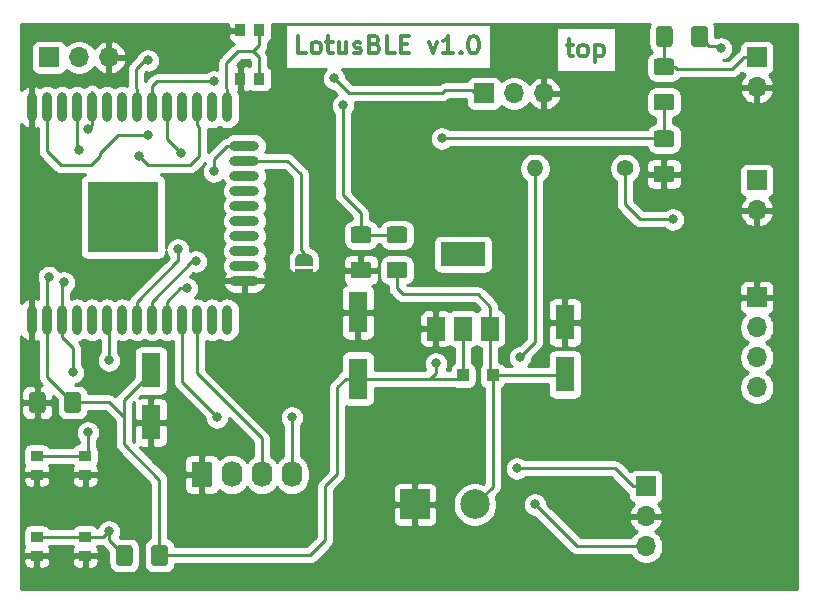
<source format=gtl>
G04 #@! TF.GenerationSoftware,KiCad,Pcbnew,5.1.6-c6e7f7d~87~ubuntu20.04.1*
G04 #@! TF.CreationDate,2020-07-23T13:09:22+02:00*
G04 #@! TF.ProjectId,lotusble,6c6f7475-7362-46c6-952e-6b696361645f,rev?*
G04 #@! TF.SameCoordinates,Original*
G04 #@! TF.FileFunction,Copper,L1,Top*
G04 #@! TF.FilePolarity,Positive*
%FSLAX46Y46*%
G04 Gerber Fmt 4.6, Leading zero omitted, Abs format (unit mm)*
G04 Created by KiCad (PCBNEW 5.1.6-c6e7f7d~87~ubuntu20.04.1) date 2020-07-23 13:09:22*
%MOMM*%
%LPD*%
G01*
G04 APERTURE LIST*
G04 #@! TA.AperFunction,NonConductor*
%ADD10C,0.300000*%
G04 #@! TD*
G04 #@! TA.AperFunction,ComponentPad*
%ADD11R,2.500000X2.500000*%
G04 #@! TD*
G04 #@! TA.AperFunction,ComponentPad*
%ADD12C,2.500000*%
G04 #@! TD*
G04 #@! TA.AperFunction,SMDPad,CuDef*
%ADD13O,0.900000X2.500000*%
G04 #@! TD*
G04 #@! TA.AperFunction,SMDPad,CuDef*
%ADD14O,2.500000X0.900000*%
G04 #@! TD*
G04 #@! TA.AperFunction,SMDPad,CuDef*
%ADD15R,6.000000X6.000000*%
G04 #@! TD*
G04 #@! TA.AperFunction,SMDPad,CuDef*
%ADD16R,1.600000X3.000000*%
G04 #@! TD*
G04 #@! TA.AperFunction,SMDPad,CuDef*
%ADD17R,1.600000X3.500000*%
G04 #@! TD*
G04 #@! TA.AperFunction,SMDPad,CuDef*
%ADD18R,1.000000X1.000000*%
G04 #@! TD*
G04 #@! TA.AperFunction,SMDPad,CuDef*
%ADD19R,0.900000X1.000000*%
G04 #@! TD*
G04 #@! TA.AperFunction,SMDPad,CuDef*
%ADD20R,1.000000X0.900000*%
G04 #@! TD*
G04 #@! TA.AperFunction,SMDPad,CuDef*
%ADD21R,3.800000X2.000000*%
G04 #@! TD*
G04 #@! TA.AperFunction,SMDPad,CuDef*
%ADD22R,1.500000X2.000000*%
G04 #@! TD*
G04 #@! TA.AperFunction,ComponentPad*
%ADD23C,1.400000*%
G04 #@! TD*
G04 #@! TA.AperFunction,ComponentPad*
%ADD24O,1.400000X1.400000*%
G04 #@! TD*
G04 #@! TA.AperFunction,ComponentPad*
%ADD25O,1.740000X2.190000*%
G04 #@! TD*
G04 #@! TA.AperFunction,ComponentPad*
%ADD26R,1.700000X1.700000*%
G04 #@! TD*
G04 #@! TA.AperFunction,ComponentPad*
%ADD27O,1.700000X1.700000*%
G04 #@! TD*
G04 #@! TA.AperFunction,SMDPad,CuDef*
%ADD28C,0.100000*%
G04 #@! TD*
G04 #@! TA.AperFunction,ViaPad*
%ADD29C,0.800000*%
G04 #@! TD*
G04 #@! TA.AperFunction,Conductor*
%ADD30C,0.250000*%
G04 #@! TD*
G04 #@! TA.AperFunction,Conductor*
%ADD31C,0.254000*%
G04 #@! TD*
G04 APERTURE END LIST*
D10*
X63211142Y-80942571D02*
X62496857Y-80942571D01*
X62496857Y-79442571D01*
X63925428Y-80942571D02*
X63782571Y-80871142D01*
X63711142Y-80799714D01*
X63639714Y-80656857D01*
X63639714Y-80228285D01*
X63711142Y-80085428D01*
X63782571Y-80014000D01*
X63925428Y-79942571D01*
X64139714Y-79942571D01*
X64282571Y-80014000D01*
X64354000Y-80085428D01*
X64425428Y-80228285D01*
X64425428Y-80656857D01*
X64354000Y-80799714D01*
X64282571Y-80871142D01*
X64139714Y-80942571D01*
X63925428Y-80942571D01*
X64854000Y-79942571D02*
X65425428Y-79942571D01*
X65068285Y-79442571D02*
X65068285Y-80728285D01*
X65139714Y-80871142D01*
X65282571Y-80942571D01*
X65425428Y-80942571D01*
X66568285Y-79942571D02*
X66568285Y-80942571D01*
X65925428Y-79942571D02*
X65925428Y-80728285D01*
X65996857Y-80871142D01*
X66139714Y-80942571D01*
X66354000Y-80942571D01*
X66496857Y-80871142D01*
X66568285Y-80799714D01*
X67211142Y-80871142D02*
X67354000Y-80942571D01*
X67639714Y-80942571D01*
X67782571Y-80871142D01*
X67854000Y-80728285D01*
X67854000Y-80656857D01*
X67782571Y-80514000D01*
X67639714Y-80442571D01*
X67425428Y-80442571D01*
X67282571Y-80371142D01*
X67211142Y-80228285D01*
X67211142Y-80156857D01*
X67282571Y-80014000D01*
X67425428Y-79942571D01*
X67639714Y-79942571D01*
X67782571Y-80014000D01*
X68996857Y-80156857D02*
X69211142Y-80228285D01*
X69282571Y-80299714D01*
X69354000Y-80442571D01*
X69354000Y-80656857D01*
X69282571Y-80799714D01*
X69211142Y-80871142D01*
X69068285Y-80942571D01*
X68496857Y-80942571D01*
X68496857Y-79442571D01*
X68996857Y-79442571D01*
X69139714Y-79514000D01*
X69211142Y-79585428D01*
X69282571Y-79728285D01*
X69282571Y-79871142D01*
X69211142Y-80014000D01*
X69139714Y-80085428D01*
X68996857Y-80156857D01*
X68496857Y-80156857D01*
X70711142Y-80942571D02*
X69996857Y-80942571D01*
X69996857Y-79442571D01*
X71211142Y-80156857D02*
X71711142Y-80156857D01*
X71925428Y-80942571D02*
X71211142Y-80942571D01*
X71211142Y-79442571D01*
X71925428Y-79442571D01*
X73568285Y-79942571D02*
X73925428Y-80942571D01*
X74282571Y-79942571D01*
X75639714Y-80942571D02*
X74782571Y-80942571D01*
X75211142Y-80942571D02*
X75211142Y-79442571D01*
X75068285Y-79656857D01*
X74925428Y-79799714D01*
X74782571Y-79871142D01*
X76282571Y-80799714D02*
X76354000Y-80871142D01*
X76282571Y-80942571D01*
X76211142Y-80871142D01*
X76282571Y-80799714D01*
X76282571Y-80942571D01*
X77282571Y-79442571D02*
X77425428Y-79442571D01*
X77568285Y-79514000D01*
X77639714Y-79585428D01*
X77711142Y-79728285D01*
X77782571Y-80014000D01*
X77782571Y-80371142D01*
X77711142Y-80656857D01*
X77639714Y-80799714D01*
X77568285Y-80871142D01*
X77425428Y-80942571D01*
X77282571Y-80942571D01*
X77139714Y-80871142D01*
X77068285Y-80799714D01*
X76996857Y-80656857D01*
X76925428Y-80371142D01*
X76925428Y-80014000D01*
X76996857Y-79728285D01*
X77068285Y-79585428D01*
X77139714Y-79514000D01*
X77282571Y-79442571D01*
X85225142Y-80196571D02*
X85796571Y-80196571D01*
X85439428Y-79696571D02*
X85439428Y-80982285D01*
X85510857Y-81125142D01*
X85653714Y-81196571D01*
X85796571Y-81196571D01*
X86510857Y-81196571D02*
X86368000Y-81125142D01*
X86296571Y-81053714D01*
X86225142Y-80910857D01*
X86225142Y-80482285D01*
X86296571Y-80339428D01*
X86368000Y-80268000D01*
X86510857Y-80196571D01*
X86725142Y-80196571D01*
X86868000Y-80268000D01*
X86939428Y-80339428D01*
X87010857Y-80482285D01*
X87010857Y-80910857D01*
X86939428Y-81053714D01*
X86868000Y-81125142D01*
X86725142Y-81196571D01*
X86510857Y-81196571D01*
X87653714Y-80196571D02*
X87653714Y-81696571D01*
X87653714Y-80268000D02*
X87796571Y-80196571D01*
X88082285Y-80196571D01*
X88225142Y-80268000D01*
X88296571Y-80339428D01*
X88368000Y-80482285D01*
X88368000Y-80910857D01*
X88296571Y-81053714D01*
X88225142Y-81125142D01*
X88082285Y-81196571D01*
X87796571Y-81196571D01*
X87653714Y-81125142D01*
D11*
X72390000Y-119126000D03*
D12*
X77470000Y-119126000D03*
D13*
X39962000Y-85488000D03*
X41232000Y-85488000D03*
X42502000Y-85488000D03*
X43772000Y-85488000D03*
X45042000Y-85488000D03*
X46312000Y-85488000D03*
X47582000Y-85488000D03*
X48852000Y-85488000D03*
X50122000Y-85488000D03*
X51392000Y-85488000D03*
X52662000Y-85488000D03*
X53932000Y-85488000D03*
X55202000Y-85488000D03*
X56472000Y-85488000D03*
D14*
X57962000Y-88773000D03*
X57962000Y-90043000D03*
X57962000Y-91313000D03*
X57962000Y-92583000D03*
X57962000Y-93853000D03*
X57962000Y-95123000D03*
X57962000Y-96393000D03*
X57962000Y-97663000D03*
X57962000Y-98933000D03*
X57962000Y-100203000D03*
D13*
X56472000Y-103488000D03*
X55202000Y-103488000D03*
X53932000Y-103488000D03*
X52662000Y-103488000D03*
X51392000Y-103488000D03*
X50122000Y-103488000D03*
X48852000Y-103488000D03*
X47582000Y-103488000D03*
X46312000Y-103488000D03*
X45042000Y-103488000D03*
X43772000Y-103488000D03*
X42502000Y-103488000D03*
X41232000Y-103488000D03*
X39962000Y-103488000D03*
D15*
X47662000Y-94788000D03*
D16*
X85090000Y-108118000D03*
X85090000Y-103718000D03*
D17*
X67564000Y-108464000D03*
X67564000Y-102864000D03*
D16*
X50038000Y-112182000D03*
X50038000Y-107782000D03*
G04 #@! TA.AperFunction,SMDPad,CuDef*
G36*
G01*
X39710000Y-111115000D02*
X39710000Y-109865000D01*
G75*
G02*
X39960000Y-109615000I250000J0D01*
G01*
X40885000Y-109615000D01*
G75*
G02*
X41135000Y-109865000I0J-250000D01*
G01*
X41135000Y-111115000D01*
G75*
G02*
X40885000Y-111365000I-250000J0D01*
G01*
X39960000Y-111365000D01*
G75*
G02*
X39710000Y-111115000I0J250000D01*
G01*
G37*
G04 #@! TD.AperFunction*
G04 #@! TA.AperFunction,SMDPad,CuDef*
G36*
G01*
X42685000Y-111115000D02*
X42685000Y-109865000D01*
G75*
G02*
X42935000Y-109615000I250000J0D01*
G01*
X43860000Y-109615000D01*
G75*
G02*
X44110000Y-109865000I0J-250000D01*
G01*
X44110000Y-111115000D01*
G75*
G02*
X43860000Y-111365000I-250000J0D01*
G01*
X42935000Y-111365000D01*
G75*
G02*
X42685000Y-111115000I0J250000D01*
G01*
G37*
G04 #@! TD.AperFunction*
D18*
X76474000Y-108204000D03*
X78974000Y-108204000D03*
G04 #@! TA.AperFunction,SMDPad,CuDef*
G36*
G01*
X47076000Y-124069000D02*
X47076000Y-122819000D01*
G75*
G02*
X47326000Y-122569000I250000J0D01*
G01*
X48251000Y-122569000D01*
G75*
G02*
X48501000Y-122819000I0J-250000D01*
G01*
X48501000Y-124069000D01*
G75*
G02*
X48251000Y-124319000I-250000J0D01*
G01*
X47326000Y-124319000D01*
G75*
G02*
X47076000Y-124069000I0J250000D01*
G01*
G37*
G04 #@! TD.AperFunction*
G04 #@! TA.AperFunction,SMDPad,CuDef*
G36*
G01*
X50051000Y-124069000D02*
X50051000Y-122819000D01*
G75*
G02*
X50301000Y-122569000I250000J0D01*
G01*
X51226000Y-122569000D01*
G75*
G02*
X51476000Y-122819000I0J-250000D01*
G01*
X51476000Y-124069000D01*
G75*
G02*
X51226000Y-124319000I-250000J0D01*
G01*
X50301000Y-124319000D01*
G75*
G02*
X50051000Y-124069000I0J250000D01*
G01*
G37*
G04 #@! TD.AperFunction*
G04 #@! TA.AperFunction,SMDPad,CuDef*
G36*
G01*
X71491000Y-97015000D02*
X70241000Y-97015000D01*
G75*
G02*
X69991000Y-96765000I0J250000D01*
G01*
X69991000Y-95840000D01*
G75*
G02*
X70241000Y-95590000I250000J0D01*
G01*
X71491000Y-95590000D01*
G75*
G02*
X71741000Y-95840000I0J-250000D01*
G01*
X71741000Y-96765000D01*
G75*
G02*
X71491000Y-97015000I-250000J0D01*
G01*
G37*
G04 #@! TD.AperFunction*
G04 #@! TA.AperFunction,SMDPad,CuDef*
G36*
G01*
X71491000Y-99990000D02*
X70241000Y-99990000D01*
G75*
G02*
X69991000Y-99740000I0J250000D01*
G01*
X69991000Y-98815000D01*
G75*
G02*
X70241000Y-98565000I250000J0D01*
G01*
X71491000Y-98565000D01*
G75*
G02*
X71741000Y-98815000I0J-250000D01*
G01*
X71741000Y-99740000D01*
G75*
G02*
X71491000Y-99990000I-250000J0D01*
G01*
G37*
G04 #@! TD.AperFunction*
G04 #@! TA.AperFunction,SMDPad,CuDef*
G36*
G01*
X67193000Y-95590000D02*
X68443000Y-95590000D01*
G75*
G02*
X68693000Y-95840000I0J-250000D01*
G01*
X68693000Y-96765000D01*
G75*
G02*
X68443000Y-97015000I-250000J0D01*
G01*
X67193000Y-97015000D01*
G75*
G02*
X66943000Y-96765000I0J250000D01*
G01*
X66943000Y-95840000D01*
G75*
G02*
X67193000Y-95590000I250000J0D01*
G01*
G37*
G04 #@! TD.AperFunction*
G04 #@! TA.AperFunction,SMDPad,CuDef*
G36*
G01*
X67193000Y-98565000D02*
X68443000Y-98565000D01*
G75*
G02*
X68693000Y-98815000I0J-250000D01*
G01*
X68693000Y-99740000D01*
G75*
G02*
X68443000Y-99990000I-250000J0D01*
G01*
X67193000Y-99990000D01*
G75*
G02*
X66943000Y-99740000I0J250000D01*
G01*
X66943000Y-98815000D01*
G75*
G02*
X67193000Y-98565000I250000J0D01*
G01*
G37*
G04 #@! TD.AperFunction*
D19*
X57620000Y-83076000D03*
X59220000Y-83076000D03*
X57620000Y-78976000D03*
X59220000Y-78976000D03*
D20*
X40368000Y-115024000D03*
X40368000Y-116624000D03*
X44468000Y-115024000D03*
X44468000Y-116624000D03*
X40368000Y-121882000D03*
X40368000Y-123482000D03*
X44468000Y-121882000D03*
X44468000Y-123482000D03*
D21*
X76454000Y-97942000D03*
D22*
X76454000Y-104242000D03*
X78754000Y-104242000D03*
X74154000Y-104242000D03*
G04 #@! TA.AperFunction,SMDPad,CuDef*
G36*
G01*
X92847000Y-90437000D02*
X94097000Y-90437000D01*
G75*
G02*
X94347000Y-90687000I0J-250000D01*
G01*
X94347000Y-91612000D01*
G75*
G02*
X94097000Y-91862000I-250000J0D01*
G01*
X92847000Y-91862000D01*
G75*
G02*
X92597000Y-91612000I0J250000D01*
G01*
X92597000Y-90687000D01*
G75*
G02*
X92847000Y-90437000I250000J0D01*
G01*
G37*
G04 #@! TD.AperFunction*
G04 #@! TA.AperFunction,SMDPad,CuDef*
G36*
G01*
X92847000Y-87462000D02*
X94097000Y-87462000D01*
G75*
G02*
X94347000Y-87712000I0J-250000D01*
G01*
X94347000Y-88637000D01*
G75*
G02*
X94097000Y-88887000I-250000J0D01*
G01*
X92847000Y-88887000D01*
G75*
G02*
X92597000Y-88637000I0J250000D01*
G01*
X92597000Y-87712000D01*
G75*
G02*
X92847000Y-87462000I250000J0D01*
G01*
G37*
G04 #@! TD.AperFunction*
G04 #@! TA.AperFunction,SMDPad,CuDef*
G36*
G01*
X94221000Y-78877000D02*
X94221000Y-80127000D01*
G75*
G02*
X93971000Y-80377000I-250000J0D01*
G01*
X93046000Y-80377000D01*
G75*
G02*
X92796000Y-80127000I0J250000D01*
G01*
X92796000Y-78877000D01*
G75*
G02*
X93046000Y-78627000I250000J0D01*
G01*
X93971000Y-78627000D01*
G75*
G02*
X94221000Y-78877000I0J-250000D01*
G01*
G37*
G04 #@! TD.AperFunction*
G04 #@! TA.AperFunction,SMDPad,CuDef*
G36*
G01*
X97196000Y-78877000D02*
X97196000Y-80127000D01*
G75*
G02*
X96946000Y-80377000I-250000J0D01*
G01*
X96021000Y-80377000D01*
G75*
G02*
X95771000Y-80127000I0J250000D01*
G01*
X95771000Y-78877000D01*
G75*
G02*
X96021000Y-78627000I250000J0D01*
G01*
X96946000Y-78627000D01*
G75*
G02*
X97196000Y-78877000I0J-250000D01*
G01*
G37*
G04 #@! TD.AperFunction*
G04 #@! TA.AperFunction,SMDPad,CuDef*
G36*
G01*
X92847000Y-81366000D02*
X94097000Y-81366000D01*
G75*
G02*
X94347000Y-81616000I0J-250000D01*
G01*
X94347000Y-82541000D01*
G75*
G02*
X94097000Y-82791000I-250000J0D01*
G01*
X92847000Y-82791000D01*
G75*
G02*
X92597000Y-82541000I0J250000D01*
G01*
X92597000Y-81616000D01*
G75*
G02*
X92847000Y-81366000I250000J0D01*
G01*
G37*
G04 #@! TD.AperFunction*
G04 #@! TA.AperFunction,SMDPad,CuDef*
G36*
G01*
X92847000Y-84341000D02*
X94097000Y-84341000D01*
G75*
G02*
X94347000Y-84591000I0J-250000D01*
G01*
X94347000Y-85516000D01*
G75*
G02*
X94097000Y-85766000I-250000J0D01*
G01*
X92847000Y-85766000D01*
G75*
G02*
X92597000Y-85516000I0J250000D01*
G01*
X92597000Y-84591000D01*
G75*
G02*
X92847000Y-84341000I250000J0D01*
G01*
G37*
G04 #@! TD.AperFunction*
D23*
X90170000Y-90678000D03*
D24*
X82550000Y-90678000D03*
G04 #@! TA.AperFunction,ComponentPad*
G36*
G01*
X53486000Y-117431001D02*
X53486000Y-115740999D01*
G75*
G02*
X53735999Y-115491000I249999J0D01*
G01*
X54976001Y-115491000D01*
G75*
G02*
X55226000Y-115740999I0J-249999D01*
G01*
X55226000Y-117431001D01*
G75*
G02*
X54976001Y-117681000I-249999J0D01*
G01*
X53735999Y-117681000D01*
G75*
G02*
X53486000Y-117431001I0J249999D01*
G01*
G37*
G04 #@! TD.AperFunction*
D25*
X56896000Y-116586000D03*
X59436000Y-116586000D03*
X61976000Y-116586000D03*
D26*
X101346000Y-101600000D03*
D27*
X101346000Y-104140000D03*
X101346000Y-106680000D03*
X101346000Y-109220000D03*
D26*
X101346000Y-91694000D03*
D27*
X101346000Y-94234000D03*
X101346000Y-83820000D03*
D26*
X101346000Y-81280000D03*
D27*
X46482000Y-81280000D03*
X43942000Y-81280000D03*
D26*
X41402000Y-81280000D03*
D27*
X83312000Y-84328000D03*
X80772000Y-84328000D03*
D26*
X78232000Y-84328000D03*
X91948000Y-117602000D03*
D27*
X91948000Y-120142000D03*
X91948000Y-122682000D03*
G04 #@! TA.AperFunction,SMDPad,CuDef*
D28*
G36*
X62242000Y-98910000D02*
G01*
X62242000Y-98410000D01*
X62242602Y-98410000D01*
X62242602Y-98385466D01*
X62247412Y-98336635D01*
X62256984Y-98288510D01*
X62271228Y-98241555D01*
X62290005Y-98196222D01*
X62313136Y-98152949D01*
X62340396Y-98112150D01*
X62371524Y-98074221D01*
X62406221Y-98039524D01*
X62444150Y-98008396D01*
X62484949Y-97981136D01*
X62528222Y-97958005D01*
X62573555Y-97939228D01*
X62620510Y-97924984D01*
X62668635Y-97915412D01*
X62717466Y-97910602D01*
X62742000Y-97910602D01*
X62742000Y-97910000D01*
X63242000Y-97910000D01*
X63242000Y-97910602D01*
X63266534Y-97910602D01*
X63315365Y-97915412D01*
X63363490Y-97924984D01*
X63410445Y-97939228D01*
X63455778Y-97958005D01*
X63499051Y-97981136D01*
X63539850Y-98008396D01*
X63577779Y-98039524D01*
X63612476Y-98074221D01*
X63643604Y-98112150D01*
X63670864Y-98152949D01*
X63693995Y-98196222D01*
X63712772Y-98241555D01*
X63727016Y-98288510D01*
X63736588Y-98336635D01*
X63741398Y-98385466D01*
X63741398Y-98410000D01*
X63742000Y-98410000D01*
X63742000Y-98910000D01*
X62242000Y-98910000D01*
G37*
G04 #@! TD.AperFunction*
G04 #@! TA.AperFunction,SMDPad,CuDef*
G36*
X63741398Y-99710000D02*
G01*
X63741398Y-99734534D01*
X63736588Y-99783365D01*
X63727016Y-99831490D01*
X63712772Y-99878445D01*
X63693995Y-99923778D01*
X63670864Y-99967051D01*
X63643604Y-100007850D01*
X63612476Y-100045779D01*
X63577779Y-100080476D01*
X63539850Y-100111604D01*
X63499051Y-100138864D01*
X63455778Y-100161995D01*
X63410445Y-100180772D01*
X63363490Y-100195016D01*
X63315365Y-100204588D01*
X63266534Y-100209398D01*
X63242000Y-100209398D01*
X63242000Y-100210000D01*
X62742000Y-100210000D01*
X62742000Y-100209398D01*
X62717466Y-100209398D01*
X62668635Y-100204588D01*
X62620510Y-100195016D01*
X62573555Y-100180772D01*
X62528222Y-100161995D01*
X62484949Y-100138864D01*
X62444150Y-100111604D01*
X62406221Y-100080476D01*
X62371524Y-100045779D01*
X62340396Y-100007850D01*
X62313136Y-99967051D01*
X62290005Y-99923778D01*
X62271228Y-99878445D01*
X62256984Y-99831490D01*
X62247412Y-99783365D01*
X62242602Y-99734534D01*
X62242602Y-99710000D01*
X62242000Y-99710000D01*
X62242000Y-99210000D01*
X63742000Y-99210000D01*
X63742000Y-99710000D01*
X63741398Y-99710000D01*
G37*
G04 #@! TD.AperFunction*
D29*
X60706000Y-106426000D03*
X99060000Y-113284000D03*
X99568000Y-88138000D03*
X65024000Y-87884000D03*
X48006000Y-118364000D03*
X41402000Y-99866660D03*
X81280000Y-106680000D03*
X74168000Y-107188000D03*
X44704000Y-87376000D03*
X46482000Y-121412000D03*
X46482000Y-106934000D03*
X42672000Y-100330000D03*
X43434000Y-107950000D03*
X44704000Y-113030000D03*
X55372000Y-90932000D03*
X43942000Y-89154000D03*
X82550000Y-119126000D03*
X55626000Y-111760000D03*
X61976000Y-111760000D03*
X49022000Y-89662000D03*
X53086000Y-100838000D03*
X52324000Y-97536000D03*
X53848000Y-98552000D03*
X65532000Y-83058000D03*
X98298000Y-80518000D03*
X94234000Y-94996000D03*
X49784000Y-87884000D03*
X49784000Y-81534000D03*
X55372000Y-83312000D03*
X52578000Y-89408000D03*
X66294000Y-85344000D03*
X74676000Y-88138000D03*
X81026000Y-116078000D03*
D30*
X76214000Y-108464000D02*
X76474000Y-108204000D01*
X76474000Y-104262000D02*
X76454000Y-104242000D01*
X50763500Y-123444000D02*
X50763500Y-122469000D01*
X50763500Y-123444000D02*
X50763500Y-117057500D01*
X50763500Y-117057500D02*
X47752000Y-114046000D01*
X50038000Y-107974000D02*
X50038000Y-107274000D01*
X47752000Y-110260000D02*
X50038000Y-107974000D01*
X41232000Y-100036660D02*
X41402000Y-99866660D01*
X41232000Y-103488000D02*
X41232000Y-100036660D01*
X41232000Y-108324500D02*
X43397500Y-110490000D01*
X41232000Y-103488000D02*
X41232000Y-108324500D01*
X46482000Y-110490000D02*
X47752000Y-111760000D01*
X43397500Y-110490000D02*
X46482000Y-110490000D01*
X47752000Y-114046000D02*
X47752000Y-111760000D01*
X47752000Y-111760000D02*
X47752000Y-110260000D01*
X76474000Y-108204000D02*
X76474000Y-107188000D01*
X76474000Y-107188000D02*
X76474000Y-104262000D01*
X82550000Y-90678000D02*
X82550000Y-91667949D01*
X82550000Y-91667949D02*
X82550000Y-105156000D01*
X82550000Y-105156000D02*
X82550000Y-105410000D01*
X82550000Y-105410000D02*
X81280000Y-106680000D01*
X74168000Y-107956000D02*
X73660000Y-108464000D01*
X74168000Y-107188000D02*
X74168000Y-107956000D01*
X67564000Y-108464000D02*
X73660000Y-108464000D01*
X73660000Y-108464000D02*
X76214000Y-108464000D01*
X63500000Y-123444000D02*
X50763500Y-123444000D01*
X64770000Y-122174000D02*
X63500000Y-123444000D01*
X66514000Y-108464000D02*
X66514000Y-108492000D01*
X66514000Y-108492000D02*
X65786000Y-109220000D01*
X65786000Y-116586000D02*
X64770000Y-117602000D01*
X67564000Y-108464000D02*
X66514000Y-108464000D01*
X65786000Y-109220000D02*
X65786000Y-116586000D01*
X64770000Y-117602000D02*
X64770000Y-122174000D01*
X45042000Y-84244000D02*
X44958000Y-84328000D01*
X45042000Y-87038000D02*
X44704000Y-87376000D01*
X45042000Y-85488000D02*
X45042000Y-87038000D01*
X41118000Y-121882000D02*
X44468000Y-121882000D01*
X40368000Y-121882000D02*
X41118000Y-121882000D01*
X44468000Y-121882000D02*
X46012000Y-121882000D01*
X46012000Y-121882000D02*
X46482000Y-121412000D01*
X46312000Y-102446000D02*
X46482000Y-102616000D01*
X46482000Y-122137500D02*
X46482000Y-121412000D01*
X47788500Y-123444000D02*
X46482000Y-122137500D01*
X46482000Y-103658000D02*
X46312000Y-103488000D01*
X46482000Y-106934000D02*
X46482000Y-103658000D01*
X42672000Y-103211000D02*
X42672000Y-102616000D01*
X41118000Y-115024000D02*
X44468000Y-115024000D01*
X40368000Y-115024000D02*
X41118000Y-115024000D01*
X42502000Y-103488000D02*
X42502000Y-100500000D01*
X42502000Y-100500000D02*
X42672000Y-100330000D01*
X40418000Y-115024000D02*
X40368000Y-115024000D01*
X42502000Y-104988000D02*
X43434000Y-105920000D01*
X42502000Y-103488000D02*
X42502000Y-104988000D01*
X43434000Y-105920000D02*
X43434000Y-107950000D01*
X44704000Y-114788000D02*
X44468000Y-115024000D01*
X44704000Y-113030000D02*
X44704000Y-114788000D01*
X56462000Y-88773000D02*
X55372000Y-89863000D01*
X57962000Y-88773000D02*
X56462000Y-88773000D01*
X55372000Y-89863000D02*
X55372000Y-90932000D01*
X43772000Y-85488000D02*
X43772000Y-88984000D01*
X43772000Y-88984000D02*
X43942000Y-89154000D01*
X56472000Y-83988000D02*
X56388000Y-83904000D01*
X56472000Y-85488000D02*
X56472000Y-83988000D01*
X56388000Y-83904000D02*
X56388000Y-81788000D01*
X56388000Y-81788000D02*
X57404000Y-80772000D01*
X57404000Y-80772000D02*
X58674000Y-80772000D01*
X59220000Y-80226000D02*
X59220000Y-78976000D01*
X58674000Y-80772000D02*
X59220000Y-80226000D01*
X59220000Y-82326000D02*
X59182000Y-82288000D01*
X59220000Y-83076000D02*
X59220000Y-82326000D01*
X59182000Y-81280000D02*
X58674000Y-80772000D01*
X59182000Y-82288000D02*
X59182000Y-81280000D01*
X82550000Y-119126000D02*
X86106000Y-122682000D01*
X86106000Y-122682000D02*
X91948000Y-122682000D01*
X53932000Y-108034000D02*
X53932000Y-103488000D01*
X59436000Y-116586000D02*
X59436000Y-113538000D01*
X59436000Y-113538000D02*
X53932000Y-108034000D01*
X52662000Y-103488000D02*
X52662000Y-108796000D01*
X52662000Y-108796000D02*
X55626000Y-111760000D01*
X61976000Y-116586000D02*
X61976000Y-111760000D01*
X53932000Y-86988000D02*
X54102000Y-87158000D01*
X53932000Y-85488000D02*
X53932000Y-86988000D01*
X54102000Y-87158000D02*
X54102000Y-89662000D01*
X54102000Y-89662000D02*
X53340000Y-90424000D01*
X53340000Y-90424000D02*
X49784000Y-90424000D01*
X49784000Y-90424000D02*
X49022000Y-89662000D01*
X51392000Y-101988000D02*
X52542000Y-100838000D01*
X51392000Y-103488000D02*
X51392000Y-101988000D01*
X52542000Y-100838000D02*
X53086000Y-100838000D01*
X48852000Y-101988000D02*
X48852000Y-103488000D01*
X52288000Y-98552000D02*
X48852000Y-101988000D01*
X52324000Y-98552000D02*
X52288000Y-98552000D01*
X52324000Y-97536000D02*
X52324000Y-98552000D01*
X50122000Y-101988000D02*
X53558000Y-98552000D01*
X50122000Y-103488000D02*
X50122000Y-101988000D01*
X53558000Y-98552000D02*
X53848000Y-98552000D01*
X77470000Y-84328000D02*
X78232000Y-84328000D01*
X77216000Y-84074000D02*
X77470000Y-84328000D01*
X74930000Y-84074000D02*
X77216000Y-84074000D01*
X74676000Y-84328000D02*
X74930000Y-84074000D01*
X66802000Y-84328000D02*
X74676000Y-84328000D01*
X65532000Y-83058000D02*
X66802000Y-84328000D01*
X97254847Y-80273347D02*
X98053347Y-80273347D01*
X96483500Y-79502000D02*
X97254847Y-80273347D01*
X98053347Y-80273347D02*
X98298000Y-80518000D01*
X90170000Y-90678000D02*
X90170000Y-93726000D01*
X90170000Y-93726000D02*
X91440000Y-94996000D01*
X91440000Y-94996000D02*
X94234000Y-94996000D01*
X93472000Y-79538500D02*
X93508500Y-79502000D01*
X93472000Y-82078500D02*
X93472000Y-79538500D01*
X94447000Y-82078500D02*
X93472000Y-82078500D01*
X94488000Y-82119500D02*
X94447000Y-82078500D01*
X94488000Y-82296000D02*
X94488000Y-82119500D01*
X99230000Y-82296000D02*
X94488000Y-82296000D01*
X100246000Y-81280000D02*
X99230000Y-82296000D01*
X101346000Y-81280000D02*
X100246000Y-81280000D01*
X49784000Y-87884000D02*
X47244000Y-87884000D01*
X47244000Y-87884000D02*
X45720000Y-89408000D01*
X45720000Y-89408000D02*
X45720000Y-89662000D01*
X45720000Y-89662000D02*
X44958000Y-90424000D01*
X44958000Y-90424000D02*
X42418000Y-90424000D01*
X41232000Y-89238000D02*
X41232000Y-85488000D01*
X42418000Y-90424000D02*
X41232000Y-89238000D01*
X48852000Y-83988000D02*
X48768000Y-83904000D01*
X48852000Y-85488000D02*
X48852000Y-83988000D01*
X48768000Y-83904000D02*
X48768000Y-82296000D01*
X48768000Y-82296000D02*
X49530000Y-81534000D01*
X49530000Y-81534000D02*
X49784000Y-81534000D01*
X55372000Y-83312000D02*
X50546000Y-83312000D01*
X50122000Y-83736000D02*
X50122000Y-85488000D01*
X50546000Y-83312000D02*
X50122000Y-83736000D01*
X51392000Y-85488000D02*
X51392000Y-88222000D01*
X51392000Y-88222000D02*
X52578000Y-89408000D01*
X69891000Y-96302500D02*
X67818000Y-96302500D01*
X70866000Y-96302500D02*
X69891000Y-96302500D01*
X66294000Y-85344000D02*
X66294000Y-92964000D01*
X67818000Y-94488000D02*
X67818000Y-96302500D01*
X66294000Y-92964000D02*
X67818000Y-94488000D01*
X74676000Y-88138000D02*
X93218000Y-88138000D01*
X93472000Y-87362000D02*
X93472000Y-85053500D01*
X93472000Y-88174500D02*
X93472000Y-87362000D01*
X62992000Y-97810000D02*
X62738000Y-97556000D01*
X62992000Y-98410000D02*
X62992000Y-97810000D01*
X62738000Y-97556000D02*
X62738000Y-91186000D01*
X61595000Y-90043000D02*
X57962000Y-90043000D01*
X62738000Y-91186000D02*
X61595000Y-90043000D01*
X43905500Y-103632000D02*
X43905500Y-104607000D01*
X85004000Y-108204000D02*
X85090000Y-108118000D01*
X78974000Y-108204000D02*
X85004000Y-108204000D01*
X70838847Y-100810847D02*
X71374000Y-101346000D01*
X71374000Y-101346000D02*
X77724000Y-101346000D01*
X78754000Y-102376000D02*
X78754000Y-104242000D01*
X77724000Y-101346000D02*
X78754000Y-102376000D01*
X78974000Y-117622000D02*
X78974000Y-108204000D01*
X70866000Y-100783694D02*
X70866000Y-99277500D01*
X70838847Y-100810847D02*
X70866000Y-100783694D01*
X78754000Y-107984000D02*
X78974000Y-108204000D01*
X78754000Y-104242000D02*
X78754000Y-107984000D01*
X90848000Y-117602000D02*
X89324000Y-116078000D01*
X91948000Y-117602000D02*
X90848000Y-117602000D01*
X89324000Y-116078000D02*
X81026000Y-116078000D01*
X78974000Y-117622000D02*
X77470000Y-119126000D01*
D31*
G36*
X56531928Y-78476000D02*
G01*
X56535000Y-78690250D01*
X56693750Y-78849000D01*
X57493000Y-78849000D01*
X57493000Y-78829000D01*
X57747000Y-78829000D01*
X57747000Y-78849000D01*
X57767000Y-78849000D01*
X57767000Y-79103000D01*
X57747000Y-79103000D01*
X57747000Y-79123000D01*
X57493000Y-79123000D01*
X57493000Y-79103000D01*
X56693750Y-79103000D01*
X56535000Y-79261750D01*
X56531928Y-79476000D01*
X56544188Y-79600482D01*
X56580498Y-79720180D01*
X56639463Y-79830494D01*
X56718815Y-79927185D01*
X56815506Y-80006537D01*
X56925820Y-80065502D01*
X57045518Y-80101812D01*
X57045590Y-80101819D01*
X56979723Y-80137026D01*
X56924421Y-80182412D01*
X56863999Y-80231999D01*
X56840201Y-80260997D01*
X55876998Y-81224201D01*
X55848000Y-81247999D01*
X55824202Y-81276997D01*
X55824201Y-81276998D01*
X55753026Y-81363724D01*
X55682454Y-81495754D01*
X55638998Y-81639015D01*
X55624324Y-81788000D01*
X55628001Y-81825332D01*
X55628001Y-82307645D01*
X55473939Y-82277000D01*
X55270061Y-82277000D01*
X55070102Y-82316774D01*
X54881744Y-82394795D01*
X54712226Y-82508063D01*
X54668289Y-82552000D01*
X50583333Y-82552000D01*
X50546000Y-82548323D01*
X50508667Y-82552000D01*
X50397014Y-82562997D01*
X50253753Y-82606454D01*
X50121724Y-82677026D01*
X50005999Y-82771999D01*
X49982196Y-82801003D01*
X49611003Y-83172196D01*
X49581999Y-83195999D01*
X49546712Y-83238997D01*
X49528000Y-83261798D01*
X49528000Y-82610801D01*
X49588426Y-82550375D01*
X49682061Y-82569000D01*
X49885939Y-82569000D01*
X50085898Y-82529226D01*
X50274256Y-82451205D01*
X50443774Y-82337937D01*
X50587937Y-82193774D01*
X50701205Y-82024256D01*
X50779226Y-81835898D01*
X50819000Y-81635939D01*
X50819000Y-81432061D01*
X50779226Y-81232102D01*
X50701205Y-81043744D01*
X50587937Y-80874226D01*
X50443774Y-80730063D01*
X50274256Y-80616795D01*
X50085898Y-80538774D01*
X49885939Y-80499000D01*
X49682061Y-80499000D01*
X49482102Y-80538774D01*
X49293744Y-80616795D01*
X49124226Y-80730063D01*
X48980063Y-80874226D01*
X48866795Y-81043744D01*
X48811174Y-81178024D01*
X48256998Y-81732201D01*
X48228000Y-81755999D01*
X48204202Y-81784997D01*
X48204201Y-81784998D01*
X48133026Y-81871724D01*
X48062454Y-82003754D01*
X48038669Y-82082167D01*
X48018998Y-82147014D01*
X48008413Y-82254482D01*
X48004324Y-82296000D01*
X48008001Y-82333332D01*
X48008000Y-83685434D01*
X47999220Y-83680741D01*
X47794697Y-83618700D01*
X47582000Y-83597751D01*
X47369304Y-83618700D01*
X47164781Y-83680741D01*
X46976291Y-83781491D01*
X46947001Y-83805529D01*
X46917710Y-83781491D01*
X46729220Y-83680741D01*
X46524697Y-83618700D01*
X46312000Y-83597751D01*
X46099304Y-83618700D01*
X45894781Y-83680741D01*
X45706291Y-83781491D01*
X45677001Y-83805529D01*
X45647710Y-83781491D01*
X45643946Y-83779479D01*
X45582001Y-83703999D01*
X45466276Y-83609026D01*
X45334246Y-83538454D01*
X45190986Y-83494998D01*
X45042000Y-83480324D01*
X44893015Y-83494998D01*
X44749754Y-83538454D01*
X44617724Y-83609026D01*
X44530998Y-83680201D01*
X44406270Y-83804929D01*
X44377710Y-83781491D01*
X44189220Y-83680741D01*
X43984697Y-83618700D01*
X43772000Y-83597751D01*
X43559304Y-83618700D01*
X43354781Y-83680741D01*
X43166291Y-83781491D01*
X43137001Y-83805529D01*
X43107710Y-83781491D01*
X42919220Y-83680741D01*
X42714697Y-83618700D01*
X42502000Y-83597751D01*
X42289304Y-83618700D01*
X42084781Y-83680741D01*
X41896291Y-83781491D01*
X41867001Y-83805529D01*
X41837710Y-83781491D01*
X41649220Y-83680741D01*
X41444697Y-83618700D01*
X41232000Y-83597751D01*
X41019304Y-83618700D01*
X40814781Y-83680741D01*
X40626291Y-83781491D01*
X40598209Y-83804538D01*
X40459197Y-83715298D01*
X40256001Y-83643592D01*
X40089000Y-83770498D01*
X40089000Y-85361000D01*
X40109000Y-85361000D01*
X40109000Y-85615000D01*
X40089000Y-85615000D01*
X40089000Y-87205502D01*
X40256001Y-87332408D01*
X40459197Y-87260702D01*
X40472001Y-87252483D01*
X40472000Y-89200677D01*
X40468324Y-89238000D01*
X40472000Y-89275322D01*
X40472000Y-89275332D01*
X40482997Y-89386985D01*
X40510970Y-89479201D01*
X40526454Y-89530246D01*
X40597026Y-89662276D01*
X40627438Y-89699333D01*
X40691999Y-89778001D01*
X40721003Y-89801804D01*
X41854201Y-90935003D01*
X41877999Y-90964001D01*
X41993724Y-91058974D01*
X42125753Y-91129546D01*
X42269014Y-91173003D01*
X42380667Y-91184000D01*
X42380676Y-91184000D01*
X42417999Y-91187676D01*
X42455322Y-91184000D01*
X44465613Y-91184000D01*
X44417820Y-91198498D01*
X44307506Y-91257463D01*
X44210815Y-91336815D01*
X44131463Y-91433506D01*
X44072498Y-91543820D01*
X44036188Y-91663518D01*
X44023928Y-91788000D01*
X44023928Y-97788000D01*
X44036188Y-97912482D01*
X44072498Y-98032180D01*
X44131463Y-98142494D01*
X44210815Y-98239185D01*
X44307506Y-98318537D01*
X44417820Y-98377502D01*
X44537518Y-98413812D01*
X44662000Y-98426072D01*
X50662000Y-98426072D01*
X50786482Y-98413812D01*
X50906180Y-98377502D01*
X51016494Y-98318537D01*
X51113185Y-98239185D01*
X51192537Y-98142494D01*
X51251502Y-98032180D01*
X51287812Y-97912482D01*
X51300072Y-97788000D01*
X51300072Y-97693602D01*
X51328774Y-97837898D01*
X51406795Y-98026256D01*
X51520063Y-98195774D01*
X51544744Y-98220455D01*
X48341003Y-101424196D01*
X48311999Y-101447999D01*
X48278154Y-101489240D01*
X48217026Y-101563724D01*
X48159977Y-101670454D01*
X48146454Y-101695754D01*
X48129831Y-101750554D01*
X47999220Y-101680741D01*
X47794697Y-101618700D01*
X47582000Y-101597751D01*
X47369304Y-101618700D01*
X47164781Y-101680741D01*
X46976291Y-101781491D01*
X46947001Y-101805529D01*
X46917710Y-101781491D01*
X46729220Y-101680741D01*
X46524697Y-101618700D01*
X46312000Y-101597751D01*
X46099304Y-101618700D01*
X45894781Y-101680741D01*
X45706291Y-101781491D01*
X45677001Y-101805529D01*
X45647710Y-101781491D01*
X45459220Y-101680741D01*
X45254697Y-101618700D01*
X45042000Y-101597751D01*
X44829304Y-101618700D01*
X44624781Y-101680741D01*
X44436291Y-101781491D01*
X44407001Y-101805529D01*
X44377710Y-101781491D01*
X44189220Y-101680741D01*
X43984697Y-101618700D01*
X43772000Y-101597751D01*
X43559304Y-101618700D01*
X43354781Y-101680741D01*
X43262000Y-101730333D01*
X43262000Y-101180558D01*
X43331774Y-101133937D01*
X43475937Y-100989774D01*
X43589205Y-100820256D01*
X43667226Y-100631898D01*
X43707000Y-100431939D01*
X43707000Y-100228061D01*
X43667226Y-100028102D01*
X43589205Y-99839744D01*
X43475937Y-99670226D01*
X43331774Y-99526063D01*
X43162256Y-99412795D01*
X42973898Y-99334774D01*
X42773939Y-99295000D01*
X42570061Y-99295000D01*
X42370102Y-99334774D01*
X42308452Y-99360311D01*
X42205937Y-99206886D01*
X42061774Y-99062723D01*
X41892256Y-98949455D01*
X41703898Y-98871434D01*
X41503939Y-98831660D01*
X41300061Y-98831660D01*
X41100102Y-98871434D01*
X40911744Y-98949455D01*
X40742226Y-99062723D01*
X40598063Y-99206886D01*
X40484795Y-99376404D01*
X40406774Y-99564762D01*
X40367000Y-99764721D01*
X40367000Y-99968599D01*
X40406774Y-100168558D01*
X40472001Y-100326029D01*
X40472001Y-101723517D01*
X40459197Y-101715298D01*
X40256001Y-101643592D01*
X40089000Y-101770498D01*
X40089000Y-103361000D01*
X40109000Y-103361000D01*
X40109000Y-103615000D01*
X40089000Y-103615000D01*
X40089000Y-105205502D01*
X40256001Y-105332408D01*
X40459197Y-105260702D01*
X40472000Y-105252483D01*
X40472001Y-108287168D01*
X40468324Y-108324500D01*
X40472001Y-108361833D01*
X40482998Y-108473486D01*
X40489525Y-108495002D01*
X40526454Y-108616746D01*
X40597026Y-108748776D01*
X40662440Y-108828482D01*
X40692000Y-108864501D01*
X40720998Y-108888299D01*
X40811952Y-108979253D01*
X40708250Y-108980000D01*
X40549500Y-109138750D01*
X40549500Y-110363000D01*
X41611250Y-110363000D01*
X41770000Y-110204250D01*
X41771384Y-109938686D01*
X42046928Y-110214230D01*
X42046928Y-111115000D01*
X42063992Y-111288254D01*
X42114528Y-111454850D01*
X42196595Y-111608386D01*
X42307038Y-111742962D01*
X42441614Y-111853405D01*
X42595150Y-111935472D01*
X42761746Y-111986008D01*
X42935000Y-112003072D01*
X43860000Y-112003072D01*
X44033254Y-111986008D01*
X44199850Y-111935472D01*
X44353386Y-111853405D01*
X44487962Y-111742962D01*
X44598405Y-111608386D01*
X44680472Y-111454850D01*
X44731008Y-111288254D01*
X44734776Y-111250000D01*
X46167199Y-111250000D01*
X46992001Y-112074803D01*
X46992000Y-114008677D01*
X46988324Y-114046000D01*
X46992000Y-114083322D01*
X46992000Y-114083332D01*
X47002997Y-114194985D01*
X47026208Y-114271502D01*
X47046454Y-114338246D01*
X47117026Y-114470276D01*
X47156871Y-114518826D01*
X47211999Y-114586001D01*
X47241003Y-114609804D01*
X50003501Y-117372303D01*
X50003500Y-121985681D01*
X49961150Y-121998528D01*
X49807614Y-122080595D01*
X49673038Y-122191038D01*
X49562595Y-122325614D01*
X49480528Y-122479150D01*
X49429992Y-122645746D01*
X49412928Y-122819000D01*
X49412928Y-124069000D01*
X49429992Y-124242254D01*
X49480528Y-124408850D01*
X49562595Y-124562386D01*
X49673038Y-124696962D01*
X49807614Y-124807405D01*
X49961150Y-124889472D01*
X50127746Y-124940008D01*
X50301000Y-124957072D01*
X51226000Y-124957072D01*
X51399254Y-124940008D01*
X51565850Y-124889472D01*
X51719386Y-124807405D01*
X51853962Y-124696962D01*
X51964405Y-124562386D01*
X52046472Y-124408850D01*
X52097008Y-124242254D01*
X52100776Y-124204000D01*
X63462678Y-124204000D01*
X63500000Y-124207676D01*
X63537322Y-124204000D01*
X63537333Y-124204000D01*
X63648986Y-124193003D01*
X63792247Y-124149546D01*
X63924276Y-124078974D01*
X64040001Y-123984001D01*
X64063804Y-123954997D01*
X65281003Y-122737799D01*
X65310001Y-122714001D01*
X65404974Y-122598276D01*
X65475546Y-122466247D01*
X65519003Y-122322986D01*
X65530000Y-122211333D01*
X65530000Y-122211324D01*
X65533676Y-122174001D01*
X65530000Y-122136678D01*
X65530000Y-120376000D01*
X70501928Y-120376000D01*
X70514188Y-120500482D01*
X70550498Y-120620180D01*
X70609463Y-120730494D01*
X70688815Y-120827185D01*
X70785506Y-120906537D01*
X70895820Y-120965502D01*
X71015518Y-121001812D01*
X71140000Y-121014072D01*
X72104250Y-121011000D01*
X72263000Y-120852250D01*
X72263000Y-119253000D01*
X72517000Y-119253000D01*
X72517000Y-120852250D01*
X72675750Y-121011000D01*
X73640000Y-121014072D01*
X73764482Y-121001812D01*
X73884180Y-120965502D01*
X73994494Y-120906537D01*
X74091185Y-120827185D01*
X74170537Y-120730494D01*
X74229502Y-120620180D01*
X74265812Y-120500482D01*
X74278072Y-120376000D01*
X74275000Y-119411750D01*
X74116250Y-119253000D01*
X72517000Y-119253000D01*
X72263000Y-119253000D01*
X70663750Y-119253000D01*
X70505000Y-119411750D01*
X70501928Y-120376000D01*
X65530000Y-120376000D01*
X65530000Y-117916801D01*
X65570801Y-117876000D01*
X70501928Y-117876000D01*
X70505000Y-118840250D01*
X70663750Y-118999000D01*
X72263000Y-118999000D01*
X72263000Y-117399750D01*
X72517000Y-117399750D01*
X72517000Y-118999000D01*
X74116250Y-118999000D01*
X74275000Y-118840250D01*
X74278072Y-117876000D01*
X74265812Y-117751518D01*
X74229502Y-117631820D01*
X74170537Y-117521506D01*
X74091185Y-117424815D01*
X73994494Y-117345463D01*
X73884180Y-117286498D01*
X73764482Y-117250188D01*
X73640000Y-117237928D01*
X72675750Y-117241000D01*
X72517000Y-117399750D01*
X72263000Y-117399750D01*
X72104250Y-117241000D01*
X71140000Y-117237928D01*
X71015518Y-117250188D01*
X70895820Y-117286498D01*
X70785506Y-117345463D01*
X70688815Y-117424815D01*
X70609463Y-117521506D01*
X70550498Y-117631820D01*
X70514188Y-117751518D01*
X70501928Y-117876000D01*
X65570801Y-117876000D01*
X66297003Y-117149799D01*
X66326001Y-117126001D01*
X66354729Y-117090996D01*
X66420974Y-117010277D01*
X66491546Y-116878247D01*
X66502541Y-116842000D01*
X66535003Y-116734986D01*
X66546000Y-116623333D01*
X66546000Y-116623323D01*
X66549676Y-116586000D01*
X66546000Y-116548678D01*
X66546000Y-110811444D01*
X66639518Y-110839812D01*
X66764000Y-110852072D01*
X68364000Y-110852072D01*
X68488482Y-110839812D01*
X68608180Y-110803502D01*
X68718494Y-110744537D01*
X68815185Y-110665185D01*
X68894537Y-110568494D01*
X68953502Y-110458180D01*
X68989812Y-110338482D01*
X69002072Y-110214000D01*
X69002072Y-109224000D01*
X73622678Y-109224000D01*
X73660000Y-109227676D01*
X73697322Y-109224000D01*
X75606667Y-109224000D01*
X75619506Y-109234537D01*
X75729820Y-109293502D01*
X75849518Y-109329812D01*
X75974000Y-109342072D01*
X76974000Y-109342072D01*
X77098482Y-109329812D01*
X77218180Y-109293502D01*
X77328494Y-109234537D01*
X77425185Y-109155185D01*
X77504537Y-109058494D01*
X77563502Y-108948180D01*
X77599812Y-108828482D01*
X77612072Y-108704000D01*
X77612072Y-107704000D01*
X77599812Y-107579518D01*
X77563502Y-107459820D01*
X77504537Y-107349506D01*
X77425185Y-107252815D01*
X77328494Y-107173463D01*
X77234000Y-107122954D01*
X77234000Y-105877117D01*
X77328482Y-105867812D01*
X77448180Y-105831502D01*
X77558494Y-105772537D01*
X77604000Y-105735191D01*
X77649506Y-105772537D01*
X77759820Y-105831502D01*
X77879518Y-105867812D01*
X77994000Y-105879087D01*
X77994001Y-107287925D01*
X77943463Y-107349506D01*
X77884498Y-107459820D01*
X77848188Y-107579518D01*
X77835928Y-107704000D01*
X77835928Y-108704000D01*
X77848188Y-108828482D01*
X77884498Y-108948180D01*
X77943463Y-109058494D01*
X78022815Y-109155185D01*
X78119506Y-109234537D01*
X78214001Y-109285046D01*
X78214000Y-117307198D01*
X78152717Y-117368481D01*
X78019834Y-117313439D01*
X77655656Y-117241000D01*
X77284344Y-117241000D01*
X76920166Y-117313439D01*
X76577118Y-117455534D01*
X76268382Y-117661825D01*
X76005825Y-117924382D01*
X75799534Y-118233118D01*
X75657439Y-118576166D01*
X75585000Y-118940344D01*
X75585000Y-119311656D01*
X75657439Y-119675834D01*
X75799534Y-120018882D01*
X76005825Y-120327618D01*
X76268382Y-120590175D01*
X76577118Y-120796466D01*
X76920166Y-120938561D01*
X77284344Y-121011000D01*
X77655656Y-121011000D01*
X78019834Y-120938561D01*
X78362882Y-120796466D01*
X78671618Y-120590175D01*
X78934175Y-120327618D01*
X79140466Y-120018882D01*
X79282561Y-119675834D01*
X79355000Y-119311656D01*
X79355000Y-119024061D01*
X81515000Y-119024061D01*
X81515000Y-119227939D01*
X81554774Y-119427898D01*
X81632795Y-119616256D01*
X81746063Y-119785774D01*
X81890226Y-119929937D01*
X82059744Y-120043205D01*
X82248102Y-120121226D01*
X82448061Y-120161000D01*
X82510199Y-120161000D01*
X85542205Y-123193008D01*
X85565999Y-123222001D01*
X85594992Y-123245795D01*
X85594996Y-123245799D01*
X85654966Y-123295014D01*
X85681724Y-123316974D01*
X85813753Y-123387546D01*
X85957014Y-123431003D01*
X86068667Y-123442000D01*
X86068676Y-123442000D01*
X86105999Y-123445676D01*
X86143322Y-123442000D01*
X90669822Y-123442000D01*
X90794525Y-123628632D01*
X91001368Y-123835475D01*
X91244589Y-123997990D01*
X91514842Y-124109932D01*
X91801740Y-124167000D01*
X92094260Y-124167000D01*
X92381158Y-124109932D01*
X92651411Y-123997990D01*
X92894632Y-123835475D01*
X93101475Y-123628632D01*
X93263990Y-123385411D01*
X93375932Y-123115158D01*
X93433000Y-122828260D01*
X93433000Y-122535740D01*
X93375932Y-122248842D01*
X93263990Y-121978589D01*
X93101475Y-121735368D01*
X92894632Y-121528525D01*
X92712466Y-121406805D01*
X92829355Y-121337178D01*
X93045588Y-121142269D01*
X93219641Y-120908920D01*
X93344825Y-120646099D01*
X93389476Y-120498890D01*
X93268155Y-120269000D01*
X92075000Y-120269000D01*
X92075000Y-120289000D01*
X91821000Y-120289000D01*
X91821000Y-120269000D01*
X90627845Y-120269000D01*
X90506524Y-120498890D01*
X90551175Y-120646099D01*
X90676359Y-120908920D01*
X90850412Y-121142269D01*
X91066645Y-121337178D01*
X91183534Y-121406805D01*
X91001368Y-121528525D01*
X90794525Y-121735368D01*
X90669822Y-121922000D01*
X86420803Y-121922000D01*
X83585000Y-119086199D01*
X83585000Y-119024061D01*
X83545226Y-118824102D01*
X83467205Y-118635744D01*
X83353937Y-118466226D01*
X83209774Y-118322063D01*
X83040256Y-118208795D01*
X82851898Y-118130774D01*
X82651939Y-118091000D01*
X82448061Y-118091000D01*
X82248102Y-118130774D01*
X82059744Y-118208795D01*
X81890226Y-118322063D01*
X81746063Y-118466226D01*
X81632795Y-118635744D01*
X81554774Y-118824102D01*
X81515000Y-119024061D01*
X79355000Y-119024061D01*
X79355000Y-118940344D01*
X79282561Y-118576166D01*
X79227519Y-118443283D01*
X79485004Y-118185798D01*
X79514001Y-118162001D01*
X79608974Y-118046276D01*
X79679546Y-117914247D01*
X79723003Y-117770986D01*
X79734000Y-117659333D01*
X79734000Y-117659324D01*
X79737676Y-117622001D01*
X79734000Y-117584678D01*
X79734000Y-115976061D01*
X79991000Y-115976061D01*
X79991000Y-116179939D01*
X80030774Y-116379898D01*
X80108795Y-116568256D01*
X80222063Y-116737774D01*
X80366226Y-116881937D01*
X80535744Y-116995205D01*
X80724102Y-117073226D01*
X80924061Y-117113000D01*
X81127939Y-117113000D01*
X81327898Y-117073226D01*
X81516256Y-116995205D01*
X81685774Y-116881937D01*
X81729711Y-116838000D01*
X89009199Y-116838000D01*
X90284205Y-118113008D01*
X90307999Y-118142001D01*
X90336992Y-118165795D01*
X90336996Y-118165799D01*
X90388621Y-118208166D01*
X90423724Y-118236974D01*
X90459928Y-118256326D01*
X90459928Y-118452000D01*
X90472188Y-118576482D01*
X90508498Y-118696180D01*
X90567463Y-118806494D01*
X90646815Y-118903185D01*
X90743506Y-118982537D01*
X90853820Y-119041502D01*
X90934466Y-119065966D01*
X90850412Y-119141731D01*
X90676359Y-119375080D01*
X90551175Y-119637901D01*
X90506524Y-119785110D01*
X90627845Y-120015000D01*
X91821000Y-120015000D01*
X91821000Y-119995000D01*
X92075000Y-119995000D01*
X92075000Y-120015000D01*
X93268155Y-120015000D01*
X93389476Y-119785110D01*
X93344825Y-119637901D01*
X93219641Y-119375080D01*
X93045588Y-119141731D01*
X92961534Y-119065966D01*
X93042180Y-119041502D01*
X93152494Y-118982537D01*
X93249185Y-118903185D01*
X93328537Y-118806494D01*
X93387502Y-118696180D01*
X93423812Y-118576482D01*
X93436072Y-118452000D01*
X93436072Y-116752000D01*
X93423812Y-116627518D01*
X93387502Y-116507820D01*
X93328537Y-116397506D01*
X93249185Y-116300815D01*
X93152494Y-116221463D01*
X93042180Y-116162498D01*
X92922482Y-116126188D01*
X92798000Y-116113928D01*
X91098000Y-116113928D01*
X90973518Y-116126188D01*
X90853820Y-116162498D01*
X90743506Y-116221463D01*
X90646815Y-116300815D01*
X90635457Y-116314655D01*
X89887803Y-115567002D01*
X89864001Y-115537999D01*
X89748276Y-115443026D01*
X89616247Y-115372454D01*
X89472986Y-115328997D01*
X89361333Y-115318000D01*
X89361322Y-115318000D01*
X89324000Y-115314324D01*
X89286678Y-115318000D01*
X81729711Y-115318000D01*
X81685774Y-115274063D01*
X81516256Y-115160795D01*
X81327898Y-115082774D01*
X81127939Y-115043000D01*
X80924061Y-115043000D01*
X80724102Y-115082774D01*
X80535744Y-115160795D01*
X80366226Y-115274063D01*
X80222063Y-115418226D01*
X80108795Y-115587744D01*
X80030774Y-115776102D01*
X79991000Y-115976061D01*
X79734000Y-115976061D01*
X79734000Y-109285046D01*
X79828494Y-109234537D01*
X79925185Y-109155185D01*
X80004537Y-109058494D01*
X80055046Y-108964000D01*
X83651928Y-108964000D01*
X83651928Y-109618000D01*
X83664188Y-109742482D01*
X83700498Y-109862180D01*
X83759463Y-109972494D01*
X83838815Y-110069185D01*
X83935506Y-110148537D01*
X84045820Y-110207502D01*
X84165518Y-110243812D01*
X84290000Y-110256072D01*
X85890000Y-110256072D01*
X86014482Y-110243812D01*
X86134180Y-110207502D01*
X86244494Y-110148537D01*
X86341185Y-110069185D01*
X86420537Y-109972494D01*
X86479502Y-109862180D01*
X86515812Y-109742482D01*
X86528072Y-109618000D01*
X86528072Y-106618000D01*
X86515812Y-106493518D01*
X86479502Y-106373820D01*
X86420537Y-106263506D01*
X86341185Y-106166815D01*
X86244494Y-106087463D01*
X86134180Y-106028498D01*
X86014482Y-105992188D01*
X85890000Y-105979928D01*
X84290000Y-105979928D01*
X84165518Y-105992188D01*
X84045820Y-106028498D01*
X83935506Y-106087463D01*
X83838815Y-106166815D01*
X83759463Y-106263506D01*
X83700498Y-106373820D01*
X83664188Y-106493518D01*
X83651928Y-106618000D01*
X83651928Y-107444000D01*
X81979711Y-107444000D01*
X82083937Y-107339774D01*
X82197205Y-107170256D01*
X82275226Y-106981898D01*
X82315000Y-106781939D01*
X82315000Y-106719801D01*
X83061003Y-105973799D01*
X83090001Y-105950001D01*
X83184974Y-105834276D01*
X83255546Y-105702247D01*
X83299003Y-105558985D01*
X83310000Y-105447332D01*
X83310000Y-105447324D01*
X83313676Y-105410001D01*
X83310000Y-105372678D01*
X83310000Y-105218000D01*
X83651928Y-105218000D01*
X83664188Y-105342482D01*
X83700498Y-105462180D01*
X83759463Y-105572494D01*
X83838815Y-105669185D01*
X83935506Y-105748537D01*
X84045820Y-105807502D01*
X84165518Y-105843812D01*
X84290000Y-105856072D01*
X84804250Y-105853000D01*
X84963000Y-105694250D01*
X84963000Y-103845000D01*
X85217000Y-103845000D01*
X85217000Y-105694250D01*
X85375750Y-105853000D01*
X85890000Y-105856072D01*
X86014482Y-105843812D01*
X86134180Y-105807502D01*
X86244494Y-105748537D01*
X86341185Y-105669185D01*
X86420537Y-105572494D01*
X86479502Y-105462180D01*
X86515812Y-105342482D01*
X86528072Y-105218000D01*
X86525000Y-104003750D01*
X86366250Y-103845000D01*
X85217000Y-103845000D01*
X84963000Y-103845000D01*
X83813750Y-103845000D01*
X83655000Y-104003750D01*
X83651928Y-105218000D01*
X83310000Y-105218000D01*
X83310000Y-102218000D01*
X83651928Y-102218000D01*
X83655000Y-103432250D01*
X83813750Y-103591000D01*
X84963000Y-103591000D01*
X84963000Y-101741750D01*
X85217000Y-101741750D01*
X85217000Y-103591000D01*
X86366250Y-103591000D01*
X86525000Y-103432250D01*
X86527485Y-102450000D01*
X99857928Y-102450000D01*
X99870188Y-102574482D01*
X99906498Y-102694180D01*
X99965463Y-102804494D01*
X100044815Y-102901185D01*
X100141506Y-102980537D01*
X100251820Y-103039502D01*
X100324380Y-103061513D01*
X100192525Y-103193368D01*
X100030010Y-103436589D01*
X99918068Y-103706842D01*
X99861000Y-103993740D01*
X99861000Y-104286260D01*
X99918068Y-104573158D01*
X100030010Y-104843411D01*
X100192525Y-105086632D01*
X100399368Y-105293475D01*
X100573760Y-105410000D01*
X100399368Y-105526525D01*
X100192525Y-105733368D01*
X100030010Y-105976589D01*
X99918068Y-106246842D01*
X99861000Y-106533740D01*
X99861000Y-106826260D01*
X99918068Y-107113158D01*
X100030010Y-107383411D01*
X100192525Y-107626632D01*
X100399368Y-107833475D01*
X100573760Y-107950000D01*
X100399368Y-108066525D01*
X100192525Y-108273368D01*
X100030010Y-108516589D01*
X99918068Y-108786842D01*
X99861000Y-109073740D01*
X99861000Y-109366260D01*
X99918068Y-109653158D01*
X100030010Y-109923411D01*
X100192525Y-110166632D01*
X100399368Y-110373475D01*
X100642589Y-110535990D01*
X100912842Y-110647932D01*
X101199740Y-110705000D01*
X101492260Y-110705000D01*
X101779158Y-110647932D01*
X102049411Y-110535990D01*
X102292632Y-110373475D01*
X102499475Y-110166632D01*
X102661990Y-109923411D01*
X102773932Y-109653158D01*
X102831000Y-109366260D01*
X102831000Y-109073740D01*
X102773932Y-108786842D01*
X102661990Y-108516589D01*
X102499475Y-108273368D01*
X102292632Y-108066525D01*
X102118240Y-107950000D01*
X102292632Y-107833475D01*
X102499475Y-107626632D01*
X102661990Y-107383411D01*
X102773932Y-107113158D01*
X102831000Y-106826260D01*
X102831000Y-106533740D01*
X102773932Y-106246842D01*
X102661990Y-105976589D01*
X102499475Y-105733368D01*
X102292632Y-105526525D01*
X102118240Y-105410000D01*
X102292632Y-105293475D01*
X102499475Y-105086632D01*
X102661990Y-104843411D01*
X102773932Y-104573158D01*
X102831000Y-104286260D01*
X102831000Y-103993740D01*
X102773932Y-103706842D01*
X102661990Y-103436589D01*
X102499475Y-103193368D01*
X102367620Y-103061513D01*
X102440180Y-103039502D01*
X102550494Y-102980537D01*
X102647185Y-102901185D01*
X102726537Y-102804494D01*
X102785502Y-102694180D01*
X102821812Y-102574482D01*
X102834072Y-102450000D01*
X102831000Y-101885750D01*
X102672250Y-101727000D01*
X101473000Y-101727000D01*
X101473000Y-101747000D01*
X101219000Y-101747000D01*
X101219000Y-101727000D01*
X100019750Y-101727000D01*
X99861000Y-101885750D01*
X99857928Y-102450000D01*
X86527485Y-102450000D01*
X86528072Y-102218000D01*
X86515812Y-102093518D01*
X86479502Y-101973820D01*
X86420537Y-101863506D01*
X86341185Y-101766815D01*
X86244494Y-101687463D01*
X86134180Y-101628498D01*
X86014482Y-101592188D01*
X85890000Y-101579928D01*
X85375750Y-101583000D01*
X85217000Y-101741750D01*
X84963000Y-101741750D01*
X84804250Y-101583000D01*
X84290000Y-101579928D01*
X84165518Y-101592188D01*
X84045820Y-101628498D01*
X83935506Y-101687463D01*
X83838815Y-101766815D01*
X83759463Y-101863506D01*
X83700498Y-101973820D01*
X83664188Y-102093518D01*
X83651928Y-102218000D01*
X83310000Y-102218000D01*
X83310000Y-100750000D01*
X99857928Y-100750000D01*
X99861000Y-101314250D01*
X100019750Y-101473000D01*
X101219000Y-101473000D01*
X101219000Y-100273750D01*
X101473000Y-100273750D01*
X101473000Y-101473000D01*
X102672250Y-101473000D01*
X102831000Y-101314250D01*
X102834072Y-100750000D01*
X102821812Y-100625518D01*
X102785502Y-100505820D01*
X102726537Y-100395506D01*
X102647185Y-100298815D01*
X102550494Y-100219463D01*
X102440180Y-100160498D01*
X102320482Y-100124188D01*
X102196000Y-100111928D01*
X101631750Y-100115000D01*
X101473000Y-100273750D01*
X101219000Y-100273750D01*
X101060250Y-100115000D01*
X100496000Y-100111928D01*
X100371518Y-100124188D01*
X100251820Y-100160498D01*
X100141506Y-100219463D01*
X100044815Y-100298815D01*
X99965463Y-100395506D01*
X99906498Y-100505820D01*
X99870188Y-100625518D01*
X99857928Y-100750000D01*
X83310000Y-100750000D01*
X83310000Y-91775775D01*
X83401013Y-91714962D01*
X83586962Y-91529013D01*
X83733061Y-91310359D01*
X83833696Y-91067405D01*
X83885000Y-90809486D01*
X83885000Y-90546514D01*
X88835000Y-90546514D01*
X88835000Y-90809486D01*
X88886304Y-91067405D01*
X88986939Y-91310359D01*
X89133038Y-91529013D01*
X89318987Y-91714962D01*
X89410000Y-91775775D01*
X89410001Y-93688668D01*
X89406324Y-93726000D01*
X89410001Y-93763333D01*
X89420998Y-93874986D01*
X89434180Y-93918442D01*
X89464454Y-94018246D01*
X89535026Y-94150276D01*
X89589368Y-94216491D01*
X89630000Y-94266001D01*
X89658998Y-94289799D01*
X90876201Y-95507003D01*
X90899999Y-95536001D01*
X91015724Y-95630974D01*
X91147753Y-95701546D01*
X91291014Y-95745003D01*
X91402667Y-95756000D01*
X91402676Y-95756000D01*
X91439999Y-95759676D01*
X91477322Y-95756000D01*
X93530289Y-95756000D01*
X93574226Y-95799937D01*
X93743744Y-95913205D01*
X93932102Y-95991226D01*
X94132061Y-96031000D01*
X94335939Y-96031000D01*
X94535898Y-95991226D01*
X94724256Y-95913205D01*
X94893774Y-95799937D01*
X95037937Y-95655774D01*
X95151205Y-95486256D01*
X95229226Y-95297898D01*
X95269000Y-95097939D01*
X95269000Y-94894061D01*
X95229226Y-94694102D01*
X95186474Y-94590890D01*
X99904524Y-94590890D01*
X99949175Y-94738099D01*
X100074359Y-95000920D01*
X100248412Y-95234269D01*
X100464645Y-95429178D01*
X100714748Y-95578157D01*
X100989109Y-95675481D01*
X101219000Y-95554814D01*
X101219000Y-94361000D01*
X101473000Y-94361000D01*
X101473000Y-95554814D01*
X101702891Y-95675481D01*
X101977252Y-95578157D01*
X102227355Y-95429178D01*
X102443588Y-95234269D01*
X102617641Y-95000920D01*
X102742825Y-94738099D01*
X102787476Y-94590890D01*
X102666155Y-94361000D01*
X101473000Y-94361000D01*
X101219000Y-94361000D01*
X100025845Y-94361000D01*
X99904524Y-94590890D01*
X95186474Y-94590890D01*
X95151205Y-94505744D01*
X95037937Y-94336226D01*
X94893774Y-94192063D01*
X94724256Y-94078795D01*
X94535898Y-94000774D01*
X94335939Y-93961000D01*
X94132061Y-93961000D01*
X93932102Y-94000774D01*
X93743744Y-94078795D01*
X93574226Y-94192063D01*
X93530289Y-94236000D01*
X91754802Y-94236000D01*
X90930000Y-93411199D01*
X90930000Y-91862000D01*
X91958928Y-91862000D01*
X91971188Y-91986482D01*
X92007498Y-92106180D01*
X92066463Y-92216494D01*
X92145815Y-92313185D01*
X92242506Y-92392537D01*
X92352820Y-92451502D01*
X92472518Y-92487812D01*
X92597000Y-92500072D01*
X93186250Y-92497000D01*
X93345000Y-92338250D01*
X93345000Y-91276500D01*
X93599000Y-91276500D01*
X93599000Y-92338250D01*
X93757750Y-92497000D01*
X94347000Y-92500072D01*
X94471482Y-92487812D01*
X94591180Y-92451502D01*
X94701494Y-92392537D01*
X94798185Y-92313185D01*
X94877537Y-92216494D01*
X94936502Y-92106180D01*
X94972812Y-91986482D01*
X94985072Y-91862000D01*
X94982000Y-91435250D01*
X94823250Y-91276500D01*
X93599000Y-91276500D01*
X93345000Y-91276500D01*
X92120750Y-91276500D01*
X91962000Y-91435250D01*
X91958928Y-91862000D01*
X90930000Y-91862000D01*
X90930000Y-91775775D01*
X91021013Y-91714962D01*
X91206962Y-91529013D01*
X91353061Y-91310359D01*
X91453696Y-91067405D01*
X91505000Y-90809486D01*
X91505000Y-90546514D01*
X91483217Y-90437000D01*
X91958928Y-90437000D01*
X91962000Y-90863750D01*
X92120750Y-91022500D01*
X93345000Y-91022500D01*
X93345000Y-89960750D01*
X93599000Y-89960750D01*
X93599000Y-91022500D01*
X94823250Y-91022500D01*
X94982000Y-90863750D01*
X94982142Y-90844000D01*
X99857928Y-90844000D01*
X99857928Y-92544000D01*
X99870188Y-92668482D01*
X99906498Y-92788180D01*
X99965463Y-92898494D01*
X100044815Y-92995185D01*
X100141506Y-93074537D01*
X100251820Y-93133502D01*
X100332466Y-93157966D01*
X100248412Y-93233731D01*
X100074359Y-93467080D01*
X99949175Y-93729901D01*
X99904524Y-93877110D01*
X100025845Y-94107000D01*
X101219000Y-94107000D01*
X101219000Y-94087000D01*
X101473000Y-94087000D01*
X101473000Y-94107000D01*
X102666155Y-94107000D01*
X102787476Y-93877110D01*
X102742825Y-93729901D01*
X102617641Y-93467080D01*
X102443588Y-93233731D01*
X102359534Y-93157966D01*
X102440180Y-93133502D01*
X102550494Y-93074537D01*
X102647185Y-92995185D01*
X102726537Y-92898494D01*
X102785502Y-92788180D01*
X102821812Y-92668482D01*
X102834072Y-92544000D01*
X102834072Y-90844000D01*
X102821812Y-90719518D01*
X102785502Y-90599820D01*
X102726537Y-90489506D01*
X102647185Y-90392815D01*
X102550494Y-90313463D01*
X102440180Y-90254498D01*
X102320482Y-90218188D01*
X102196000Y-90205928D01*
X100496000Y-90205928D01*
X100371518Y-90218188D01*
X100251820Y-90254498D01*
X100141506Y-90313463D01*
X100044815Y-90392815D01*
X99965463Y-90489506D01*
X99906498Y-90599820D01*
X99870188Y-90719518D01*
X99857928Y-90844000D01*
X94982142Y-90844000D01*
X94985072Y-90437000D01*
X94972812Y-90312518D01*
X94936502Y-90192820D01*
X94877537Y-90082506D01*
X94798185Y-89985815D01*
X94701494Y-89906463D01*
X94591180Y-89847498D01*
X94471482Y-89811188D01*
X94347000Y-89798928D01*
X93757750Y-89802000D01*
X93599000Y-89960750D01*
X93345000Y-89960750D01*
X93186250Y-89802000D01*
X92597000Y-89798928D01*
X92472518Y-89811188D01*
X92352820Y-89847498D01*
X92242506Y-89906463D01*
X92145815Y-89985815D01*
X92066463Y-90082506D01*
X92007498Y-90192820D01*
X91971188Y-90312518D01*
X91958928Y-90437000D01*
X91483217Y-90437000D01*
X91453696Y-90288595D01*
X91353061Y-90045641D01*
X91206962Y-89826987D01*
X91021013Y-89641038D01*
X90802359Y-89494939D01*
X90559405Y-89394304D01*
X90301486Y-89343000D01*
X90038514Y-89343000D01*
X89780595Y-89394304D01*
X89537641Y-89494939D01*
X89318987Y-89641038D01*
X89133038Y-89826987D01*
X88986939Y-90045641D01*
X88886304Y-90288595D01*
X88835000Y-90546514D01*
X83885000Y-90546514D01*
X83833696Y-90288595D01*
X83733061Y-90045641D01*
X83586962Y-89826987D01*
X83401013Y-89641038D01*
X83182359Y-89494939D01*
X82939405Y-89394304D01*
X82681486Y-89343000D01*
X82418514Y-89343000D01*
X82160595Y-89394304D01*
X81917641Y-89494939D01*
X81698987Y-89641038D01*
X81513038Y-89826987D01*
X81366939Y-90045641D01*
X81266304Y-90288595D01*
X81215000Y-90546514D01*
X81215000Y-90809486D01*
X81266304Y-91067405D01*
X81366939Y-91310359D01*
X81513038Y-91529013D01*
X81698987Y-91714962D01*
X81790000Y-91775775D01*
X81790001Y-105095197D01*
X81240199Y-105645000D01*
X81178061Y-105645000D01*
X80978102Y-105684774D01*
X80789744Y-105762795D01*
X80620226Y-105876063D01*
X80476063Y-106020226D01*
X80362795Y-106189744D01*
X80284774Y-106378102D01*
X80245000Y-106578061D01*
X80245000Y-106781939D01*
X80284774Y-106981898D01*
X80362795Y-107170256D01*
X80476063Y-107339774D01*
X80580289Y-107444000D01*
X80055046Y-107444000D01*
X80004537Y-107349506D01*
X79925185Y-107252815D01*
X79828494Y-107173463D01*
X79718180Y-107114498D01*
X79598482Y-107078188D01*
X79514000Y-107069868D01*
X79514000Y-105879087D01*
X79628482Y-105867812D01*
X79748180Y-105831502D01*
X79858494Y-105772537D01*
X79955185Y-105693185D01*
X80034537Y-105596494D01*
X80093502Y-105486180D01*
X80129812Y-105366482D01*
X80142072Y-105242000D01*
X80142072Y-103242000D01*
X80129812Y-103117518D01*
X80093502Y-102997820D01*
X80034537Y-102887506D01*
X79955185Y-102790815D01*
X79858494Y-102711463D01*
X79748180Y-102652498D01*
X79628482Y-102616188D01*
X79514000Y-102604913D01*
X79514000Y-102413323D01*
X79517676Y-102376000D01*
X79514000Y-102338677D01*
X79514000Y-102338667D01*
X79503003Y-102227014D01*
X79459546Y-102083753D01*
X79442331Y-102051546D01*
X79388974Y-101951723D01*
X79317799Y-101864997D01*
X79294001Y-101835999D01*
X79265004Y-101812202D01*
X78287804Y-100835002D01*
X78264001Y-100805999D01*
X78148276Y-100711026D01*
X78016247Y-100640454D01*
X77872986Y-100596997D01*
X77761333Y-100586000D01*
X77761322Y-100586000D01*
X77724000Y-100582324D01*
X77686678Y-100586000D01*
X71746695Y-100586000D01*
X71830850Y-100560472D01*
X71984386Y-100478405D01*
X72118962Y-100367962D01*
X72229405Y-100233386D01*
X72311472Y-100079850D01*
X72362008Y-99913254D01*
X72379072Y-99740000D01*
X72379072Y-98815000D01*
X72362008Y-98641746D01*
X72311472Y-98475150D01*
X72229405Y-98321614D01*
X72118962Y-98187038D01*
X71984386Y-98076595D01*
X71830850Y-97994528D01*
X71664254Y-97943992D01*
X71491000Y-97926928D01*
X70241000Y-97926928D01*
X70067746Y-97943992D01*
X69901150Y-97994528D01*
X69747614Y-98076595D01*
X69613038Y-98187038D01*
X69502595Y-98321614D01*
X69420528Y-98475150D01*
X69369992Y-98641746D01*
X69352928Y-98815000D01*
X69352928Y-99740000D01*
X69369992Y-99913254D01*
X69420528Y-100079850D01*
X69502595Y-100233386D01*
X69613038Y-100367962D01*
X69747614Y-100478405D01*
X69901150Y-100560472D01*
X70067746Y-100611008D01*
X70104182Y-100614597D01*
X70089845Y-100661862D01*
X70075171Y-100810847D01*
X70089845Y-100959832D01*
X70133301Y-101103093D01*
X70203873Y-101235123D01*
X70298846Y-101350848D01*
X70327849Y-101374650D01*
X70810200Y-101857002D01*
X70833999Y-101886001D01*
X70949724Y-101980974D01*
X71081753Y-102051546D01*
X71225014Y-102095003D01*
X71336667Y-102106000D01*
X71336675Y-102106000D01*
X71374000Y-102109676D01*
X71411325Y-102106000D01*
X77409199Y-102106000D01*
X77915812Y-102612613D01*
X77879518Y-102616188D01*
X77759820Y-102652498D01*
X77649506Y-102711463D01*
X77604000Y-102748809D01*
X77558494Y-102711463D01*
X77448180Y-102652498D01*
X77328482Y-102616188D01*
X77204000Y-102603928D01*
X75704000Y-102603928D01*
X75579518Y-102616188D01*
X75459820Y-102652498D01*
X75349506Y-102711463D01*
X75304000Y-102748809D01*
X75258494Y-102711463D01*
X75148180Y-102652498D01*
X75028482Y-102616188D01*
X74904000Y-102603928D01*
X74439750Y-102607000D01*
X74281000Y-102765750D01*
X74281000Y-104115000D01*
X74301000Y-104115000D01*
X74301000Y-104369000D01*
X74281000Y-104369000D01*
X74281000Y-105718250D01*
X74439750Y-105877000D01*
X74904000Y-105880072D01*
X75028482Y-105867812D01*
X75148180Y-105831502D01*
X75258494Y-105772537D01*
X75304000Y-105735191D01*
X75349506Y-105772537D01*
X75459820Y-105831502D01*
X75579518Y-105867812D01*
X75704000Y-105880072D01*
X75714000Y-105880072D01*
X75714000Y-107122954D01*
X75619506Y-107173463D01*
X75522815Y-107252815D01*
X75443463Y-107349506D01*
X75384498Y-107459820D01*
X75348188Y-107579518D01*
X75335928Y-107704000D01*
X75068003Y-107704000D01*
X75085205Y-107678256D01*
X75163226Y-107489898D01*
X75203000Y-107289939D01*
X75203000Y-107086061D01*
X75163226Y-106886102D01*
X75085205Y-106697744D01*
X74971937Y-106528226D01*
X74827774Y-106384063D01*
X74658256Y-106270795D01*
X74469898Y-106192774D01*
X74269939Y-106153000D01*
X74066061Y-106153000D01*
X73866102Y-106192774D01*
X73677744Y-106270795D01*
X73508226Y-106384063D01*
X73364063Y-106528226D01*
X73250795Y-106697744D01*
X73172774Y-106886102D01*
X73133000Y-107086061D01*
X73133000Y-107289939D01*
X73172774Y-107489898D01*
X73250795Y-107678256D01*
X73267997Y-107704000D01*
X69002072Y-107704000D01*
X69002072Y-106714000D01*
X68989812Y-106589518D01*
X68953502Y-106469820D01*
X68894537Y-106359506D01*
X68815185Y-106262815D01*
X68718494Y-106183463D01*
X68608180Y-106124498D01*
X68488482Y-106088188D01*
X68364000Y-106075928D01*
X66764000Y-106075928D01*
X66639518Y-106088188D01*
X66519820Y-106124498D01*
X66409506Y-106183463D01*
X66312815Y-106262815D01*
X66233463Y-106359506D01*
X66174498Y-106469820D01*
X66138188Y-106589518D01*
X66125928Y-106714000D01*
X66125928Y-107809674D01*
X66089724Y-107829026D01*
X65973999Y-107923999D01*
X65879026Y-108039724D01*
X65864733Y-108066465D01*
X65275002Y-108656197D01*
X65245999Y-108679999D01*
X65193474Y-108744001D01*
X65151026Y-108795724D01*
X65086590Y-108916275D01*
X65080454Y-108927754D01*
X65036997Y-109071015D01*
X65026000Y-109182668D01*
X65026000Y-109182678D01*
X65022324Y-109220000D01*
X65026000Y-109257322D01*
X65026001Y-116271197D01*
X64259002Y-117038196D01*
X64229999Y-117061999D01*
X64188144Y-117113000D01*
X64135026Y-117177724D01*
X64064455Y-117309753D01*
X64064454Y-117309754D01*
X64020997Y-117453015D01*
X64010000Y-117564668D01*
X64010000Y-117564678D01*
X64006324Y-117602000D01*
X64010000Y-117639323D01*
X64010001Y-121859197D01*
X63185199Y-122684000D01*
X52100776Y-122684000D01*
X52097008Y-122645746D01*
X52046472Y-122479150D01*
X51964405Y-122325614D01*
X51853962Y-122191038D01*
X51719386Y-122080595D01*
X51565850Y-121998528D01*
X51523500Y-121985681D01*
X51523500Y-117681000D01*
X52847928Y-117681000D01*
X52860188Y-117805482D01*
X52896498Y-117925180D01*
X52955463Y-118035494D01*
X53034815Y-118132185D01*
X53131506Y-118211537D01*
X53241820Y-118270502D01*
X53361518Y-118306812D01*
X53486000Y-118319072D01*
X54070250Y-118316000D01*
X54229000Y-118157250D01*
X54229000Y-116713000D01*
X53009750Y-116713000D01*
X52851000Y-116871750D01*
X52847928Y-117681000D01*
X51523500Y-117681000D01*
X51523500Y-117094822D01*
X51527176Y-117057499D01*
X51523500Y-117020176D01*
X51523500Y-117020167D01*
X51512503Y-116908514D01*
X51469046Y-116765253D01*
X51441102Y-116712974D01*
X51398474Y-116633223D01*
X51327299Y-116546497D01*
X51303501Y-116517499D01*
X51274503Y-116493701D01*
X50271802Y-115491000D01*
X52847928Y-115491000D01*
X52851000Y-116300250D01*
X53009750Y-116459000D01*
X54229000Y-116459000D01*
X54229000Y-115014750D01*
X54070250Y-114856000D01*
X53486000Y-114852928D01*
X53361518Y-114865188D01*
X53241820Y-114901498D01*
X53131506Y-114960463D01*
X53034815Y-115039815D01*
X52955463Y-115136506D01*
X52896498Y-115246820D01*
X52860188Y-115366518D01*
X52847928Y-115491000D01*
X50271802Y-115491000D01*
X49077769Y-114296968D01*
X49113518Y-114307812D01*
X49238000Y-114320072D01*
X49752250Y-114317000D01*
X49911000Y-114158250D01*
X49911000Y-112309000D01*
X50165000Y-112309000D01*
X50165000Y-114158250D01*
X50323750Y-114317000D01*
X50838000Y-114320072D01*
X50962482Y-114307812D01*
X51082180Y-114271502D01*
X51192494Y-114212537D01*
X51289185Y-114133185D01*
X51368537Y-114036494D01*
X51427502Y-113926180D01*
X51463812Y-113806482D01*
X51476072Y-113682000D01*
X51473000Y-112467750D01*
X51314250Y-112309000D01*
X50165000Y-112309000D01*
X49911000Y-112309000D01*
X48761750Y-112309000D01*
X48603000Y-112467750D01*
X48599928Y-113682000D01*
X48612188Y-113806482D01*
X48623032Y-113842231D01*
X48512000Y-113731199D01*
X48512000Y-111797322D01*
X48515676Y-111759999D01*
X48512000Y-111722676D01*
X48512000Y-110574801D01*
X48648288Y-110438514D01*
X48612188Y-110557518D01*
X48599928Y-110682000D01*
X48603000Y-111896250D01*
X48761750Y-112055000D01*
X49911000Y-112055000D01*
X49911000Y-110205750D01*
X50165000Y-110205750D01*
X50165000Y-112055000D01*
X51314250Y-112055000D01*
X51473000Y-111896250D01*
X51476072Y-110682000D01*
X51463812Y-110557518D01*
X51427502Y-110437820D01*
X51368537Y-110327506D01*
X51289185Y-110230815D01*
X51192494Y-110151463D01*
X51082180Y-110092498D01*
X50962482Y-110056188D01*
X50838000Y-110043928D01*
X50323750Y-110047000D01*
X50165000Y-110205750D01*
X49911000Y-110205750D01*
X49752250Y-110047000D01*
X49238000Y-110043928D01*
X49113518Y-110056188D01*
X48994514Y-110092288D01*
X49173119Y-109913682D01*
X49238000Y-109920072D01*
X50838000Y-109920072D01*
X50962482Y-109907812D01*
X51082180Y-109871502D01*
X51192494Y-109812537D01*
X51289185Y-109733185D01*
X51368537Y-109636494D01*
X51427502Y-109526180D01*
X51463812Y-109406482D01*
X51476072Y-109282000D01*
X51476072Y-106282000D01*
X51463812Y-106157518D01*
X51427502Y-106037820D01*
X51368537Y-105927506D01*
X51289185Y-105830815D01*
X51192494Y-105751463D01*
X51082180Y-105692498D01*
X50962482Y-105656188D01*
X50838000Y-105643928D01*
X49238000Y-105643928D01*
X49113518Y-105656188D01*
X48993820Y-105692498D01*
X48883506Y-105751463D01*
X48786815Y-105830815D01*
X48707463Y-105927506D01*
X48648498Y-106037820D01*
X48612188Y-106157518D01*
X48599928Y-106282000D01*
X48599928Y-108337270D01*
X47240998Y-109696201D01*
X47212000Y-109719999D01*
X47188202Y-109748997D01*
X47188201Y-109748998D01*
X47117026Y-109835724D01*
X47046454Y-109967754D01*
X47043787Y-109976546D01*
X47022001Y-109949999D01*
X46906276Y-109855026D01*
X46774247Y-109784454D01*
X46630986Y-109740997D01*
X46519333Y-109730000D01*
X46519322Y-109730000D01*
X46482000Y-109726324D01*
X46444678Y-109730000D01*
X44734776Y-109730000D01*
X44731008Y-109691746D01*
X44680472Y-109525150D01*
X44598405Y-109371614D01*
X44487962Y-109237038D01*
X44353386Y-109126595D01*
X44199850Y-109044528D01*
X44033254Y-108993992D01*
X43860000Y-108976928D01*
X43576520Y-108976928D01*
X43735898Y-108945226D01*
X43924256Y-108867205D01*
X44093774Y-108753937D01*
X44237937Y-108609774D01*
X44351205Y-108440256D01*
X44429226Y-108251898D01*
X44469000Y-108051939D01*
X44469000Y-107848061D01*
X44429226Y-107648102D01*
X44351205Y-107459744D01*
X44237937Y-107290226D01*
X44194000Y-107246289D01*
X44194000Y-105957322D01*
X44197676Y-105919999D01*
X44194000Y-105882676D01*
X44194000Y-105882667D01*
X44183003Y-105771014D01*
X44139546Y-105627753D01*
X44136992Y-105622974D01*
X44068974Y-105495723D01*
X43997799Y-105408997D01*
X43974001Y-105379999D01*
X43956519Y-105365652D01*
X44054486Y-105356003D01*
X44197747Y-105312546D01*
X44329776Y-105241974D01*
X44411951Y-105174535D01*
X44436290Y-105194509D01*
X44624780Y-105295259D01*
X44829303Y-105357300D01*
X45042000Y-105378249D01*
X45254696Y-105357300D01*
X45459219Y-105295259D01*
X45647710Y-105194509D01*
X45677000Y-105170471D01*
X45706290Y-105194509D01*
X45722001Y-105202906D01*
X45722000Y-106230289D01*
X45678063Y-106274226D01*
X45564795Y-106443744D01*
X45486774Y-106632102D01*
X45447000Y-106832061D01*
X45447000Y-107035939D01*
X45486774Y-107235898D01*
X45564795Y-107424256D01*
X45678063Y-107593774D01*
X45822226Y-107737937D01*
X45991744Y-107851205D01*
X46180102Y-107929226D01*
X46380061Y-107969000D01*
X46583939Y-107969000D01*
X46783898Y-107929226D01*
X46972256Y-107851205D01*
X47141774Y-107737937D01*
X47285937Y-107593774D01*
X47399205Y-107424256D01*
X47477226Y-107235898D01*
X47517000Y-107035939D01*
X47517000Y-106832061D01*
X47477226Y-106632102D01*
X47399205Y-106443744D01*
X47285937Y-106274226D01*
X47242000Y-106230289D01*
X47242000Y-105318683D01*
X47369303Y-105357300D01*
X47582000Y-105378249D01*
X47794696Y-105357300D01*
X47999219Y-105295259D01*
X48187710Y-105194509D01*
X48217000Y-105170471D01*
X48246290Y-105194509D01*
X48434780Y-105295259D01*
X48639303Y-105357300D01*
X48852000Y-105378249D01*
X49064696Y-105357300D01*
X49269219Y-105295259D01*
X49457710Y-105194509D01*
X49487000Y-105170471D01*
X49516290Y-105194509D01*
X49704780Y-105295259D01*
X49909303Y-105357300D01*
X50122000Y-105378249D01*
X50334696Y-105357300D01*
X50539219Y-105295259D01*
X50727710Y-105194509D01*
X50757000Y-105170471D01*
X50786290Y-105194509D01*
X50974780Y-105295259D01*
X51179303Y-105357300D01*
X51392000Y-105378249D01*
X51604696Y-105357300D01*
X51809219Y-105295259D01*
X51902000Y-105245667D01*
X51902001Y-108758668D01*
X51898324Y-108796000D01*
X51902001Y-108833333D01*
X51909508Y-108909546D01*
X51912998Y-108944985D01*
X51956454Y-109088246D01*
X52027026Y-109220276D01*
X52087122Y-109293502D01*
X52122000Y-109336001D01*
X52150998Y-109359799D01*
X54591000Y-111799802D01*
X54591000Y-111861939D01*
X54630774Y-112061898D01*
X54708795Y-112250256D01*
X54822063Y-112419774D01*
X54966226Y-112563937D01*
X55135744Y-112677205D01*
X55324102Y-112755226D01*
X55524061Y-112795000D01*
X55727939Y-112795000D01*
X55927898Y-112755226D01*
X56116256Y-112677205D01*
X56285774Y-112563937D01*
X56429937Y-112419774D01*
X56543205Y-112250256D01*
X56621226Y-112061898D01*
X56661000Y-111861939D01*
X56661000Y-111837802D01*
X58676001Y-113852804D01*
X58676001Y-115060726D01*
X58595821Y-115103583D01*
X58366655Y-115291655D01*
X58178583Y-115520822D01*
X58166000Y-115544363D01*
X58153417Y-115520821D01*
X57965345Y-115291655D01*
X57736178Y-115103583D01*
X57474724Y-114963834D01*
X57191031Y-114877776D01*
X56896000Y-114848718D01*
X56600968Y-114877776D01*
X56317275Y-114963834D01*
X56055821Y-115103583D01*
X55828615Y-115290047D01*
X55815502Y-115246820D01*
X55756537Y-115136506D01*
X55677185Y-115039815D01*
X55580494Y-114960463D01*
X55470180Y-114901498D01*
X55350482Y-114865188D01*
X55226000Y-114852928D01*
X54641750Y-114856000D01*
X54483000Y-115014750D01*
X54483000Y-116459000D01*
X54503000Y-116459000D01*
X54503000Y-116713000D01*
X54483000Y-116713000D01*
X54483000Y-118157250D01*
X54641750Y-118316000D01*
X55226000Y-118319072D01*
X55350482Y-118306812D01*
X55470180Y-118270502D01*
X55580494Y-118211537D01*
X55677185Y-118132185D01*
X55756537Y-118035494D01*
X55815502Y-117925180D01*
X55828615Y-117881953D01*
X56055822Y-118068417D01*
X56317276Y-118208166D01*
X56600969Y-118294224D01*
X56896000Y-118323282D01*
X57191032Y-118294224D01*
X57474725Y-118208166D01*
X57736179Y-118068417D01*
X57965345Y-117880345D01*
X58153417Y-117651179D01*
X58166000Y-117627638D01*
X58178583Y-117651179D01*
X58366655Y-117880345D01*
X58595822Y-118068417D01*
X58857276Y-118208166D01*
X59140969Y-118294224D01*
X59436000Y-118323282D01*
X59731032Y-118294224D01*
X60014725Y-118208166D01*
X60276179Y-118068417D01*
X60505345Y-117880345D01*
X60693417Y-117651179D01*
X60706000Y-117627638D01*
X60718583Y-117651179D01*
X60906655Y-117880345D01*
X61135822Y-118068417D01*
X61397276Y-118208166D01*
X61680969Y-118294224D01*
X61976000Y-118323282D01*
X62271032Y-118294224D01*
X62554725Y-118208166D01*
X62816179Y-118068417D01*
X63045345Y-117880345D01*
X63233417Y-117651179D01*
X63373166Y-117389724D01*
X63459224Y-117106031D01*
X63481000Y-116884935D01*
X63481000Y-116287064D01*
X63459224Y-116065968D01*
X63373166Y-115782275D01*
X63233417Y-115520821D01*
X63045345Y-115291655D01*
X62816178Y-115103583D01*
X62736000Y-115060727D01*
X62736000Y-112463711D01*
X62779937Y-112419774D01*
X62893205Y-112250256D01*
X62971226Y-112061898D01*
X63011000Y-111861939D01*
X63011000Y-111658061D01*
X62971226Y-111458102D01*
X62893205Y-111269744D01*
X62779937Y-111100226D01*
X62635774Y-110956063D01*
X62466256Y-110842795D01*
X62277898Y-110764774D01*
X62077939Y-110725000D01*
X61874061Y-110725000D01*
X61674102Y-110764774D01*
X61485744Y-110842795D01*
X61316226Y-110956063D01*
X61172063Y-111100226D01*
X61058795Y-111269744D01*
X60980774Y-111458102D01*
X60941000Y-111658061D01*
X60941000Y-111861939D01*
X60980774Y-112061898D01*
X61058795Y-112250256D01*
X61172063Y-112419774D01*
X61216001Y-112463712D01*
X61216000Y-115060727D01*
X61135821Y-115103583D01*
X60906655Y-115291655D01*
X60718583Y-115520822D01*
X60706000Y-115544363D01*
X60693417Y-115520821D01*
X60505345Y-115291655D01*
X60276178Y-115103583D01*
X60196000Y-115060727D01*
X60196000Y-113575322D01*
X60199676Y-113537999D01*
X60196000Y-113500676D01*
X60196000Y-113500667D01*
X60185003Y-113389014D01*
X60141546Y-113245753D01*
X60070974Y-113113724D01*
X60057811Y-113097685D01*
X59999799Y-113026996D01*
X59999795Y-113026992D01*
X59976001Y-112997999D01*
X59947008Y-112974205D01*
X54692000Y-107719199D01*
X54692000Y-105245667D01*
X54784780Y-105295259D01*
X54989303Y-105357300D01*
X55202000Y-105378249D01*
X55414696Y-105357300D01*
X55619219Y-105295259D01*
X55807710Y-105194509D01*
X55837000Y-105170471D01*
X55866290Y-105194509D01*
X56054780Y-105295259D01*
X56259303Y-105357300D01*
X56472000Y-105378249D01*
X56684696Y-105357300D01*
X56889219Y-105295259D01*
X57077710Y-105194509D01*
X57242922Y-105058922D01*
X57378509Y-104893710D01*
X57479259Y-104705220D01*
X57506930Y-104614000D01*
X66125928Y-104614000D01*
X66138188Y-104738482D01*
X66174498Y-104858180D01*
X66233463Y-104968494D01*
X66312815Y-105065185D01*
X66409506Y-105144537D01*
X66519820Y-105203502D01*
X66639518Y-105239812D01*
X66764000Y-105252072D01*
X67278250Y-105249000D01*
X67437000Y-105090250D01*
X67437000Y-102991000D01*
X67691000Y-102991000D01*
X67691000Y-105090250D01*
X67849750Y-105249000D01*
X68364000Y-105252072D01*
X68466266Y-105242000D01*
X72765928Y-105242000D01*
X72778188Y-105366482D01*
X72814498Y-105486180D01*
X72873463Y-105596494D01*
X72952815Y-105693185D01*
X73049506Y-105772537D01*
X73159820Y-105831502D01*
X73279518Y-105867812D01*
X73404000Y-105880072D01*
X73868250Y-105877000D01*
X74027000Y-105718250D01*
X74027000Y-104369000D01*
X72927750Y-104369000D01*
X72769000Y-104527750D01*
X72765928Y-105242000D01*
X68466266Y-105242000D01*
X68488482Y-105239812D01*
X68608180Y-105203502D01*
X68718494Y-105144537D01*
X68815185Y-105065185D01*
X68894537Y-104968494D01*
X68953502Y-104858180D01*
X68989812Y-104738482D01*
X69002072Y-104614000D01*
X68999194Y-103242000D01*
X72765928Y-103242000D01*
X72769000Y-103956250D01*
X72927750Y-104115000D01*
X74027000Y-104115000D01*
X74027000Y-102765750D01*
X73868250Y-102607000D01*
X73404000Y-102603928D01*
X73279518Y-102616188D01*
X73159820Y-102652498D01*
X73049506Y-102711463D01*
X72952815Y-102790815D01*
X72873463Y-102887506D01*
X72814498Y-102997820D01*
X72778188Y-103117518D01*
X72765928Y-103242000D01*
X68999194Y-103242000D01*
X68999000Y-103149750D01*
X68840250Y-102991000D01*
X67691000Y-102991000D01*
X67437000Y-102991000D01*
X66287750Y-102991000D01*
X66129000Y-103149750D01*
X66125928Y-104614000D01*
X57506930Y-104614000D01*
X57541300Y-104500697D01*
X57557000Y-104341294D01*
X57557000Y-102634706D01*
X57541300Y-102475303D01*
X57479259Y-102270780D01*
X57378509Y-102082290D01*
X57242922Y-101917078D01*
X57077710Y-101781491D01*
X56889220Y-101680741D01*
X56684697Y-101618700D01*
X56472000Y-101597751D01*
X56259304Y-101618700D01*
X56054781Y-101680741D01*
X55866291Y-101781491D01*
X55837001Y-101805529D01*
X55807710Y-101781491D01*
X55619220Y-101680741D01*
X55414697Y-101618700D01*
X55202000Y-101597751D01*
X54989304Y-101618700D01*
X54784781Y-101680741D01*
X54596291Y-101781491D01*
X54567001Y-101805529D01*
X54537710Y-101781491D01*
X54349220Y-101680741D01*
X54144697Y-101618700D01*
X53932000Y-101597751D01*
X53774442Y-101613269D01*
X53889937Y-101497774D01*
X54003205Y-101328256D01*
X54081226Y-101139898D01*
X54121000Y-100939939D01*
X54121000Y-100736061D01*
X54081226Y-100536102D01*
X54065030Y-100497001D01*
X56117592Y-100497001D01*
X56189298Y-100700197D01*
X56304986Y-100880408D01*
X56453609Y-101034587D01*
X56629455Y-101156809D01*
X56825767Y-101242376D01*
X57035000Y-101288000D01*
X57835000Y-101288000D01*
X57835000Y-100330000D01*
X58089000Y-100330000D01*
X58089000Y-101288000D01*
X58889000Y-101288000D01*
X59098233Y-101242376D01*
X59294545Y-101156809D01*
X59356136Y-101114000D01*
X66125928Y-101114000D01*
X66129000Y-102578250D01*
X66287750Y-102737000D01*
X67437000Y-102737000D01*
X67437000Y-102717000D01*
X67691000Y-102717000D01*
X67691000Y-102737000D01*
X68840250Y-102737000D01*
X68999000Y-102578250D01*
X69002072Y-101114000D01*
X68989812Y-100989518D01*
X68953502Y-100869820D01*
X68894537Y-100759506D01*
X68815185Y-100662815D01*
X68764294Y-100621050D01*
X68817482Y-100615812D01*
X68937180Y-100579502D01*
X69047494Y-100520537D01*
X69144185Y-100441185D01*
X69223537Y-100344494D01*
X69282502Y-100234180D01*
X69318812Y-100114482D01*
X69331072Y-99990000D01*
X69328000Y-99563250D01*
X69169250Y-99404500D01*
X67945000Y-99404500D01*
X67945000Y-99424500D01*
X67691000Y-99424500D01*
X67691000Y-99404500D01*
X66466750Y-99404500D01*
X66308000Y-99563250D01*
X66304928Y-99990000D01*
X66317188Y-100114482D01*
X66353498Y-100234180D01*
X66412463Y-100344494D01*
X66491815Y-100441185D01*
X66573493Y-100508216D01*
X66519820Y-100524498D01*
X66409506Y-100583463D01*
X66312815Y-100662815D01*
X66233463Y-100759506D01*
X66174498Y-100869820D01*
X66138188Y-100989518D01*
X66125928Y-101114000D01*
X59356136Y-101114000D01*
X59470391Y-101034587D01*
X59619014Y-100880408D01*
X59734702Y-100700197D01*
X59806408Y-100497001D01*
X59679502Y-100330000D01*
X58089000Y-100330000D01*
X57835000Y-100330000D01*
X56244498Y-100330000D01*
X56117592Y-100497001D01*
X54065030Y-100497001D01*
X54003205Y-100347744D01*
X53889937Y-100178226D01*
X53745774Y-100034063D01*
X53576256Y-99920795D01*
X53387898Y-99842774D01*
X53349638Y-99835164D01*
X53622399Y-99562402D01*
X53746061Y-99587000D01*
X53949939Y-99587000D01*
X54149898Y-99547226D01*
X54338256Y-99469205D01*
X54507774Y-99355937D01*
X54651937Y-99211774D01*
X54765205Y-99042256D01*
X54843226Y-98853898D01*
X54883000Y-98653939D01*
X54883000Y-98450061D01*
X54843226Y-98250102D01*
X54765205Y-98061744D01*
X54651937Y-97892226D01*
X54507774Y-97748063D01*
X54338256Y-97634795D01*
X54149898Y-97556774D01*
X53949939Y-97517000D01*
X53746061Y-97517000D01*
X53546102Y-97556774D01*
X53359000Y-97634275D01*
X53359000Y-97434061D01*
X53319226Y-97234102D01*
X53241205Y-97045744D01*
X53127937Y-96876226D01*
X52983774Y-96732063D01*
X52814256Y-96618795D01*
X52625898Y-96540774D01*
X52425939Y-96501000D01*
X52222061Y-96501000D01*
X52022102Y-96540774D01*
X51833744Y-96618795D01*
X51664226Y-96732063D01*
X51520063Y-96876226D01*
X51406795Y-97045744D01*
X51328774Y-97234102D01*
X51300072Y-97378398D01*
X51300072Y-91788000D01*
X51287812Y-91663518D01*
X51251502Y-91543820D01*
X51192537Y-91433506D01*
X51113185Y-91336815D01*
X51016494Y-91257463D01*
X50906180Y-91198498D01*
X50858387Y-91184000D01*
X53302678Y-91184000D01*
X53340000Y-91187676D01*
X53377322Y-91184000D01*
X53377333Y-91184000D01*
X53488986Y-91173003D01*
X53632247Y-91129546D01*
X53764276Y-91058974D01*
X53880001Y-90964001D01*
X53903803Y-90934998D01*
X54612000Y-90226802D01*
X54612000Y-90228289D01*
X54568063Y-90272226D01*
X54454795Y-90441744D01*
X54376774Y-90630102D01*
X54337000Y-90830061D01*
X54337000Y-91033939D01*
X54376774Y-91233898D01*
X54454795Y-91422256D01*
X54568063Y-91591774D01*
X54712226Y-91735937D01*
X54881744Y-91849205D01*
X55070102Y-91927226D01*
X55270061Y-91967000D01*
X55473939Y-91967000D01*
X55673898Y-91927226D01*
X55862256Y-91849205D01*
X56031774Y-91735937D01*
X56127452Y-91640259D01*
X56154741Y-91730220D01*
X56255491Y-91918710D01*
X56279529Y-91948000D01*
X56255491Y-91977290D01*
X56154741Y-92165780D01*
X56092700Y-92370303D01*
X56071751Y-92583000D01*
X56092700Y-92795697D01*
X56154741Y-93000220D01*
X56255491Y-93188710D01*
X56279529Y-93218000D01*
X56255491Y-93247290D01*
X56154741Y-93435780D01*
X56092700Y-93640303D01*
X56071751Y-93853000D01*
X56092700Y-94065697D01*
X56154741Y-94270220D01*
X56255491Y-94458710D01*
X56279529Y-94488000D01*
X56255491Y-94517290D01*
X56154741Y-94705780D01*
X56092700Y-94910303D01*
X56071751Y-95123000D01*
X56092700Y-95335697D01*
X56154741Y-95540220D01*
X56255491Y-95728710D01*
X56279529Y-95758000D01*
X56255491Y-95787290D01*
X56154741Y-95975780D01*
X56092700Y-96180303D01*
X56071751Y-96393000D01*
X56092700Y-96605697D01*
X56154741Y-96810220D01*
X56255491Y-96998710D01*
X56279529Y-97028000D01*
X56255491Y-97057290D01*
X56154741Y-97245780D01*
X56092700Y-97450303D01*
X56071751Y-97663000D01*
X56092700Y-97875697D01*
X56154741Y-98080220D01*
X56255491Y-98268710D01*
X56279529Y-98298000D01*
X56255491Y-98327290D01*
X56154741Y-98515780D01*
X56092700Y-98720303D01*
X56071751Y-98933000D01*
X56092700Y-99145697D01*
X56154741Y-99350220D01*
X56255491Y-99538710D01*
X56278537Y-99566792D01*
X56189298Y-99705803D01*
X56117592Y-99908999D01*
X56244498Y-100076000D01*
X57835000Y-100076000D01*
X57835000Y-100056000D01*
X58089000Y-100056000D01*
X58089000Y-100076000D01*
X59679502Y-100076000D01*
X59806408Y-99908999D01*
X59734702Y-99705803D01*
X59645463Y-99566792D01*
X59668509Y-99538710D01*
X59769259Y-99350220D01*
X59831300Y-99145697D01*
X59852249Y-98933000D01*
X59831300Y-98720303D01*
X59769259Y-98515780D01*
X59668509Y-98327290D01*
X59644471Y-98298000D01*
X59668509Y-98268710D01*
X59769259Y-98080220D01*
X59831300Y-97875697D01*
X59852249Y-97663000D01*
X59831300Y-97450303D01*
X59769259Y-97245780D01*
X59668509Y-97057290D01*
X59644471Y-97028000D01*
X59668509Y-96998710D01*
X59769259Y-96810220D01*
X59831300Y-96605697D01*
X59852249Y-96393000D01*
X59831300Y-96180303D01*
X59769259Y-95975780D01*
X59668509Y-95787290D01*
X59644471Y-95758000D01*
X59668509Y-95728710D01*
X59769259Y-95540220D01*
X59831300Y-95335697D01*
X59852249Y-95123000D01*
X59831300Y-94910303D01*
X59769259Y-94705780D01*
X59668509Y-94517290D01*
X59644471Y-94488000D01*
X59668509Y-94458710D01*
X59769259Y-94270220D01*
X59831300Y-94065697D01*
X59852249Y-93853000D01*
X59831300Y-93640303D01*
X59769259Y-93435780D01*
X59668509Y-93247290D01*
X59644471Y-93218000D01*
X59668509Y-93188710D01*
X59769259Y-93000220D01*
X59831300Y-92795697D01*
X59852249Y-92583000D01*
X59831300Y-92370303D01*
X59769259Y-92165780D01*
X59668509Y-91977290D01*
X59644471Y-91948000D01*
X59668509Y-91918710D01*
X59769259Y-91730220D01*
X59831300Y-91525697D01*
X59852249Y-91313000D01*
X59831300Y-91100303D01*
X59769259Y-90895780D01*
X59719667Y-90803000D01*
X61280199Y-90803000D01*
X61978001Y-91500803D01*
X61978000Y-97518677D01*
X61974324Y-97556000D01*
X61975757Y-97570554D01*
X61973618Y-97572310D01*
X61904310Y-97641618D01*
X61824958Y-97738309D01*
X61770502Y-97819808D01*
X61711536Y-97930125D01*
X61674027Y-98020681D01*
X61637718Y-98140377D01*
X61618596Y-98236510D01*
X61606336Y-98360991D01*
X61606336Y-98385550D01*
X61603928Y-98410000D01*
X61603928Y-98910000D01*
X61616188Y-99034482D01*
X61652498Y-99154180D01*
X61711463Y-99264494D01*
X61790815Y-99361185D01*
X61887506Y-99440537D01*
X61997820Y-99499502D01*
X62117518Y-99535812D01*
X62242000Y-99548072D01*
X63742000Y-99548072D01*
X63866482Y-99535812D01*
X63986180Y-99499502D01*
X64096494Y-99440537D01*
X64193185Y-99361185D01*
X64272537Y-99264494D01*
X64331502Y-99154180D01*
X64367812Y-99034482D01*
X64380072Y-98910000D01*
X64380072Y-98565000D01*
X66304928Y-98565000D01*
X66308000Y-98991750D01*
X66466750Y-99150500D01*
X67691000Y-99150500D01*
X67691000Y-98088750D01*
X67945000Y-98088750D01*
X67945000Y-99150500D01*
X69169250Y-99150500D01*
X69328000Y-98991750D01*
X69331072Y-98565000D01*
X69318812Y-98440518D01*
X69282502Y-98320820D01*
X69223537Y-98210506D01*
X69144185Y-98113815D01*
X69047494Y-98034463D01*
X68937180Y-97975498D01*
X68817482Y-97939188D01*
X68693000Y-97926928D01*
X68103750Y-97930000D01*
X67945000Y-98088750D01*
X67691000Y-98088750D01*
X67532250Y-97930000D01*
X66943000Y-97926928D01*
X66818518Y-97939188D01*
X66698820Y-97975498D01*
X66588506Y-98034463D01*
X66491815Y-98113815D01*
X66412463Y-98210506D01*
X66353498Y-98320820D01*
X66317188Y-98440518D01*
X66304928Y-98565000D01*
X64380072Y-98565000D01*
X64380072Y-98410000D01*
X64377664Y-98385550D01*
X64377664Y-98360991D01*
X64365404Y-98236510D01*
X64346282Y-98140377D01*
X64309973Y-98020681D01*
X64272464Y-97930125D01*
X64213498Y-97819808D01*
X64159042Y-97738309D01*
X64079690Y-97641618D01*
X64010382Y-97572310D01*
X63913691Y-97492958D01*
X63832192Y-97438502D01*
X63721875Y-97379536D01*
X63631319Y-97342027D01*
X63577786Y-97325788D01*
X63532001Y-97269999D01*
X63502997Y-97246196D01*
X63498000Y-97241199D01*
X63498000Y-91223322D01*
X63501676Y-91185999D01*
X63498000Y-91148676D01*
X63498000Y-91148667D01*
X63487003Y-91037014D01*
X63443546Y-90893753D01*
X63416952Y-90844000D01*
X63372974Y-90761723D01*
X63301799Y-90674997D01*
X63278001Y-90645999D01*
X63249003Y-90622201D01*
X62158804Y-89532002D01*
X62135001Y-89502999D01*
X62019276Y-89408026D01*
X61887247Y-89337454D01*
X61743986Y-89293997D01*
X61632333Y-89283000D01*
X61632322Y-89283000D01*
X61595000Y-89279324D01*
X61557678Y-89283000D01*
X59719667Y-89283000D01*
X59769259Y-89190220D01*
X59831300Y-88985697D01*
X59852249Y-88773000D01*
X59831300Y-88560303D01*
X59769259Y-88355780D01*
X59668509Y-88167290D01*
X59532922Y-88002078D01*
X59367710Y-87866491D01*
X59179220Y-87765741D01*
X58974697Y-87703700D01*
X58815294Y-87688000D01*
X57108706Y-87688000D01*
X56949303Y-87703700D01*
X56744780Y-87765741D01*
X56556290Y-87866491D01*
X56391078Y-88002078D01*
X56378372Y-88017560D01*
X56313014Y-88023997D01*
X56169753Y-88067454D01*
X56037724Y-88138026D01*
X55921999Y-88232999D01*
X55898201Y-88261997D01*
X54862000Y-89298199D01*
X54862000Y-87318683D01*
X54989303Y-87357300D01*
X55202000Y-87378249D01*
X55414696Y-87357300D01*
X55619219Y-87295259D01*
X55807710Y-87194509D01*
X55837000Y-87170471D01*
X55866290Y-87194509D01*
X56054780Y-87295259D01*
X56259303Y-87357300D01*
X56472000Y-87378249D01*
X56684696Y-87357300D01*
X56889219Y-87295259D01*
X57077710Y-87194509D01*
X57242922Y-87058922D01*
X57378509Y-86893710D01*
X57479259Y-86705220D01*
X57541300Y-86500697D01*
X57557000Y-86341294D01*
X57557000Y-84634706D01*
X57541300Y-84475303D01*
X57479259Y-84270780D01*
X57407926Y-84137324D01*
X57493000Y-84052250D01*
X57493000Y-83203000D01*
X57473000Y-83203000D01*
X57473000Y-82949000D01*
X57493000Y-82949000D01*
X57493000Y-82099750D01*
X57334250Y-81941000D01*
X57310250Y-81940551D01*
X57718802Y-81532000D01*
X58359199Y-81532000D01*
X58422001Y-81594802D01*
X58422000Y-82041992D01*
X58420000Y-82043061D01*
X58314180Y-81986498D01*
X58194482Y-81950188D01*
X58070000Y-81937928D01*
X57905750Y-81941000D01*
X57747000Y-82099750D01*
X57747000Y-82949000D01*
X57767000Y-82949000D01*
X57767000Y-83203000D01*
X57747000Y-83203000D01*
X57747000Y-84052250D01*
X57905750Y-84211000D01*
X58070000Y-84214072D01*
X58194482Y-84201812D01*
X58314180Y-84165502D01*
X58420000Y-84108939D01*
X58525820Y-84165502D01*
X58645518Y-84201812D01*
X58770000Y-84214072D01*
X59670000Y-84214072D01*
X59794482Y-84201812D01*
X59914180Y-84165502D01*
X60024494Y-84106537D01*
X60121185Y-84027185D01*
X60200537Y-83930494D01*
X60259502Y-83820180D01*
X60295812Y-83700482D01*
X60308072Y-83576000D01*
X60308072Y-82576000D01*
X60295812Y-82451518D01*
X60259502Y-82331820D01*
X60200537Y-82221506D01*
X60121185Y-82124815D01*
X60024494Y-82045463D01*
X59942000Y-82001368D01*
X59942000Y-81317322D01*
X59945676Y-81279999D01*
X59942000Y-81242676D01*
X59942000Y-81242667D01*
X59931003Y-81131014D01*
X59887546Y-80987753D01*
X59816974Y-80855724D01*
X59750045Y-80774171D01*
X59760001Y-80766001D01*
X59854974Y-80650276D01*
X59925546Y-80518247D01*
X59969003Y-80374986D01*
X59980000Y-80263333D01*
X59980000Y-80263332D01*
X59983677Y-80226000D01*
X59980000Y-80188667D01*
X59980000Y-80030320D01*
X60024494Y-80006537D01*
X60121185Y-79927185D01*
X60200537Y-79830494D01*
X60259502Y-79720180D01*
X60295812Y-79600482D01*
X60308072Y-79476000D01*
X60308072Y-78476000D01*
X60307875Y-78474000D01*
X61354715Y-78474000D01*
X61354715Y-82294000D01*
X64832289Y-82294000D01*
X64728063Y-82398226D01*
X64614795Y-82567744D01*
X64536774Y-82756102D01*
X64497000Y-82956061D01*
X64497000Y-83159939D01*
X64536774Y-83359898D01*
X64614795Y-83548256D01*
X64728063Y-83717774D01*
X64872226Y-83861937D01*
X65041744Y-83975205D01*
X65230102Y-84053226D01*
X65430061Y-84093000D01*
X65492199Y-84093000D01*
X65819477Y-84420278D01*
X65803744Y-84426795D01*
X65634226Y-84540063D01*
X65490063Y-84684226D01*
X65376795Y-84853744D01*
X65298774Y-85042102D01*
X65259000Y-85242061D01*
X65259000Y-85445939D01*
X65298774Y-85645898D01*
X65376795Y-85834256D01*
X65490063Y-86003774D01*
X65534000Y-86047711D01*
X65534001Y-92926668D01*
X65530324Y-92964000D01*
X65534001Y-93001333D01*
X65544998Y-93112986D01*
X65558180Y-93156442D01*
X65588454Y-93256246D01*
X65659026Y-93388276D01*
X65723700Y-93467080D01*
X65754000Y-93504001D01*
X65782998Y-93527799D01*
X67058000Y-94802803D01*
X67058000Y-94965224D01*
X67019746Y-94968992D01*
X66853150Y-95019528D01*
X66699614Y-95101595D01*
X66565038Y-95212038D01*
X66454595Y-95346614D01*
X66372528Y-95500150D01*
X66321992Y-95666746D01*
X66304928Y-95840000D01*
X66304928Y-96765000D01*
X66321992Y-96938254D01*
X66372528Y-97104850D01*
X66454595Y-97258386D01*
X66565038Y-97392962D01*
X66699614Y-97503405D01*
X66853150Y-97585472D01*
X67019746Y-97636008D01*
X67193000Y-97653072D01*
X68443000Y-97653072D01*
X68616254Y-97636008D01*
X68782850Y-97585472D01*
X68936386Y-97503405D01*
X69070962Y-97392962D01*
X69181405Y-97258386D01*
X69263472Y-97104850D01*
X69276319Y-97062500D01*
X69407681Y-97062500D01*
X69420528Y-97104850D01*
X69502595Y-97258386D01*
X69613038Y-97392962D01*
X69747614Y-97503405D01*
X69901150Y-97585472D01*
X70067746Y-97636008D01*
X70241000Y-97653072D01*
X71491000Y-97653072D01*
X71664254Y-97636008D01*
X71830850Y-97585472D01*
X71984386Y-97503405D01*
X72118962Y-97392962D01*
X72229405Y-97258386D01*
X72311472Y-97104850D01*
X72360871Y-96942000D01*
X73915928Y-96942000D01*
X73915928Y-98942000D01*
X73928188Y-99066482D01*
X73964498Y-99186180D01*
X74023463Y-99296494D01*
X74102815Y-99393185D01*
X74199506Y-99472537D01*
X74309820Y-99531502D01*
X74429518Y-99567812D01*
X74554000Y-99580072D01*
X78354000Y-99580072D01*
X78478482Y-99567812D01*
X78598180Y-99531502D01*
X78708494Y-99472537D01*
X78805185Y-99393185D01*
X78884537Y-99296494D01*
X78943502Y-99186180D01*
X78979812Y-99066482D01*
X78992072Y-98942000D01*
X78992072Y-96942000D01*
X78979812Y-96817518D01*
X78943502Y-96697820D01*
X78884537Y-96587506D01*
X78805185Y-96490815D01*
X78708494Y-96411463D01*
X78598180Y-96352498D01*
X78478482Y-96316188D01*
X78354000Y-96303928D01*
X74554000Y-96303928D01*
X74429518Y-96316188D01*
X74309820Y-96352498D01*
X74199506Y-96411463D01*
X74102815Y-96490815D01*
X74023463Y-96587506D01*
X73964498Y-96697820D01*
X73928188Y-96817518D01*
X73915928Y-96942000D01*
X72360871Y-96942000D01*
X72362008Y-96938254D01*
X72379072Y-96765000D01*
X72379072Y-95840000D01*
X72362008Y-95666746D01*
X72311472Y-95500150D01*
X72229405Y-95346614D01*
X72118962Y-95212038D01*
X71984386Y-95101595D01*
X71830850Y-95019528D01*
X71664254Y-94968992D01*
X71491000Y-94951928D01*
X70241000Y-94951928D01*
X70067746Y-94968992D01*
X69901150Y-95019528D01*
X69747614Y-95101595D01*
X69613038Y-95212038D01*
X69502595Y-95346614D01*
X69420528Y-95500150D01*
X69407681Y-95542500D01*
X69276319Y-95542500D01*
X69263472Y-95500150D01*
X69181405Y-95346614D01*
X69070962Y-95212038D01*
X68936386Y-95101595D01*
X68782850Y-95019528D01*
X68616254Y-94968992D01*
X68578000Y-94965224D01*
X68578000Y-94525322D01*
X68581676Y-94487999D01*
X68578000Y-94450676D01*
X68578000Y-94450667D01*
X68567003Y-94339014D01*
X68523546Y-94195753D01*
X68452974Y-94063724D01*
X68415652Y-94018247D01*
X68381799Y-93976996D01*
X68381795Y-93976992D01*
X68358001Y-93947999D01*
X68329009Y-93924206D01*
X67054000Y-92649199D01*
X67054000Y-88036061D01*
X73641000Y-88036061D01*
X73641000Y-88239939D01*
X73680774Y-88439898D01*
X73758795Y-88628256D01*
X73872063Y-88797774D01*
X74016226Y-88941937D01*
X74185744Y-89055205D01*
X74374102Y-89133226D01*
X74574061Y-89173000D01*
X74777939Y-89173000D01*
X74977898Y-89133226D01*
X75166256Y-89055205D01*
X75335774Y-88941937D01*
X75379711Y-88898000D01*
X92002609Y-88898000D01*
X92026528Y-88976850D01*
X92108595Y-89130386D01*
X92219038Y-89264962D01*
X92353614Y-89375405D01*
X92507150Y-89457472D01*
X92673746Y-89508008D01*
X92847000Y-89525072D01*
X94097000Y-89525072D01*
X94270254Y-89508008D01*
X94436850Y-89457472D01*
X94590386Y-89375405D01*
X94724962Y-89264962D01*
X94835405Y-89130386D01*
X94917472Y-88976850D01*
X94968008Y-88810254D01*
X94985072Y-88637000D01*
X94985072Y-87712000D01*
X94968008Y-87538746D01*
X94917472Y-87372150D01*
X94835405Y-87218614D01*
X94724962Y-87084038D01*
X94590386Y-86973595D01*
X94436850Y-86891528D01*
X94270254Y-86840992D01*
X94232000Y-86837224D01*
X94232000Y-86390776D01*
X94270254Y-86387008D01*
X94436850Y-86336472D01*
X94590386Y-86254405D01*
X94724962Y-86143962D01*
X94835405Y-86009386D01*
X94917472Y-85855850D01*
X94968008Y-85689254D01*
X94985072Y-85516000D01*
X94985072Y-84591000D01*
X94968008Y-84417746D01*
X94917472Y-84251150D01*
X94877780Y-84176890D01*
X99904524Y-84176890D01*
X99949175Y-84324099D01*
X100074359Y-84586920D01*
X100248412Y-84820269D01*
X100464645Y-85015178D01*
X100714748Y-85164157D01*
X100989109Y-85261481D01*
X101219000Y-85140814D01*
X101219000Y-83947000D01*
X101473000Y-83947000D01*
X101473000Y-85140814D01*
X101702891Y-85261481D01*
X101977252Y-85164157D01*
X102227355Y-85015178D01*
X102443588Y-84820269D01*
X102617641Y-84586920D01*
X102742825Y-84324099D01*
X102787476Y-84176890D01*
X102666155Y-83947000D01*
X101473000Y-83947000D01*
X101219000Y-83947000D01*
X100025845Y-83947000D01*
X99904524Y-84176890D01*
X94877780Y-84176890D01*
X94835405Y-84097614D01*
X94724962Y-83963038D01*
X94590386Y-83852595D01*
X94436850Y-83770528D01*
X94270254Y-83719992D01*
X94097000Y-83702928D01*
X92847000Y-83702928D01*
X92673746Y-83719992D01*
X92507150Y-83770528D01*
X92353614Y-83852595D01*
X92219038Y-83963038D01*
X92108595Y-84097614D01*
X92026528Y-84251150D01*
X91975992Y-84417746D01*
X91958928Y-84591000D01*
X91958928Y-85516000D01*
X91975992Y-85689254D01*
X92026528Y-85855850D01*
X92108595Y-86009386D01*
X92219038Y-86143962D01*
X92353614Y-86254405D01*
X92507150Y-86336472D01*
X92673746Y-86387008D01*
X92712000Y-86390776D01*
X92712000Y-86837224D01*
X92673746Y-86840992D01*
X92507150Y-86891528D01*
X92353614Y-86973595D01*
X92219038Y-87084038D01*
X92108595Y-87218614D01*
X92026528Y-87372150D01*
X92024753Y-87378000D01*
X75379711Y-87378000D01*
X75335774Y-87334063D01*
X75166256Y-87220795D01*
X74977898Y-87142774D01*
X74777939Y-87103000D01*
X74574061Y-87103000D01*
X74374102Y-87142774D01*
X74185744Y-87220795D01*
X74016226Y-87334063D01*
X73872063Y-87478226D01*
X73758795Y-87647744D01*
X73680774Y-87836102D01*
X73641000Y-88036061D01*
X67054000Y-88036061D01*
X67054000Y-86047711D01*
X67097937Y-86003774D01*
X67211205Y-85834256D01*
X67289226Y-85645898D01*
X67329000Y-85445939D01*
X67329000Y-85242061D01*
X67298356Y-85088000D01*
X74638678Y-85088000D01*
X74676000Y-85091676D01*
X74713322Y-85088000D01*
X74713333Y-85088000D01*
X74824986Y-85077003D01*
X74968247Y-85033546D01*
X75100276Y-84962974D01*
X75216001Y-84868001D01*
X75239804Y-84838997D01*
X75244801Y-84834000D01*
X76743928Y-84834000D01*
X76743928Y-85178000D01*
X76756188Y-85302482D01*
X76792498Y-85422180D01*
X76851463Y-85532494D01*
X76930815Y-85629185D01*
X77027506Y-85708537D01*
X77137820Y-85767502D01*
X77257518Y-85803812D01*
X77382000Y-85816072D01*
X79082000Y-85816072D01*
X79206482Y-85803812D01*
X79326180Y-85767502D01*
X79436494Y-85708537D01*
X79533185Y-85629185D01*
X79612537Y-85532494D01*
X79671502Y-85422180D01*
X79693513Y-85349620D01*
X79825368Y-85481475D01*
X80068589Y-85643990D01*
X80338842Y-85755932D01*
X80625740Y-85813000D01*
X80918260Y-85813000D01*
X81205158Y-85755932D01*
X81475411Y-85643990D01*
X81718632Y-85481475D01*
X81925475Y-85274632D01*
X82047195Y-85092466D01*
X82116822Y-85209355D01*
X82311731Y-85425588D01*
X82545080Y-85599641D01*
X82807901Y-85724825D01*
X82955110Y-85769476D01*
X83185000Y-85648155D01*
X83185000Y-84455000D01*
X83439000Y-84455000D01*
X83439000Y-85648155D01*
X83668890Y-85769476D01*
X83816099Y-85724825D01*
X84078920Y-85599641D01*
X84312269Y-85425588D01*
X84507178Y-85209355D01*
X84656157Y-84959252D01*
X84753481Y-84684891D01*
X84632814Y-84455000D01*
X83439000Y-84455000D01*
X83185000Y-84455000D01*
X83165000Y-84455000D01*
X83165000Y-84201000D01*
X83185000Y-84201000D01*
X83185000Y-83007845D01*
X83439000Y-83007845D01*
X83439000Y-84201000D01*
X84632814Y-84201000D01*
X84753481Y-83971109D01*
X84656157Y-83696748D01*
X84507178Y-83446645D01*
X84312269Y-83230412D01*
X84078920Y-83056359D01*
X83816099Y-82931175D01*
X83668890Y-82886524D01*
X83439000Y-83007845D01*
X83185000Y-83007845D01*
X82955110Y-82886524D01*
X82807901Y-82931175D01*
X82545080Y-83056359D01*
X82311731Y-83230412D01*
X82116822Y-83446645D01*
X82047195Y-83563534D01*
X81925475Y-83381368D01*
X81718632Y-83174525D01*
X81475411Y-83012010D01*
X81205158Y-82900068D01*
X80918260Y-82843000D01*
X80625740Y-82843000D01*
X80338842Y-82900068D01*
X80068589Y-83012010D01*
X79825368Y-83174525D01*
X79693513Y-83306380D01*
X79671502Y-83233820D01*
X79612537Y-83123506D01*
X79533185Y-83026815D01*
X79436494Y-82947463D01*
X79326180Y-82888498D01*
X79206482Y-82852188D01*
X79082000Y-82839928D01*
X77382000Y-82839928D01*
X77257518Y-82852188D01*
X77137820Y-82888498D01*
X77027506Y-82947463D01*
X76930815Y-83026815D01*
X76851463Y-83123506D01*
X76792498Y-83233820D01*
X76768176Y-83314000D01*
X74967322Y-83314000D01*
X74929999Y-83310324D01*
X74892676Y-83314000D01*
X74892667Y-83314000D01*
X74781014Y-83324997D01*
X74637753Y-83368454D01*
X74505724Y-83439026D01*
X74389999Y-83533999D01*
X74366196Y-83563003D01*
X74361199Y-83568000D01*
X67116802Y-83568000D01*
X66567000Y-83018199D01*
X66567000Y-82956061D01*
X66527226Y-82756102D01*
X66449205Y-82567744D01*
X66335937Y-82398226D01*
X66231711Y-82294000D01*
X78853286Y-82294000D01*
X78853286Y-78728000D01*
X84297286Y-78728000D01*
X84297286Y-82548000D01*
X89438715Y-82548000D01*
X89438715Y-78728000D01*
X84297286Y-78728000D01*
X78853286Y-78728000D01*
X78853286Y-78474000D01*
X61354715Y-78474000D01*
X60307875Y-78474000D01*
X60303935Y-78434000D01*
X92280663Y-78434000D01*
X92225528Y-78537150D01*
X92174992Y-78703746D01*
X92157928Y-78877000D01*
X92157928Y-80127000D01*
X92174992Y-80300254D01*
X92225528Y-80466850D01*
X92307595Y-80620386D01*
X92418038Y-80754962D01*
X92483119Y-80808373D01*
X92353614Y-80877595D01*
X92219038Y-80988038D01*
X92108595Y-81122614D01*
X92026528Y-81276150D01*
X91975992Y-81442746D01*
X91958928Y-81616000D01*
X91958928Y-82541000D01*
X91975992Y-82714254D01*
X92026528Y-82880850D01*
X92108595Y-83034386D01*
X92219038Y-83168962D01*
X92353614Y-83279405D01*
X92507150Y-83361472D01*
X92673746Y-83412008D01*
X92847000Y-83429072D01*
X94097000Y-83429072D01*
X94270254Y-83412008D01*
X94436850Y-83361472D01*
X94590386Y-83279405D01*
X94724962Y-83168962D01*
X94817667Y-83056000D01*
X99192678Y-83056000D01*
X99230000Y-83059676D01*
X99267322Y-83056000D01*
X99267333Y-83056000D01*
X99378986Y-83045003D01*
X99522247Y-83001546D01*
X99654276Y-82930974D01*
X99770001Y-82836001D01*
X99793804Y-82806998D01*
X100033457Y-82567345D01*
X100044815Y-82581185D01*
X100141506Y-82660537D01*
X100251820Y-82719502D01*
X100332466Y-82743966D01*
X100248412Y-82819731D01*
X100074359Y-83053080D01*
X99949175Y-83315901D01*
X99904524Y-83463110D01*
X100025845Y-83693000D01*
X101219000Y-83693000D01*
X101219000Y-83673000D01*
X101473000Y-83673000D01*
X101473000Y-83693000D01*
X102666155Y-83693000D01*
X102787476Y-83463110D01*
X102742825Y-83315901D01*
X102617641Y-83053080D01*
X102443588Y-82819731D01*
X102359534Y-82743966D01*
X102440180Y-82719502D01*
X102550494Y-82660537D01*
X102647185Y-82581185D01*
X102726537Y-82484494D01*
X102785502Y-82374180D01*
X102821812Y-82254482D01*
X102834072Y-82130000D01*
X102834072Y-80430000D01*
X102821812Y-80305518D01*
X102785502Y-80185820D01*
X102726537Y-80075506D01*
X102647185Y-79978815D01*
X102550494Y-79899463D01*
X102440180Y-79840498D01*
X102320482Y-79804188D01*
X102196000Y-79791928D01*
X100496000Y-79791928D01*
X100371518Y-79804188D01*
X100251820Y-79840498D01*
X100141506Y-79899463D01*
X100044815Y-79978815D01*
X99965463Y-80075506D01*
X99906498Y-80185820D01*
X99870188Y-80305518D01*
X99857928Y-80430000D01*
X99857928Y-80625674D01*
X99821723Y-80645026D01*
X99757634Y-80697623D01*
X99705999Y-80739999D01*
X99682201Y-80768997D01*
X98915199Y-81536000D01*
X98485404Y-81536000D01*
X98599898Y-81513226D01*
X98788256Y-81435205D01*
X98957774Y-81321937D01*
X99101937Y-81177774D01*
X99215205Y-81008256D01*
X99293226Y-80819898D01*
X99333000Y-80619939D01*
X99333000Y-80416061D01*
X99293226Y-80216102D01*
X99215205Y-80027744D01*
X99101937Y-79858226D01*
X98957774Y-79714063D01*
X98788256Y-79600795D01*
X98599898Y-79522774D01*
X98399939Y-79483000D01*
X98196061Y-79483000D01*
X98059118Y-79510239D01*
X98053347Y-79509671D01*
X98016025Y-79513347D01*
X97834072Y-79513347D01*
X97834072Y-78877000D01*
X97817008Y-78703746D01*
X97766472Y-78537150D01*
X97711337Y-78434000D01*
X104700000Y-78434000D01*
X104700001Y-126290000D01*
X39064000Y-126290000D01*
X39064000Y-123932000D01*
X39229928Y-123932000D01*
X39242188Y-124056482D01*
X39278498Y-124176180D01*
X39337463Y-124286494D01*
X39416815Y-124383185D01*
X39513506Y-124462537D01*
X39623820Y-124521502D01*
X39743518Y-124557812D01*
X39868000Y-124570072D01*
X40082250Y-124567000D01*
X40241000Y-124408250D01*
X40241000Y-123609000D01*
X40495000Y-123609000D01*
X40495000Y-124408250D01*
X40653750Y-124567000D01*
X40868000Y-124570072D01*
X40992482Y-124557812D01*
X41112180Y-124521502D01*
X41222494Y-124462537D01*
X41319185Y-124383185D01*
X41398537Y-124286494D01*
X41457502Y-124176180D01*
X41493812Y-124056482D01*
X41506072Y-123932000D01*
X43329928Y-123932000D01*
X43342188Y-124056482D01*
X43378498Y-124176180D01*
X43437463Y-124286494D01*
X43516815Y-124383185D01*
X43613506Y-124462537D01*
X43723820Y-124521502D01*
X43843518Y-124557812D01*
X43968000Y-124570072D01*
X44182250Y-124567000D01*
X44341000Y-124408250D01*
X44341000Y-123609000D01*
X44595000Y-123609000D01*
X44595000Y-124408250D01*
X44753750Y-124567000D01*
X44968000Y-124570072D01*
X45092482Y-124557812D01*
X45212180Y-124521502D01*
X45322494Y-124462537D01*
X45419185Y-124383185D01*
X45498537Y-124286494D01*
X45557502Y-124176180D01*
X45593812Y-124056482D01*
X45606072Y-123932000D01*
X45603000Y-123767750D01*
X45444250Y-123609000D01*
X44595000Y-123609000D01*
X44341000Y-123609000D01*
X43491750Y-123609000D01*
X43333000Y-123767750D01*
X43329928Y-123932000D01*
X41506072Y-123932000D01*
X41503000Y-123767750D01*
X41344250Y-123609000D01*
X40495000Y-123609000D01*
X40241000Y-123609000D01*
X39391750Y-123609000D01*
X39233000Y-123767750D01*
X39229928Y-123932000D01*
X39064000Y-123932000D01*
X39064000Y-121432000D01*
X39229928Y-121432000D01*
X39229928Y-122332000D01*
X39242188Y-122456482D01*
X39278498Y-122576180D01*
X39335061Y-122682000D01*
X39278498Y-122787820D01*
X39242188Y-122907518D01*
X39229928Y-123032000D01*
X39233000Y-123196250D01*
X39391750Y-123355000D01*
X40241000Y-123355000D01*
X40241000Y-123335000D01*
X40495000Y-123335000D01*
X40495000Y-123355000D01*
X41344250Y-123355000D01*
X41503000Y-123196250D01*
X41506072Y-123032000D01*
X41493812Y-122907518D01*
X41457502Y-122787820D01*
X41400939Y-122682000D01*
X41422320Y-122642000D01*
X43413680Y-122642000D01*
X43435061Y-122682000D01*
X43378498Y-122787820D01*
X43342188Y-122907518D01*
X43329928Y-123032000D01*
X43333000Y-123196250D01*
X43491750Y-123355000D01*
X44341000Y-123355000D01*
X44341000Y-123335000D01*
X44595000Y-123335000D01*
X44595000Y-123355000D01*
X45444250Y-123355000D01*
X45603000Y-123196250D01*
X45606072Y-123032000D01*
X45593812Y-122907518D01*
X45557502Y-122787820D01*
X45500939Y-122682000D01*
X45522320Y-122642000D01*
X45912864Y-122642000D01*
X45941999Y-122677501D01*
X45971003Y-122701304D01*
X46437928Y-123168229D01*
X46437928Y-124069000D01*
X46454992Y-124242254D01*
X46505528Y-124408850D01*
X46587595Y-124562386D01*
X46698038Y-124696962D01*
X46832614Y-124807405D01*
X46986150Y-124889472D01*
X47152746Y-124940008D01*
X47326000Y-124957072D01*
X48251000Y-124957072D01*
X48424254Y-124940008D01*
X48590850Y-124889472D01*
X48744386Y-124807405D01*
X48878962Y-124696962D01*
X48989405Y-124562386D01*
X49071472Y-124408850D01*
X49122008Y-124242254D01*
X49139072Y-124069000D01*
X49139072Y-122819000D01*
X49122008Y-122645746D01*
X49071472Y-122479150D01*
X48989405Y-122325614D01*
X48878962Y-122191038D01*
X48744386Y-122080595D01*
X48590850Y-121998528D01*
X48424254Y-121947992D01*
X48251000Y-121930928D01*
X47380047Y-121930928D01*
X47399205Y-121902256D01*
X47477226Y-121713898D01*
X47517000Y-121513939D01*
X47517000Y-121310061D01*
X47477226Y-121110102D01*
X47399205Y-120921744D01*
X47285937Y-120752226D01*
X47141774Y-120608063D01*
X46972256Y-120494795D01*
X46783898Y-120416774D01*
X46583939Y-120377000D01*
X46380061Y-120377000D01*
X46180102Y-120416774D01*
X45991744Y-120494795D01*
X45822226Y-120608063D01*
X45678063Y-120752226D01*
X45564795Y-120921744D01*
X45499517Y-121079339D01*
X45498537Y-121077506D01*
X45419185Y-120980815D01*
X45322494Y-120901463D01*
X45212180Y-120842498D01*
X45092482Y-120806188D01*
X44968000Y-120793928D01*
X43968000Y-120793928D01*
X43843518Y-120806188D01*
X43723820Y-120842498D01*
X43613506Y-120901463D01*
X43516815Y-120980815D01*
X43437463Y-121077506D01*
X43413680Y-121122000D01*
X41422320Y-121122000D01*
X41398537Y-121077506D01*
X41319185Y-120980815D01*
X41222494Y-120901463D01*
X41112180Y-120842498D01*
X40992482Y-120806188D01*
X40868000Y-120793928D01*
X39868000Y-120793928D01*
X39743518Y-120806188D01*
X39623820Y-120842498D01*
X39513506Y-120901463D01*
X39416815Y-120980815D01*
X39337463Y-121077506D01*
X39278498Y-121187820D01*
X39242188Y-121307518D01*
X39229928Y-121432000D01*
X39064000Y-121432000D01*
X39064000Y-117074000D01*
X39229928Y-117074000D01*
X39242188Y-117198482D01*
X39278498Y-117318180D01*
X39337463Y-117428494D01*
X39416815Y-117525185D01*
X39513506Y-117604537D01*
X39623820Y-117663502D01*
X39743518Y-117699812D01*
X39868000Y-117712072D01*
X40082250Y-117709000D01*
X40241000Y-117550250D01*
X40241000Y-116751000D01*
X40495000Y-116751000D01*
X40495000Y-117550250D01*
X40653750Y-117709000D01*
X40868000Y-117712072D01*
X40992482Y-117699812D01*
X41112180Y-117663502D01*
X41222494Y-117604537D01*
X41319185Y-117525185D01*
X41398537Y-117428494D01*
X41457502Y-117318180D01*
X41493812Y-117198482D01*
X41506072Y-117074000D01*
X43329928Y-117074000D01*
X43342188Y-117198482D01*
X43378498Y-117318180D01*
X43437463Y-117428494D01*
X43516815Y-117525185D01*
X43613506Y-117604537D01*
X43723820Y-117663502D01*
X43843518Y-117699812D01*
X43968000Y-117712072D01*
X44182250Y-117709000D01*
X44341000Y-117550250D01*
X44341000Y-116751000D01*
X44595000Y-116751000D01*
X44595000Y-117550250D01*
X44753750Y-117709000D01*
X44968000Y-117712072D01*
X45092482Y-117699812D01*
X45212180Y-117663502D01*
X45322494Y-117604537D01*
X45419185Y-117525185D01*
X45498537Y-117428494D01*
X45557502Y-117318180D01*
X45593812Y-117198482D01*
X45606072Y-117074000D01*
X45603000Y-116909750D01*
X45444250Y-116751000D01*
X44595000Y-116751000D01*
X44341000Y-116751000D01*
X43491750Y-116751000D01*
X43333000Y-116909750D01*
X43329928Y-117074000D01*
X41506072Y-117074000D01*
X41503000Y-116909750D01*
X41344250Y-116751000D01*
X40495000Y-116751000D01*
X40241000Y-116751000D01*
X39391750Y-116751000D01*
X39233000Y-116909750D01*
X39229928Y-117074000D01*
X39064000Y-117074000D01*
X39064000Y-114574000D01*
X39229928Y-114574000D01*
X39229928Y-115474000D01*
X39242188Y-115598482D01*
X39278498Y-115718180D01*
X39335061Y-115824000D01*
X39278498Y-115929820D01*
X39242188Y-116049518D01*
X39229928Y-116174000D01*
X39233000Y-116338250D01*
X39391750Y-116497000D01*
X40241000Y-116497000D01*
X40241000Y-116477000D01*
X40495000Y-116477000D01*
X40495000Y-116497000D01*
X41344250Y-116497000D01*
X41503000Y-116338250D01*
X41506072Y-116174000D01*
X41493812Y-116049518D01*
X41457502Y-115929820D01*
X41400939Y-115824000D01*
X41422320Y-115784000D01*
X43413680Y-115784000D01*
X43435061Y-115824000D01*
X43378498Y-115929820D01*
X43342188Y-116049518D01*
X43329928Y-116174000D01*
X43333000Y-116338250D01*
X43491750Y-116497000D01*
X44341000Y-116497000D01*
X44341000Y-116477000D01*
X44595000Y-116477000D01*
X44595000Y-116497000D01*
X45444250Y-116497000D01*
X45603000Y-116338250D01*
X45606072Y-116174000D01*
X45593812Y-116049518D01*
X45557502Y-115929820D01*
X45500939Y-115824000D01*
X45557502Y-115718180D01*
X45593812Y-115598482D01*
X45606072Y-115474000D01*
X45606072Y-114574000D01*
X45593812Y-114449518D01*
X45557502Y-114329820D01*
X45498537Y-114219506D01*
X45464000Y-114177422D01*
X45464000Y-113733711D01*
X45507937Y-113689774D01*
X45621205Y-113520256D01*
X45699226Y-113331898D01*
X45739000Y-113131939D01*
X45739000Y-112928061D01*
X45699226Y-112728102D01*
X45621205Y-112539744D01*
X45507937Y-112370226D01*
X45363774Y-112226063D01*
X45194256Y-112112795D01*
X45005898Y-112034774D01*
X44805939Y-111995000D01*
X44602061Y-111995000D01*
X44402102Y-112034774D01*
X44213744Y-112112795D01*
X44044226Y-112226063D01*
X43900063Y-112370226D01*
X43786795Y-112539744D01*
X43708774Y-112728102D01*
X43669000Y-112928061D01*
X43669000Y-113131939D01*
X43708774Y-113331898D01*
X43786795Y-113520256D01*
X43900063Y-113689774D01*
X43944000Y-113733711D01*
X43944001Y-113938292D01*
X43843518Y-113948188D01*
X43723820Y-113984498D01*
X43613506Y-114043463D01*
X43516815Y-114122815D01*
X43437463Y-114219506D01*
X43413680Y-114264000D01*
X41422320Y-114264000D01*
X41398537Y-114219506D01*
X41319185Y-114122815D01*
X41222494Y-114043463D01*
X41112180Y-113984498D01*
X40992482Y-113948188D01*
X40868000Y-113935928D01*
X39868000Y-113935928D01*
X39743518Y-113948188D01*
X39623820Y-113984498D01*
X39513506Y-114043463D01*
X39416815Y-114122815D01*
X39337463Y-114219506D01*
X39278498Y-114329820D01*
X39242188Y-114449518D01*
X39229928Y-114574000D01*
X39064000Y-114574000D01*
X39064000Y-111365000D01*
X39071928Y-111365000D01*
X39084188Y-111489482D01*
X39120498Y-111609180D01*
X39179463Y-111719494D01*
X39258815Y-111816185D01*
X39355506Y-111895537D01*
X39465820Y-111954502D01*
X39585518Y-111990812D01*
X39710000Y-112003072D01*
X40136750Y-112000000D01*
X40295500Y-111841250D01*
X40295500Y-110617000D01*
X40549500Y-110617000D01*
X40549500Y-111841250D01*
X40708250Y-112000000D01*
X41135000Y-112003072D01*
X41259482Y-111990812D01*
X41379180Y-111954502D01*
X41489494Y-111895537D01*
X41586185Y-111816185D01*
X41665537Y-111719494D01*
X41724502Y-111609180D01*
X41760812Y-111489482D01*
X41773072Y-111365000D01*
X41770000Y-110775750D01*
X41611250Y-110617000D01*
X40549500Y-110617000D01*
X40295500Y-110617000D01*
X39233750Y-110617000D01*
X39075000Y-110775750D01*
X39071928Y-111365000D01*
X39064000Y-111365000D01*
X39064000Y-109615000D01*
X39071928Y-109615000D01*
X39075000Y-110204250D01*
X39233750Y-110363000D01*
X40295500Y-110363000D01*
X40295500Y-109138750D01*
X40136750Y-108980000D01*
X39710000Y-108976928D01*
X39585518Y-108989188D01*
X39465820Y-109025498D01*
X39355506Y-109084463D01*
X39258815Y-109163815D01*
X39179463Y-109260506D01*
X39120498Y-109370820D01*
X39084188Y-109490518D01*
X39071928Y-109615000D01*
X39064000Y-109615000D01*
X39064000Y-104900840D01*
X39130413Y-104996391D01*
X39284592Y-105145014D01*
X39464803Y-105260702D01*
X39667999Y-105332408D01*
X39835000Y-105205502D01*
X39835000Y-103615000D01*
X39815000Y-103615000D01*
X39815000Y-103361000D01*
X39835000Y-103361000D01*
X39835000Y-101770498D01*
X39667999Y-101643592D01*
X39464803Y-101715298D01*
X39284592Y-101830986D01*
X39130413Y-101979609D01*
X39064000Y-102075160D01*
X39064000Y-86900840D01*
X39130413Y-86996391D01*
X39284592Y-87145014D01*
X39464803Y-87260702D01*
X39667999Y-87332408D01*
X39835000Y-87205502D01*
X39835000Y-85615000D01*
X39815000Y-85615000D01*
X39815000Y-85361000D01*
X39835000Y-85361000D01*
X39835000Y-83770498D01*
X39667999Y-83643592D01*
X39464803Y-83715298D01*
X39284592Y-83830986D01*
X39130413Y-83979609D01*
X39064000Y-84075160D01*
X39064000Y-80430000D01*
X39913928Y-80430000D01*
X39913928Y-82130000D01*
X39926188Y-82254482D01*
X39962498Y-82374180D01*
X40021463Y-82484494D01*
X40100815Y-82581185D01*
X40197506Y-82660537D01*
X40307820Y-82719502D01*
X40427518Y-82755812D01*
X40552000Y-82768072D01*
X42252000Y-82768072D01*
X42376482Y-82755812D01*
X42496180Y-82719502D01*
X42606494Y-82660537D01*
X42703185Y-82581185D01*
X42782537Y-82484494D01*
X42841502Y-82374180D01*
X42863513Y-82301620D01*
X42995368Y-82433475D01*
X43238589Y-82595990D01*
X43508842Y-82707932D01*
X43795740Y-82765000D01*
X44088260Y-82765000D01*
X44375158Y-82707932D01*
X44645411Y-82595990D01*
X44888632Y-82433475D01*
X45095475Y-82226632D01*
X45217195Y-82044466D01*
X45286822Y-82161355D01*
X45481731Y-82377588D01*
X45715080Y-82551641D01*
X45977901Y-82676825D01*
X46125110Y-82721476D01*
X46355000Y-82600155D01*
X46355000Y-81407000D01*
X46609000Y-81407000D01*
X46609000Y-82600155D01*
X46838890Y-82721476D01*
X46986099Y-82676825D01*
X47248920Y-82551641D01*
X47482269Y-82377588D01*
X47677178Y-82161355D01*
X47826157Y-81911252D01*
X47923481Y-81636891D01*
X47802814Y-81407000D01*
X46609000Y-81407000D01*
X46355000Y-81407000D01*
X46335000Y-81407000D01*
X46335000Y-81153000D01*
X46355000Y-81153000D01*
X46355000Y-79959845D01*
X46609000Y-79959845D01*
X46609000Y-81153000D01*
X47802814Y-81153000D01*
X47923481Y-80923109D01*
X47826157Y-80648748D01*
X47677178Y-80398645D01*
X47482269Y-80182412D01*
X47248920Y-80008359D01*
X46986099Y-79883175D01*
X46838890Y-79838524D01*
X46609000Y-79959845D01*
X46355000Y-79959845D01*
X46125110Y-79838524D01*
X45977901Y-79883175D01*
X45715080Y-80008359D01*
X45481731Y-80182412D01*
X45286822Y-80398645D01*
X45217195Y-80515534D01*
X45095475Y-80333368D01*
X44888632Y-80126525D01*
X44645411Y-79964010D01*
X44375158Y-79852068D01*
X44088260Y-79795000D01*
X43795740Y-79795000D01*
X43508842Y-79852068D01*
X43238589Y-79964010D01*
X42995368Y-80126525D01*
X42863513Y-80258380D01*
X42841502Y-80185820D01*
X42782537Y-80075506D01*
X42703185Y-79978815D01*
X42606494Y-79899463D01*
X42496180Y-79840498D01*
X42376482Y-79804188D01*
X42252000Y-79791928D01*
X40552000Y-79791928D01*
X40427518Y-79804188D01*
X40307820Y-79840498D01*
X40197506Y-79899463D01*
X40100815Y-79978815D01*
X40021463Y-80075506D01*
X39962498Y-80185820D01*
X39926188Y-80305518D01*
X39913928Y-80430000D01*
X39064000Y-80430000D01*
X39064000Y-78434000D01*
X56536065Y-78434000D01*
X56531928Y-78476000D01*
G37*
X56531928Y-78476000D02*
X56535000Y-78690250D01*
X56693750Y-78849000D01*
X57493000Y-78849000D01*
X57493000Y-78829000D01*
X57747000Y-78829000D01*
X57747000Y-78849000D01*
X57767000Y-78849000D01*
X57767000Y-79103000D01*
X57747000Y-79103000D01*
X57747000Y-79123000D01*
X57493000Y-79123000D01*
X57493000Y-79103000D01*
X56693750Y-79103000D01*
X56535000Y-79261750D01*
X56531928Y-79476000D01*
X56544188Y-79600482D01*
X56580498Y-79720180D01*
X56639463Y-79830494D01*
X56718815Y-79927185D01*
X56815506Y-80006537D01*
X56925820Y-80065502D01*
X57045518Y-80101812D01*
X57045590Y-80101819D01*
X56979723Y-80137026D01*
X56924421Y-80182412D01*
X56863999Y-80231999D01*
X56840201Y-80260997D01*
X55876998Y-81224201D01*
X55848000Y-81247999D01*
X55824202Y-81276997D01*
X55824201Y-81276998D01*
X55753026Y-81363724D01*
X55682454Y-81495754D01*
X55638998Y-81639015D01*
X55624324Y-81788000D01*
X55628001Y-81825332D01*
X55628001Y-82307645D01*
X55473939Y-82277000D01*
X55270061Y-82277000D01*
X55070102Y-82316774D01*
X54881744Y-82394795D01*
X54712226Y-82508063D01*
X54668289Y-82552000D01*
X50583333Y-82552000D01*
X50546000Y-82548323D01*
X50508667Y-82552000D01*
X50397014Y-82562997D01*
X50253753Y-82606454D01*
X50121724Y-82677026D01*
X50005999Y-82771999D01*
X49982196Y-82801003D01*
X49611003Y-83172196D01*
X49581999Y-83195999D01*
X49546712Y-83238997D01*
X49528000Y-83261798D01*
X49528000Y-82610801D01*
X49588426Y-82550375D01*
X49682061Y-82569000D01*
X49885939Y-82569000D01*
X50085898Y-82529226D01*
X50274256Y-82451205D01*
X50443774Y-82337937D01*
X50587937Y-82193774D01*
X50701205Y-82024256D01*
X50779226Y-81835898D01*
X50819000Y-81635939D01*
X50819000Y-81432061D01*
X50779226Y-81232102D01*
X50701205Y-81043744D01*
X50587937Y-80874226D01*
X50443774Y-80730063D01*
X50274256Y-80616795D01*
X50085898Y-80538774D01*
X49885939Y-80499000D01*
X49682061Y-80499000D01*
X49482102Y-80538774D01*
X49293744Y-80616795D01*
X49124226Y-80730063D01*
X48980063Y-80874226D01*
X48866795Y-81043744D01*
X48811174Y-81178024D01*
X48256998Y-81732201D01*
X48228000Y-81755999D01*
X48204202Y-81784997D01*
X48204201Y-81784998D01*
X48133026Y-81871724D01*
X48062454Y-82003754D01*
X48038669Y-82082167D01*
X48018998Y-82147014D01*
X48008413Y-82254482D01*
X48004324Y-82296000D01*
X48008001Y-82333332D01*
X48008000Y-83685434D01*
X47999220Y-83680741D01*
X47794697Y-83618700D01*
X47582000Y-83597751D01*
X47369304Y-83618700D01*
X47164781Y-83680741D01*
X46976291Y-83781491D01*
X46947001Y-83805529D01*
X46917710Y-83781491D01*
X46729220Y-83680741D01*
X46524697Y-83618700D01*
X46312000Y-83597751D01*
X46099304Y-83618700D01*
X45894781Y-83680741D01*
X45706291Y-83781491D01*
X45677001Y-83805529D01*
X45647710Y-83781491D01*
X45643946Y-83779479D01*
X45582001Y-83703999D01*
X45466276Y-83609026D01*
X45334246Y-83538454D01*
X45190986Y-83494998D01*
X45042000Y-83480324D01*
X44893015Y-83494998D01*
X44749754Y-83538454D01*
X44617724Y-83609026D01*
X44530998Y-83680201D01*
X44406270Y-83804929D01*
X44377710Y-83781491D01*
X44189220Y-83680741D01*
X43984697Y-83618700D01*
X43772000Y-83597751D01*
X43559304Y-83618700D01*
X43354781Y-83680741D01*
X43166291Y-83781491D01*
X43137001Y-83805529D01*
X43107710Y-83781491D01*
X42919220Y-83680741D01*
X42714697Y-83618700D01*
X42502000Y-83597751D01*
X42289304Y-83618700D01*
X42084781Y-83680741D01*
X41896291Y-83781491D01*
X41867001Y-83805529D01*
X41837710Y-83781491D01*
X41649220Y-83680741D01*
X41444697Y-83618700D01*
X41232000Y-83597751D01*
X41019304Y-83618700D01*
X40814781Y-83680741D01*
X40626291Y-83781491D01*
X40598209Y-83804538D01*
X40459197Y-83715298D01*
X40256001Y-83643592D01*
X40089000Y-83770498D01*
X40089000Y-85361000D01*
X40109000Y-85361000D01*
X40109000Y-85615000D01*
X40089000Y-85615000D01*
X40089000Y-87205502D01*
X40256001Y-87332408D01*
X40459197Y-87260702D01*
X40472001Y-87252483D01*
X40472000Y-89200677D01*
X40468324Y-89238000D01*
X40472000Y-89275322D01*
X40472000Y-89275332D01*
X40482997Y-89386985D01*
X40510970Y-89479201D01*
X40526454Y-89530246D01*
X40597026Y-89662276D01*
X40627438Y-89699333D01*
X40691999Y-89778001D01*
X40721003Y-89801804D01*
X41854201Y-90935003D01*
X41877999Y-90964001D01*
X41993724Y-91058974D01*
X42125753Y-91129546D01*
X42269014Y-91173003D01*
X42380667Y-91184000D01*
X42380676Y-91184000D01*
X42417999Y-91187676D01*
X42455322Y-91184000D01*
X44465613Y-91184000D01*
X44417820Y-91198498D01*
X44307506Y-91257463D01*
X44210815Y-91336815D01*
X44131463Y-91433506D01*
X44072498Y-91543820D01*
X44036188Y-91663518D01*
X44023928Y-91788000D01*
X44023928Y-97788000D01*
X44036188Y-97912482D01*
X44072498Y-98032180D01*
X44131463Y-98142494D01*
X44210815Y-98239185D01*
X44307506Y-98318537D01*
X44417820Y-98377502D01*
X44537518Y-98413812D01*
X44662000Y-98426072D01*
X50662000Y-98426072D01*
X50786482Y-98413812D01*
X50906180Y-98377502D01*
X51016494Y-98318537D01*
X51113185Y-98239185D01*
X51192537Y-98142494D01*
X51251502Y-98032180D01*
X51287812Y-97912482D01*
X51300072Y-97788000D01*
X51300072Y-97693602D01*
X51328774Y-97837898D01*
X51406795Y-98026256D01*
X51520063Y-98195774D01*
X51544744Y-98220455D01*
X48341003Y-101424196D01*
X48311999Y-101447999D01*
X48278154Y-101489240D01*
X48217026Y-101563724D01*
X48159977Y-101670454D01*
X48146454Y-101695754D01*
X48129831Y-101750554D01*
X47999220Y-101680741D01*
X47794697Y-101618700D01*
X47582000Y-101597751D01*
X47369304Y-101618700D01*
X47164781Y-101680741D01*
X46976291Y-101781491D01*
X46947001Y-101805529D01*
X46917710Y-101781491D01*
X46729220Y-101680741D01*
X46524697Y-101618700D01*
X46312000Y-101597751D01*
X46099304Y-101618700D01*
X45894781Y-101680741D01*
X45706291Y-101781491D01*
X45677001Y-101805529D01*
X45647710Y-101781491D01*
X45459220Y-101680741D01*
X45254697Y-101618700D01*
X45042000Y-101597751D01*
X44829304Y-101618700D01*
X44624781Y-101680741D01*
X44436291Y-101781491D01*
X44407001Y-101805529D01*
X44377710Y-101781491D01*
X44189220Y-101680741D01*
X43984697Y-101618700D01*
X43772000Y-101597751D01*
X43559304Y-101618700D01*
X43354781Y-101680741D01*
X43262000Y-101730333D01*
X43262000Y-101180558D01*
X43331774Y-101133937D01*
X43475937Y-100989774D01*
X43589205Y-100820256D01*
X43667226Y-100631898D01*
X43707000Y-100431939D01*
X43707000Y-100228061D01*
X43667226Y-100028102D01*
X43589205Y-99839744D01*
X43475937Y-99670226D01*
X43331774Y-99526063D01*
X43162256Y-99412795D01*
X42973898Y-99334774D01*
X42773939Y-99295000D01*
X42570061Y-99295000D01*
X42370102Y-99334774D01*
X42308452Y-99360311D01*
X42205937Y-99206886D01*
X42061774Y-99062723D01*
X41892256Y-98949455D01*
X41703898Y-98871434D01*
X41503939Y-98831660D01*
X41300061Y-98831660D01*
X41100102Y-98871434D01*
X40911744Y-98949455D01*
X40742226Y-99062723D01*
X40598063Y-99206886D01*
X40484795Y-99376404D01*
X40406774Y-99564762D01*
X40367000Y-99764721D01*
X40367000Y-99968599D01*
X40406774Y-100168558D01*
X40472001Y-100326029D01*
X40472001Y-101723517D01*
X40459197Y-101715298D01*
X40256001Y-101643592D01*
X40089000Y-101770498D01*
X40089000Y-103361000D01*
X40109000Y-103361000D01*
X40109000Y-103615000D01*
X40089000Y-103615000D01*
X40089000Y-105205502D01*
X40256001Y-105332408D01*
X40459197Y-105260702D01*
X40472000Y-105252483D01*
X40472001Y-108287168D01*
X40468324Y-108324500D01*
X40472001Y-108361833D01*
X40482998Y-108473486D01*
X40489525Y-108495002D01*
X40526454Y-108616746D01*
X40597026Y-108748776D01*
X40662440Y-108828482D01*
X40692000Y-108864501D01*
X40720998Y-108888299D01*
X40811952Y-108979253D01*
X40708250Y-108980000D01*
X40549500Y-109138750D01*
X40549500Y-110363000D01*
X41611250Y-110363000D01*
X41770000Y-110204250D01*
X41771384Y-109938686D01*
X42046928Y-110214230D01*
X42046928Y-111115000D01*
X42063992Y-111288254D01*
X42114528Y-111454850D01*
X42196595Y-111608386D01*
X42307038Y-111742962D01*
X42441614Y-111853405D01*
X42595150Y-111935472D01*
X42761746Y-111986008D01*
X42935000Y-112003072D01*
X43860000Y-112003072D01*
X44033254Y-111986008D01*
X44199850Y-111935472D01*
X44353386Y-111853405D01*
X44487962Y-111742962D01*
X44598405Y-111608386D01*
X44680472Y-111454850D01*
X44731008Y-111288254D01*
X44734776Y-111250000D01*
X46167199Y-111250000D01*
X46992001Y-112074803D01*
X46992000Y-114008677D01*
X46988324Y-114046000D01*
X46992000Y-114083322D01*
X46992000Y-114083332D01*
X47002997Y-114194985D01*
X47026208Y-114271502D01*
X47046454Y-114338246D01*
X47117026Y-114470276D01*
X47156871Y-114518826D01*
X47211999Y-114586001D01*
X47241003Y-114609804D01*
X50003501Y-117372303D01*
X50003500Y-121985681D01*
X49961150Y-121998528D01*
X49807614Y-122080595D01*
X49673038Y-122191038D01*
X49562595Y-122325614D01*
X49480528Y-122479150D01*
X49429992Y-122645746D01*
X49412928Y-122819000D01*
X49412928Y-124069000D01*
X49429992Y-124242254D01*
X49480528Y-124408850D01*
X49562595Y-124562386D01*
X49673038Y-124696962D01*
X49807614Y-124807405D01*
X49961150Y-124889472D01*
X50127746Y-124940008D01*
X50301000Y-124957072D01*
X51226000Y-124957072D01*
X51399254Y-124940008D01*
X51565850Y-124889472D01*
X51719386Y-124807405D01*
X51853962Y-124696962D01*
X51964405Y-124562386D01*
X52046472Y-124408850D01*
X52097008Y-124242254D01*
X52100776Y-124204000D01*
X63462678Y-124204000D01*
X63500000Y-124207676D01*
X63537322Y-124204000D01*
X63537333Y-124204000D01*
X63648986Y-124193003D01*
X63792247Y-124149546D01*
X63924276Y-124078974D01*
X64040001Y-123984001D01*
X64063804Y-123954997D01*
X65281003Y-122737799D01*
X65310001Y-122714001D01*
X65404974Y-122598276D01*
X65475546Y-122466247D01*
X65519003Y-122322986D01*
X65530000Y-122211333D01*
X65530000Y-122211324D01*
X65533676Y-122174001D01*
X65530000Y-122136678D01*
X65530000Y-120376000D01*
X70501928Y-120376000D01*
X70514188Y-120500482D01*
X70550498Y-120620180D01*
X70609463Y-120730494D01*
X70688815Y-120827185D01*
X70785506Y-120906537D01*
X70895820Y-120965502D01*
X71015518Y-121001812D01*
X71140000Y-121014072D01*
X72104250Y-121011000D01*
X72263000Y-120852250D01*
X72263000Y-119253000D01*
X72517000Y-119253000D01*
X72517000Y-120852250D01*
X72675750Y-121011000D01*
X73640000Y-121014072D01*
X73764482Y-121001812D01*
X73884180Y-120965502D01*
X73994494Y-120906537D01*
X74091185Y-120827185D01*
X74170537Y-120730494D01*
X74229502Y-120620180D01*
X74265812Y-120500482D01*
X74278072Y-120376000D01*
X74275000Y-119411750D01*
X74116250Y-119253000D01*
X72517000Y-119253000D01*
X72263000Y-119253000D01*
X70663750Y-119253000D01*
X70505000Y-119411750D01*
X70501928Y-120376000D01*
X65530000Y-120376000D01*
X65530000Y-117916801D01*
X65570801Y-117876000D01*
X70501928Y-117876000D01*
X70505000Y-118840250D01*
X70663750Y-118999000D01*
X72263000Y-118999000D01*
X72263000Y-117399750D01*
X72517000Y-117399750D01*
X72517000Y-118999000D01*
X74116250Y-118999000D01*
X74275000Y-118840250D01*
X74278072Y-117876000D01*
X74265812Y-117751518D01*
X74229502Y-117631820D01*
X74170537Y-117521506D01*
X74091185Y-117424815D01*
X73994494Y-117345463D01*
X73884180Y-117286498D01*
X73764482Y-117250188D01*
X73640000Y-117237928D01*
X72675750Y-117241000D01*
X72517000Y-117399750D01*
X72263000Y-117399750D01*
X72104250Y-117241000D01*
X71140000Y-117237928D01*
X71015518Y-117250188D01*
X70895820Y-117286498D01*
X70785506Y-117345463D01*
X70688815Y-117424815D01*
X70609463Y-117521506D01*
X70550498Y-117631820D01*
X70514188Y-117751518D01*
X70501928Y-117876000D01*
X65570801Y-117876000D01*
X66297003Y-117149799D01*
X66326001Y-117126001D01*
X66354729Y-117090996D01*
X66420974Y-117010277D01*
X66491546Y-116878247D01*
X66502541Y-116842000D01*
X66535003Y-116734986D01*
X66546000Y-116623333D01*
X66546000Y-116623323D01*
X66549676Y-116586000D01*
X66546000Y-116548678D01*
X66546000Y-110811444D01*
X66639518Y-110839812D01*
X66764000Y-110852072D01*
X68364000Y-110852072D01*
X68488482Y-110839812D01*
X68608180Y-110803502D01*
X68718494Y-110744537D01*
X68815185Y-110665185D01*
X68894537Y-110568494D01*
X68953502Y-110458180D01*
X68989812Y-110338482D01*
X69002072Y-110214000D01*
X69002072Y-109224000D01*
X73622678Y-109224000D01*
X73660000Y-109227676D01*
X73697322Y-109224000D01*
X75606667Y-109224000D01*
X75619506Y-109234537D01*
X75729820Y-109293502D01*
X75849518Y-109329812D01*
X75974000Y-109342072D01*
X76974000Y-109342072D01*
X77098482Y-109329812D01*
X77218180Y-109293502D01*
X77328494Y-109234537D01*
X77425185Y-109155185D01*
X77504537Y-109058494D01*
X77563502Y-108948180D01*
X77599812Y-108828482D01*
X77612072Y-108704000D01*
X77612072Y-107704000D01*
X77599812Y-107579518D01*
X77563502Y-107459820D01*
X77504537Y-107349506D01*
X77425185Y-107252815D01*
X77328494Y-107173463D01*
X77234000Y-107122954D01*
X77234000Y-105877117D01*
X77328482Y-105867812D01*
X77448180Y-105831502D01*
X77558494Y-105772537D01*
X77604000Y-105735191D01*
X77649506Y-105772537D01*
X77759820Y-105831502D01*
X77879518Y-105867812D01*
X77994000Y-105879087D01*
X77994001Y-107287925D01*
X77943463Y-107349506D01*
X77884498Y-107459820D01*
X77848188Y-107579518D01*
X77835928Y-107704000D01*
X77835928Y-108704000D01*
X77848188Y-108828482D01*
X77884498Y-108948180D01*
X77943463Y-109058494D01*
X78022815Y-109155185D01*
X78119506Y-109234537D01*
X78214001Y-109285046D01*
X78214000Y-117307198D01*
X78152717Y-117368481D01*
X78019834Y-117313439D01*
X77655656Y-117241000D01*
X77284344Y-117241000D01*
X76920166Y-117313439D01*
X76577118Y-117455534D01*
X76268382Y-117661825D01*
X76005825Y-117924382D01*
X75799534Y-118233118D01*
X75657439Y-118576166D01*
X75585000Y-118940344D01*
X75585000Y-119311656D01*
X75657439Y-119675834D01*
X75799534Y-120018882D01*
X76005825Y-120327618D01*
X76268382Y-120590175D01*
X76577118Y-120796466D01*
X76920166Y-120938561D01*
X77284344Y-121011000D01*
X77655656Y-121011000D01*
X78019834Y-120938561D01*
X78362882Y-120796466D01*
X78671618Y-120590175D01*
X78934175Y-120327618D01*
X79140466Y-120018882D01*
X79282561Y-119675834D01*
X79355000Y-119311656D01*
X79355000Y-119024061D01*
X81515000Y-119024061D01*
X81515000Y-119227939D01*
X81554774Y-119427898D01*
X81632795Y-119616256D01*
X81746063Y-119785774D01*
X81890226Y-119929937D01*
X82059744Y-120043205D01*
X82248102Y-120121226D01*
X82448061Y-120161000D01*
X82510199Y-120161000D01*
X85542205Y-123193008D01*
X85565999Y-123222001D01*
X85594992Y-123245795D01*
X85594996Y-123245799D01*
X85654966Y-123295014D01*
X85681724Y-123316974D01*
X85813753Y-123387546D01*
X85957014Y-123431003D01*
X86068667Y-123442000D01*
X86068676Y-123442000D01*
X86105999Y-123445676D01*
X86143322Y-123442000D01*
X90669822Y-123442000D01*
X90794525Y-123628632D01*
X91001368Y-123835475D01*
X91244589Y-123997990D01*
X91514842Y-124109932D01*
X91801740Y-124167000D01*
X92094260Y-124167000D01*
X92381158Y-124109932D01*
X92651411Y-123997990D01*
X92894632Y-123835475D01*
X93101475Y-123628632D01*
X93263990Y-123385411D01*
X93375932Y-123115158D01*
X93433000Y-122828260D01*
X93433000Y-122535740D01*
X93375932Y-122248842D01*
X93263990Y-121978589D01*
X93101475Y-121735368D01*
X92894632Y-121528525D01*
X92712466Y-121406805D01*
X92829355Y-121337178D01*
X93045588Y-121142269D01*
X93219641Y-120908920D01*
X93344825Y-120646099D01*
X93389476Y-120498890D01*
X93268155Y-120269000D01*
X92075000Y-120269000D01*
X92075000Y-120289000D01*
X91821000Y-120289000D01*
X91821000Y-120269000D01*
X90627845Y-120269000D01*
X90506524Y-120498890D01*
X90551175Y-120646099D01*
X90676359Y-120908920D01*
X90850412Y-121142269D01*
X91066645Y-121337178D01*
X91183534Y-121406805D01*
X91001368Y-121528525D01*
X90794525Y-121735368D01*
X90669822Y-121922000D01*
X86420803Y-121922000D01*
X83585000Y-119086199D01*
X83585000Y-119024061D01*
X83545226Y-118824102D01*
X83467205Y-118635744D01*
X83353937Y-118466226D01*
X83209774Y-118322063D01*
X83040256Y-118208795D01*
X82851898Y-118130774D01*
X82651939Y-118091000D01*
X82448061Y-118091000D01*
X82248102Y-118130774D01*
X82059744Y-118208795D01*
X81890226Y-118322063D01*
X81746063Y-118466226D01*
X81632795Y-118635744D01*
X81554774Y-118824102D01*
X81515000Y-119024061D01*
X79355000Y-119024061D01*
X79355000Y-118940344D01*
X79282561Y-118576166D01*
X79227519Y-118443283D01*
X79485004Y-118185798D01*
X79514001Y-118162001D01*
X79608974Y-118046276D01*
X79679546Y-117914247D01*
X79723003Y-117770986D01*
X79734000Y-117659333D01*
X79734000Y-117659324D01*
X79737676Y-117622001D01*
X79734000Y-117584678D01*
X79734000Y-115976061D01*
X79991000Y-115976061D01*
X79991000Y-116179939D01*
X80030774Y-116379898D01*
X80108795Y-116568256D01*
X80222063Y-116737774D01*
X80366226Y-116881937D01*
X80535744Y-116995205D01*
X80724102Y-117073226D01*
X80924061Y-117113000D01*
X81127939Y-117113000D01*
X81327898Y-117073226D01*
X81516256Y-116995205D01*
X81685774Y-116881937D01*
X81729711Y-116838000D01*
X89009199Y-116838000D01*
X90284205Y-118113008D01*
X90307999Y-118142001D01*
X90336992Y-118165795D01*
X90336996Y-118165799D01*
X90388621Y-118208166D01*
X90423724Y-118236974D01*
X90459928Y-118256326D01*
X90459928Y-118452000D01*
X90472188Y-118576482D01*
X90508498Y-118696180D01*
X90567463Y-118806494D01*
X90646815Y-118903185D01*
X90743506Y-118982537D01*
X90853820Y-119041502D01*
X90934466Y-119065966D01*
X90850412Y-119141731D01*
X90676359Y-119375080D01*
X90551175Y-119637901D01*
X90506524Y-119785110D01*
X90627845Y-120015000D01*
X91821000Y-120015000D01*
X91821000Y-119995000D01*
X92075000Y-119995000D01*
X92075000Y-120015000D01*
X93268155Y-120015000D01*
X93389476Y-119785110D01*
X93344825Y-119637901D01*
X93219641Y-119375080D01*
X93045588Y-119141731D01*
X92961534Y-119065966D01*
X93042180Y-119041502D01*
X93152494Y-118982537D01*
X93249185Y-118903185D01*
X93328537Y-118806494D01*
X93387502Y-118696180D01*
X93423812Y-118576482D01*
X93436072Y-118452000D01*
X93436072Y-116752000D01*
X93423812Y-116627518D01*
X93387502Y-116507820D01*
X93328537Y-116397506D01*
X93249185Y-116300815D01*
X93152494Y-116221463D01*
X93042180Y-116162498D01*
X92922482Y-116126188D01*
X92798000Y-116113928D01*
X91098000Y-116113928D01*
X90973518Y-116126188D01*
X90853820Y-116162498D01*
X90743506Y-116221463D01*
X90646815Y-116300815D01*
X90635457Y-116314655D01*
X89887803Y-115567002D01*
X89864001Y-115537999D01*
X89748276Y-115443026D01*
X89616247Y-115372454D01*
X89472986Y-115328997D01*
X89361333Y-115318000D01*
X89361322Y-115318000D01*
X89324000Y-115314324D01*
X89286678Y-115318000D01*
X81729711Y-115318000D01*
X81685774Y-115274063D01*
X81516256Y-115160795D01*
X81327898Y-115082774D01*
X81127939Y-115043000D01*
X80924061Y-115043000D01*
X80724102Y-115082774D01*
X80535744Y-115160795D01*
X80366226Y-115274063D01*
X80222063Y-115418226D01*
X80108795Y-115587744D01*
X80030774Y-115776102D01*
X79991000Y-115976061D01*
X79734000Y-115976061D01*
X79734000Y-109285046D01*
X79828494Y-109234537D01*
X79925185Y-109155185D01*
X80004537Y-109058494D01*
X80055046Y-108964000D01*
X83651928Y-108964000D01*
X83651928Y-109618000D01*
X83664188Y-109742482D01*
X83700498Y-109862180D01*
X83759463Y-109972494D01*
X83838815Y-110069185D01*
X83935506Y-110148537D01*
X84045820Y-110207502D01*
X84165518Y-110243812D01*
X84290000Y-110256072D01*
X85890000Y-110256072D01*
X86014482Y-110243812D01*
X86134180Y-110207502D01*
X86244494Y-110148537D01*
X86341185Y-110069185D01*
X86420537Y-109972494D01*
X86479502Y-109862180D01*
X86515812Y-109742482D01*
X86528072Y-109618000D01*
X86528072Y-106618000D01*
X86515812Y-106493518D01*
X86479502Y-106373820D01*
X86420537Y-106263506D01*
X86341185Y-106166815D01*
X86244494Y-106087463D01*
X86134180Y-106028498D01*
X86014482Y-105992188D01*
X85890000Y-105979928D01*
X84290000Y-105979928D01*
X84165518Y-105992188D01*
X84045820Y-106028498D01*
X83935506Y-106087463D01*
X83838815Y-106166815D01*
X83759463Y-106263506D01*
X83700498Y-106373820D01*
X83664188Y-106493518D01*
X83651928Y-106618000D01*
X83651928Y-107444000D01*
X81979711Y-107444000D01*
X82083937Y-107339774D01*
X82197205Y-107170256D01*
X82275226Y-106981898D01*
X82315000Y-106781939D01*
X82315000Y-106719801D01*
X83061003Y-105973799D01*
X83090001Y-105950001D01*
X83184974Y-105834276D01*
X83255546Y-105702247D01*
X83299003Y-105558985D01*
X83310000Y-105447332D01*
X83310000Y-105447324D01*
X83313676Y-105410001D01*
X83310000Y-105372678D01*
X83310000Y-105218000D01*
X83651928Y-105218000D01*
X83664188Y-105342482D01*
X83700498Y-105462180D01*
X83759463Y-105572494D01*
X83838815Y-105669185D01*
X83935506Y-105748537D01*
X84045820Y-105807502D01*
X84165518Y-105843812D01*
X84290000Y-105856072D01*
X84804250Y-105853000D01*
X84963000Y-105694250D01*
X84963000Y-103845000D01*
X85217000Y-103845000D01*
X85217000Y-105694250D01*
X85375750Y-105853000D01*
X85890000Y-105856072D01*
X86014482Y-105843812D01*
X86134180Y-105807502D01*
X86244494Y-105748537D01*
X86341185Y-105669185D01*
X86420537Y-105572494D01*
X86479502Y-105462180D01*
X86515812Y-105342482D01*
X86528072Y-105218000D01*
X86525000Y-104003750D01*
X86366250Y-103845000D01*
X85217000Y-103845000D01*
X84963000Y-103845000D01*
X83813750Y-103845000D01*
X83655000Y-104003750D01*
X83651928Y-105218000D01*
X83310000Y-105218000D01*
X83310000Y-102218000D01*
X83651928Y-102218000D01*
X83655000Y-103432250D01*
X83813750Y-103591000D01*
X84963000Y-103591000D01*
X84963000Y-101741750D01*
X85217000Y-101741750D01*
X85217000Y-103591000D01*
X86366250Y-103591000D01*
X86525000Y-103432250D01*
X86527485Y-102450000D01*
X99857928Y-102450000D01*
X99870188Y-102574482D01*
X99906498Y-102694180D01*
X99965463Y-102804494D01*
X100044815Y-102901185D01*
X100141506Y-102980537D01*
X100251820Y-103039502D01*
X100324380Y-103061513D01*
X100192525Y-103193368D01*
X100030010Y-103436589D01*
X99918068Y-103706842D01*
X99861000Y-103993740D01*
X99861000Y-104286260D01*
X99918068Y-104573158D01*
X100030010Y-104843411D01*
X100192525Y-105086632D01*
X100399368Y-105293475D01*
X100573760Y-105410000D01*
X100399368Y-105526525D01*
X100192525Y-105733368D01*
X100030010Y-105976589D01*
X99918068Y-106246842D01*
X99861000Y-106533740D01*
X99861000Y-106826260D01*
X99918068Y-107113158D01*
X100030010Y-107383411D01*
X100192525Y-107626632D01*
X100399368Y-107833475D01*
X100573760Y-107950000D01*
X100399368Y-108066525D01*
X100192525Y-108273368D01*
X100030010Y-108516589D01*
X99918068Y-108786842D01*
X99861000Y-109073740D01*
X99861000Y-109366260D01*
X99918068Y-109653158D01*
X100030010Y-109923411D01*
X100192525Y-110166632D01*
X100399368Y-110373475D01*
X100642589Y-110535990D01*
X100912842Y-110647932D01*
X101199740Y-110705000D01*
X101492260Y-110705000D01*
X101779158Y-110647932D01*
X102049411Y-110535990D01*
X102292632Y-110373475D01*
X102499475Y-110166632D01*
X102661990Y-109923411D01*
X102773932Y-109653158D01*
X102831000Y-109366260D01*
X102831000Y-109073740D01*
X102773932Y-108786842D01*
X102661990Y-108516589D01*
X102499475Y-108273368D01*
X102292632Y-108066525D01*
X102118240Y-107950000D01*
X102292632Y-107833475D01*
X102499475Y-107626632D01*
X102661990Y-107383411D01*
X102773932Y-107113158D01*
X102831000Y-106826260D01*
X102831000Y-106533740D01*
X102773932Y-106246842D01*
X102661990Y-105976589D01*
X102499475Y-105733368D01*
X102292632Y-105526525D01*
X102118240Y-105410000D01*
X102292632Y-105293475D01*
X102499475Y-105086632D01*
X102661990Y-104843411D01*
X102773932Y-104573158D01*
X102831000Y-104286260D01*
X102831000Y-103993740D01*
X102773932Y-103706842D01*
X102661990Y-103436589D01*
X102499475Y-103193368D01*
X102367620Y-103061513D01*
X102440180Y-103039502D01*
X102550494Y-102980537D01*
X102647185Y-102901185D01*
X102726537Y-102804494D01*
X102785502Y-102694180D01*
X102821812Y-102574482D01*
X102834072Y-102450000D01*
X102831000Y-101885750D01*
X102672250Y-101727000D01*
X101473000Y-101727000D01*
X101473000Y-101747000D01*
X101219000Y-101747000D01*
X101219000Y-101727000D01*
X100019750Y-101727000D01*
X99861000Y-101885750D01*
X99857928Y-102450000D01*
X86527485Y-102450000D01*
X86528072Y-102218000D01*
X86515812Y-102093518D01*
X86479502Y-101973820D01*
X86420537Y-101863506D01*
X86341185Y-101766815D01*
X86244494Y-101687463D01*
X86134180Y-101628498D01*
X86014482Y-101592188D01*
X85890000Y-101579928D01*
X85375750Y-101583000D01*
X85217000Y-101741750D01*
X84963000Y-101741750D01*
X84804250Y-101583000D01*
X84290000Y-101579928D01*
X84165518Y-101592188D01*
X84045820Y-101628498D01*
X83935506Y-101687463D01*
X83838815Y-101766815D01*
X83759463Y-101863506D01*
X83700498Y-101973820D01*
X83664188Y-102093518D01*
X83651928Y-102218000D01*
X83310000Y-102218000D01*
X83310000Y-100750000D01*
X99857928Y-100750000D01*
X99861000Y-101314250D01*
X100019750Y-101473000D01*
X101219000Y-101473000D01*
X101219000Y-100273750D01*
X101473000Y-100273750D01*
X101473000Y-101473000D01*
X102672250Y-101473000D01*
X102831000Y-101314250D01*
X102834072Y-100750000D01*
X102821812Y-100625518D01*
X102785502Y-100505820D01*
X102726537Y-100395506D01*
X102647185Y-100298815D01*
X102550494Y-100219463D01*
X102440180Y-100160498D01*
X102320482Y-100124188D01*
X102196000Y-100111928D01*
X101631750Y-100115000D01*
X101473000Y-100273750D01*
X101219000Y-100273750D01*
X101060250Y-100115000D01*
X100496000Y-100111928D01*
X100371518Y-100124188D01*
X100251820Y-100160498D01*
X100141506Y-100219463D01*
X100044815Y-100298815D01*
X99965463Y-100395506D01*
X99906498Y-100505820D01*
X99870188Y-100625518D01*
X99857928Y-100750000D01*
X83310000Y-100750000D01*
X83310000Y-91775775D01*
X83401013Y-91714962D01*
X83586962Y-91529013D01*
X83733061Y-91310359D01*
X83833696Y-91067405D01*
X83885000Y-90809486D01*
X83885000Y-90546514D01*
X88835000Y-90546514D01*
X88835000Y-90809486D01*
X88886304Y-91067405D01*
X88986939Y-91310359D01*
X89133038Y-91529013D01*
X89318987Y-91714962D01*
X89410000Y-91775775D01*
X89410001Y-93688668D01*
X89406324Y-93726000D01*
X89410001Y-93763333D01*
X89420998Y-93874986D01*
X89434180Y-93918442D01*
X89464454Y-94018246D01*
X89535026Y-94150276D01*
X89589368Y-94216491D01*
X89630000Y-94266001D01*
X89658998Y-94289799D01*
X90876201Y-95507003D01*
X90899999Y-95536001D01*
X91015724Y-95630974D01*
X91147753Y-95701546D01*
X91291014Y-95745003D01*
X91402667Y-95756000D01*
X91402676Y-95756000D01*
X91439999Y-95759676D01*
X91477322Y-95756000D01*
X93530289Y-95756000D01*
X93574226Y-95799937D01*
X93743744Y-95913205D01*
X93932102Y-95991226D01*
X94132061Y-96031000D01*
X94335939Y-96031000D01*
X94535898Y-95991226D01*
X94724256Y-95913205D01*
X94893774Y-95799937D01*
X95037937Y-95655774D01*
X95151205Y-95486256D01*
X95229226Y-95297898D01*
X95269000Y-95097939D01*
X95269000Y-94894061D01*
X95229226Y-94694102D01*
X95186474Y-94590890D01*
X99904524Y-94590890D01*
X99949175Y-94738099D01*
X100074359Y-95000920D01*
X100248412Y-95234269D01*
X100464645Y-95429178D01*
X100714748Y-95578157D01*
X100989109Y-95675481D01*
X101219000Y-95554814D01*
X101219000Y-94361000D01*
X101473000Y-94361000D01*
X101473000Y-95554814D01*
X101702891Y-95675481D01*
X101977252Y-95578157D01*
X102227355Y-95429178D01*
X102443588Y-95234269D01*
X102617641Y-95000920D01*
X102742825Y-94738099D01*
X102787476Y-94590890D01*
X102666155Y-94361000D01*
X101473000Y-94361000D01*
X101219000Y-94361000D01*
X100025845Y-94361000D01*
X99904524Y-94590890D01*
X95186474Y-94590890D01*
X95151205Y-94505744D01*
X95037937Y-94336226D01*
X94893774Y-94192063D01*
X94724256Y-94078795D01*
X94535898Y-94000774D01*
X94335939Y-93961000D01*
X94132061Y-93961000D01*
X93932102Y-94000774D01*
X93743744Y-94078795D01*
X93574226Y-94192063D01*
X93530289Y-94236000D01*
X91754802Y-94236000D01*
X90930000Y-93411199D01*
X90930000Y-91862000D01*
X91958928Y-91862000D01*
X91971188Y-91986482D01*
X92007498Y-92106180D01*
X92066463Y-92216494D01*
X92145815Y-92313185D01*
X92242506Y-92392537D01*
X92352820Y-92451502D01*
X92472518Y-92487812D01*
X92597000Y-92500072D01*
X93186250Y-92497000D01*
X93345000Y-92338250D01*
X93345000Y-91276500D01*
X93599000Y-91276500D01*
X93599000Y-92338250D01*
X93757750Y-92497000D01*
X94347000Y-92500072D01*
X94471482Y-92487812D01*
X94591180Y-92451502D01*
X94701494Y-92392537D01*
X94798185Y-92313185D01*
X94877537Y-92216494D01*
X94936502Y-92106180D01*
X94972812Y-91986482D01*
X94985072Y-91862000D01*
X94982000Y-91435250D01*
X94823250Y-91276500D01*
X93599000Y-91276500D01*
X93345000Y-91276500D01*
X92120750Y-91276500D01*
X91962000Y-91435250D01*
X91958928Y-91862000D01*
X90930000Y-91862000D01*
X90930000Y-91775775D01*
X91021013Y-91714962D01*
X91206962Y-91529013D01*
X91353061Y-91310359D01*
X91453696Y-91067405D01*
X91505000Y-90809486D01*
X91505000Y-90546514D01*
X91483217Y-90437000D01*
X91958928Y-90437000D01*
X91962000Y-90863750D01*
X92120750Y-91022500D01*
X93345000Y-91022500D01*
X93345000Y-89960750D01*
X93599000Y-89960750D01*
X93599000Y-91022500D01*
X94823250Y-91022500D01*
X94982000Y-90863750D01*
X94982142Y-90844000D01*
X99857928Y-90844000D01*
X99857928Y-92544000D01*
X99870188Y-92668482D01*
X99906498Y-92788180D01*
X99965463Y-92898494D01*
X100044815Y-92995185D01*
X100141506Y-93074537D01*
X100251820Y-93133502D01*
X100332466Y-93157966D01*
X100248412Y-93233731D01*
X100074359Y-93467080D01*
X99949175Y-93729901D01*
X99904524Y-93877110D01*
X100025845Y-94107000D01*
X101219000Y-94107000D01*
X101219000Y-94087000D01*
X101473000Y-94087000D01*
X101473000Y-94107000D01*
X102666155Y-94107000D01*
X102787476Y-93877110D01*
X102742825Y-93729901D01*
X102617641Y-93467080D01*
X102443588Y-93233731D01*
X102359534Y-93157966D01*
X102440180Y-93133502D01*
X102550494Y-93074537D01*
X102647185Y-92995185D01*
X102726537Y-92898494D01*
X102785502Y-92788180D01*
X102821812Y-92668482D01*
X102834072Y-92544000D01*
X102834072Y-90844000D01*
X102821812Y-90719518D01*
X102785502Y-90599820D01*
X102726537Y-90489506D01*
X102647185Y-90392815D01*
X102550494Y-90313463D01*
X102440180Y-90254498D01*
X102320482Y-90218188D01*
X102196000Y-90205928D01*
X100496000Y-90205928D01*
X100371518Y-90218188D01*
X100251820Y-90254498D01*
X100141506Y-90313463D01*
X100044815Y-90392815D01*
X99965463Y-90489506D01*
X99906498Y-90599820D01*
X99870188Y-90719518D01*
X99857928Y-90844000D01*
X94982142Y-90844000D01*
X94985072Y-90437000D01*
X94972812Y-90312518D01*
X94936502Y-90192820D01*
X94877537Y-90082506D01*
X94798185Y-89985815D01*
X94701494Y-89906463D01*
X94591180Y-89847498D01*
X94471482Y-89811188D01*
X94347000Y-89798928D01*
X93757750Y-89802000D01*
X93599000Y-89960750D01*
X93345000Y-89960750D01*
X93186250Y-89802000D01*
X92597000Y-89798928D01*
X92472518Y-89811188D01*
X92352820Y-89847498D01*
X92242506Y-89906463D01*
X92145815Y-89985815D01*
X92066463Y-90082506D01*
X92007498Y-90192820D01*
X91971188Y-90312518D01*
X91958928Y-90437000D01*
X91483217Y-90437000D01*
X91453696Y-90288595D01*
X91353061Y-90045641D01*
X91206962Y-89826987D01*
X91021013Y-89641038D01*
X90802359Y-89494939D01*
X90559405Y-89394304D01*
X90301486Y-89343000D01*
X90038514Y-89343000D01*
X89780595Y-89394304D01*
X89537641Y-89494939D01*
X89318987Y-89641038D01*
X89133038Y-89826987D01*
X88986939Y-90045641D01*
X88886304Y-90288595D01*
X88835000Y-90546514D01*
X83885000Y-90546514D01*
X83833696Y-90288595D01*
X83733061Y-90045641D01*
X83586962Y-89826987D01*
X83401013Y-89641038D01*
X83182359Y-89494939D01*
X82939405Y-89394304D01*
X82681486Y-89343000D01*
X82418514Y-89343000D01*
X82160595Y-89394304D01*
X81917641Y-89494939D01*
X81698987Y-89641038D01*
X81513038Y-89826987D01*
X81366939Y-90045641D01*
X81266304Y-90288595D01*
X81215000Y-90546514D01*
X81215000Y-90809486D01*
X81266304Y-91067405D01*
X81366939Y-91310359D01*
X81513038Y-91529013D01*
X81698987Y-91714962D01*
X81790000Y-91775775D01*
X81790001Y-105095197D01*
X81240199Y-105645000D01*
X81178061Y-105645000D01*
X80978102Y-105684774D01*
X80789744Y-105762795D01*
X80620226Y-105876063D01*
X80476063Y-106020226D01*
X80362795Y-106189744D01*
X80284774Y-106378102D01*
X80245000Y-106578061D01*
X80245000Y-106781939D01*
X80284774Y-106981898D01*
X80362795Y-107170256D01*
X80476063Y-107339774D01*
X80580289Y-107444000D01*
X80055046Y-107444000D01*
X80004537Y-107349506D01*
X79925185Y-107252815D01*
X79828494Y-107173463D01*
X79718180Y-107114498D01*
X79598482Y-107078188D01*
X79514000Y-107069868D01*
X79514000Y-105879087D01*
X79628482Y-105867812D01*
X79748180Y-105831502D01*
X79858494Y-105772537D01*
X79955185Y-105693185D01*
X80034537Y-105596494D01*
X80093502Y-105486180D01*
X80129812Y-105366482D01*
X80142072Y-105242000D01*
X80142072Y-103242000D01*
X80129812Y-103117518D01*
X80093502Y-102997820D01*
X80034537Y-102887506D01*
X79955185Y-102790815D01*
X79858494Y-102711463D01*
X79748180Y-102652498D01*
X79628482Y-102616188D01*
X79514000Y-102604913D01*
X79514000Y-102413323D01*
X79517676Y-102376000D01*
X79514000Y-102338677D01*
X79514000Y-102338667D01*
X79503003Y-102227014D01*
X79459546Y-102083753D01*
X79442331Y-102051546D01*
X79388974Y-101951723D01*
X79317799Y-101864997D01*
X79294001Y-101835999D01*
X79265004Y-101812202D01*
X78287804Y-100835002D01*
X78264001Y-100805999D01*
X78148276Y-100711026D01*
X78016247Y-100640454D01*
X77872986Y-100596997D01*
X77761333Y-100586000D01*
X77761322Y-100586000D01*
X77724000Y-100582324D01*
X77686678Y-100586000D01*
X71746695Y-100586000D01*
X71830850Y-100560472D01*
X71984386Y-100478405D01*
X72118962Y-100367962D01*
X72229405Y-100233386D01*
X72311472Y-100079850D01*
X72362008Y-99913254D01*
X72379072Y-99740000D01*
X72379072Y-98815000D01*
X72362008Y-98641746D01*
X72311472Y-98475150D01*
X72229405Y-98321614D01*
X72118962Y-98187038D01*
X71984386Y-98076595D01*
X71830850Y-97994528D01*
X71664254Y-97943992D01*
X71491000Y-97926928D01*
X70241000Y-97926928D01*
X70067746Y-97943992D01*
X69901150Y-97994528D01*
X69747614Y-98076595D01*
X69613038Y-98187038D01*
X69502595Y-98321614D01*
X69420528Y-98475150D01*
X69369992Y-98641746D01*
X69352928Y-98815000D01*
X69352928Y-99740000D01*
X69369992Y-99913254D01*
X69420528Y-100079850D01*
X69502595Y-100233386D01*
X69613038Y-100367962D01*
X69747614Y-100478405D01*
X69901150Y-100560472D01*
X70067746Y-100611008D01*
X70104182Y-100614597D01*
X70089845Y-100661862D01*
X70075171Y-100810847D01*
X70089845Y-100959832D01*
X70133301Y-101103093D01*
X70203873Y-101235123D01*
X70298846Y-101350848D01*
X70327849Y-101374650D01*
X70810200Y-101857002D01*
X70833999Y-101886001D01*
X70949724Y-101980974D01*
X71081753Y-102051546D01*
X71225014Y-102095003D01*
X71336667Y-102106000D01*
X71336675Y-102106000D01*
X71374000Y-102109676D01*
X71411325Y-102106000D01*
X77409199Y-102106000D01*
X77915812Y-102612613D01*
X77879518Y-102616188D01*
X77759820Y-102652498D01*
X77649506Y-102711463D01*
X77604000Y-102748809D01*
X77558494Y-102711463D01*
X77448180Y-102652498D01*
X77328482Y-102616188D01*
X77204000Y-102603928D01*
X75704000Y-102603928D01*
X75579518Y-102616188D01*
X75459820Y-102652498D01*
X75349506Y-102711463D01*
X75304000Y-102748809D01*
X75258494Y-102711463D01*
X75148180Y-102652498D01*
X75028482Y-102616188D01*
X74904000Y-102603928D01*
X74439750Y-102607000D01*
X74281000Y-102765750D01*
X74281000Y-104115000D01*
X74301000Y-104115000D01*
X74301000Y-104369000D01*
X74281000Y-104369000D01*
X74281000Y-105718250D01*
X74439750Y-105877000D01*
X74904000Y-105880072D01*
X75028482Y-105867812D01*
X75148180Y-105831502D01*
X75258494Y-105772537D01*
X75304000Y-105735191D01*
X75349506Y-105772537D01*
X75459820Y-105831502D01*
X75579518Y-105867812D01*
X75704000Y-105880072D01*
X75714000Y-105880072D01*
X75714000Y-107122954D01*
X75619506Y-107173463D01*
X75522815Y-107252815D01*
X75443463Y-107349506D01*
X75384498Y-107459820D01*
X75348188Y-107579518D01*
X75335928Y-107704000D01*
X75068003Y-107704000D01*
X75085205Y-107678256D01*
X75163226Y-107489898D01*
X75203000Y-107289939D01*
X75203000Y-107086061D01*
X75163226Y-106886102D01*
X75085205Y-106697744D01*
X74971937Y-106528226D01*
X74827774Y-106384063D01*
X74658256Y-106270795D01*
X74469898Y-106192774D01*
X74269939Y-106153000D01*
X74066061Y-106153000D01*
X73866102Y-106192774D01*
X73677744Y-106270795D01*
X73508226Y-106384063D01*
X73364063Y-106528226D01*
X73250795Y-106697744D01*
X73172774Y-106886102D01*
X73133000Y-107086061D01*
X73133000Y-107289939D01*
X73172774Y-107489898D01*
X73250795Y-107678256D01*
X73267997Y-107704000D01*
X69002072Y-107704000D01*
X69002072Y-106714000D01*
X68989812Y-106589518D01*
X68953502Y-106469820D01*
X68894537Y-106359506D01*
X68815185Y-106262815D01*
X68718494Y-106183463D01*
X68608180Y-106124498D01*
X68488482Y-106088188D01*
X68364000Y-106075928D01*
X66764000Y-106075928D01*
X66639518Y-106088188D01*
X66519820Y-106124498D01*
X66409506Y-106183463D01*
X66312815Y-106262815D01*
X66233463Y-106359506D01*
X66174498Y-106469820D01*
X66138188Y-106589518D01*
X66125928Y-106714000D01*
X66125928Y-107809674D01*
X66089724Y-107829026D01*
X65973999Y-107923999D01*
X65879026Y-108039724D01*
X65864733Y-108066465D01*
X65275002Y-108656197D01*
X65245999Y-108679999D01*
X65193474Y-108744001D01*
X65151026Y-108795724D01*
X65086590Y-108916275D01*
X65080454Y-108927754D01*
X65036997Y-109071015D01*
X65026000Y-109182668D01*
X65026000Y-109182678D01*
X65022324Y-109220000D01*
X65026000Y-109257322D01*
X65026001Y-116271197D01*
X64259002Y-117038196D01*
X64229999Y-117061999D01*
X64188144Y-117113000D01*
X64135026Y-117177724D01*
X64064455Y-117309753D01*
X64064454Y-117309754D01*
X64020997Y-117453015D01*
X64010000Y-117564668D01*
X64010000Y-117564678D01*
X64006324Y-117602000D01*
X64010000Y-117639323D01*
X64010001Y-121859197D01*
X63185199Y-122684000D01*
X52100776Y-122684000D01*
X52097008Y-122645746D01*
X52046472Y-122479150D01*
X51964405Y-122325614D01*
X51853962Y-122191038D01*
X51719386Y-122080595D01*
X51565850Y-121998528D01*
X51523500Y-121985681D01*
X51523500Y-117681000D01*
X52847928Y-117681000D01*
X52860188Y-117805482D01*
X52896498Y-117925180D01*
X52955463Y-118035494D01*
X53034815Y-118132185D01*
X53131506Y-118211537D01*
X53241820Y-118270502D01*
X53361518Y-118306812D01*
X53486000Y-118319072D01*
X54070250Y-118316000D01*
X54229000Y-118157250D01*
X54229000Y-116713000D01*
X53009750Y-116713000D01*
X52851000Y-116871750D01*
X52847928Y-117681000D01*
X51523500Y-117681000D01*
X51523500Y-117094822D01*
X51527176Y-117057499D01*
X51523500Y-117020176D01*
X51523500Y-117020167D01*
X51512503Y-116908514D01*
X51469046Y-116765253D01*
X51441102Y-116712974D01*
X51398474Y-116633223D01*
X51327299Y-116546497D01*
X51303501Y-116517499D01*
X51274503Y-116493701D01*
X50271802Y-115491000D01*
X52847928Y-115491000D01*
X52851000Y-116300250D01*
X53009750Y-116459000D01*
X54229000Y-116459000D01*
X54229000Y-115014750D01*
X54070250Y-114856000D01*
X53486000Y-114852928D01*
X53361518Y-114865188D01*
X53241820Y-114901498D01*
X53131506Y-114960463D01*
X53034815Y-115039815D01*
X52955463Y-115136506D01*
X52896498Y-115246820D01*
X52860188Y-115366518D01*
X52847928Y-115491000D01*
X50271802Y-115491000D01*
X49077769Y-114296968D01*
X49113518Y-114307812D01*
X49238000Y-114320072D01*
X49752250Y-114317000D01*
X49911000Y-114158250D01*
X49911000Y-112309000D01*
X50165000Y-112309000D01*
X50165000Y-114158250D01*
X50323750Y-114317000D01*
X50838000Y-114320072D01*
X50962482Y-114307812D01*
X51082180Y-114271502D01*
X51192494Y-114212537D01*
X51289185Y-114133185D01*
X51368537Y-114036494D01*
X51427502Y-113926180D01*
X51463812Y-113806482D01*
X51476072Y-113682000D01*
X51473000Y-112467750D01*
X51314250Y-112309000D01*
X50165000Y-112309000D01*
X49911000Y-112309000D01*
X48761750Y-112309000D01*
X48603000Y-112467750D01*
X48599928Y-113682000D01*
X48612188Y-113806482D01*
X48623032Y-113842231D01*
X48512000Y-113731199D01*
X48512000Y-111797322D01*
X48515676Y-111759999D01*
X48512000Y-111722676D01*
X48512000Y-110574801D01*
X48648288Y-110438514D01*
X48612188Y-110557518D01*
X48599928Y-110682000D01*
X48603000Y-111896250D01*
X48761750Y-112055000D01*
X49911000Y-112055000D01*
X49911000Y-110205750D01*
X50165000Y-110205750D01*
X50165000Y-112055000D01*
X51314250Y-112055000D01*
X51473000Y-111896250D01*
X51476072Y-110682000D01*
X51463812Y-110557518D01*
X51427502Y-110437820D01*
X51368537Y-110327506D01*
X51289185Y-110230815D01*
X51192494Y-110151463D01*
X51082180Y-110092498D01*
X50962482Y-110056188D01*
X50838000Y-110043928D01*
X50323750Y-110047000D01*
X50165000Y-110205750D01*
X49911000Y-110205750D01*
X49752250Y-110047000D01*
X49238000Y-110043928D01*
X49113518Y-110056188D01*
X48994514Y-110092288D01*
X49173119Y-109913682D01*
X49238000Y-109920072D01*
X50838000Y-109920072D01*
X50962482Y-109907812D01*
X51082180Y-109871502D01*
X51192494Y-109812537D01*
X51289185Y-109733185D01*
X51368537Y-109636494D01*
X51427502Y-109526180D01*
X51463812Y-109406482D01*
X51476072Y-109282000D01*
X51476072Y-106282000D01*
X51463812Y-106157518D01*
X51427502Y-106037820D01*
X51368537Y-105927506D01*
X51289185Y-105830815D01*
X51192494Y-105751463D01*
X51082180Y-105692498D01*
X50962482Y-105656188D01*
X50838000Y-105643928D01*
X49238000Y-105643928D01*
X49113518Y-105656188D01*
X48993820Y-105692498D01*
X48883506Y-105751463D01*
X48786815Y-105830815D01*
X48707463Y-105927506D01*
X48648498Y-106037820D01*
X48612188Y-106157518D01*
X48599928Y-106282000D01*
X48599928Y-108337270D01*
X47240998Y-109696201D01*
X47212000Y-109719999D01*
X47188202Y-109748997D01*
X47188201Y-109748998D01*
X47117026Y-109835724D01*
X47046454Y-109967754D01*
X47043787Y-109976546D01*
X47022001Y-109949999D01*
X46906276Y-109855026D01*
X46774247Y-109784454D01*
X46630986Y-109740997D01*
X46519333Y-109730000D01*
X46519322Y-109730000D01*
X46482000Y-109726324D01*
X46444678Y-109730000D01*
X44734776Y-109730000D01*
X44731008Y-109691746D01*
X44680472Y-109525150D01*
X44598405Y-109371614D01*
X44487962Y-109237038D01*
X44353386Y-109126595D01*
X44199850Y-109044528D01*
X44033254Y-108993992D01*
X43860000Y-108976928D01*
X43576520Y-108976928D01*
X43735898Y-108945226D01*
X43924256Y-108867205D01*
X44093774Y-108753937D01*
X44237937Y-108609774D01*
X44351205Y-108440256D01*
X44429226Y-108251898D01*
X44469000Y-108051939D01*
X44469000Y-107848061D01*
X44429226Y-107648102D01*
X44351205Y-107459744D01*
X44237937Y-107290226D01*
X44194000Y-107246289D01*
X44194000Y-105957322D01*
X44197676Y-105919999D01*
X44194000Y-105882676D01*
X44194000Y-105882667D01*
X44183003Y-105771014D01*
X44139546Y-105627753D01*
X44136992Y-105622974D01*
X44068974Y-105495723D01*
X43997799Y-105408997D01*
X43974001Y-105379999D01*
X43956519Y-105365652D01*
X44054486Y-105356003D01*
X44197747Y-105312546D01*
X44329776Y-105241974D01*
X44411951Y-105174535D01*
X44436290Y-105194509D01*
X44624780Y-105295259D01*
X44829303Y-105357300D01*
X45042000Y-105378249D01*
X45254696Y-105357300D01*
X45459219Y-105295259D01*
X45647710Y-105194509D01*
X45677000Y-105170471D01*
X45706290Y-105194509D01*
X45722001Y-105202906D01*
X45722000Y-106230289D01*
X45678063Y-106274226D01*
X45564795Y-106443744D01*
X45486774Y-106632102D01*
X45447000Y-106832061D01*
X45447000Y-107035939D01*
X45486774Y-107235898D01*
X45564795Y-107424256D01*
X45678063Y-107593774D01*
X45822226Y-107737937D01*
X45991744Y-107851205D01*
X46180102Y-107929226D01*
X46380061Y-107969000D01*
X46583939Y-107969000D01*
X46783898Y-107929226D01*
X46972256Y-107851205D01*
X47141774Y-107737937D01*
X47285937Y-107593774D01*
X47399205Y-107424256D01*
X47477226Y-107235898D01*
X47517000Y-107035939D01*
X47517000Y-106832061D01*
X47477226Y-106632102D01*
X47399205Y-106443744D01*
X47285937Y-106274226D01*
X47242000Y-106230289D01*
X47242000Y-105318683D01*
X47369303Y-105357300D01*
X47582000Y-105378249D01*
X47794696Y-105357300D01*
X47999219Y-105295259D01*
X48187710Y-105194509D01*
X48217000Y-105170471D01*
X48246290Y-105194509D01*
X48434780Y-105295259D01*
X48639303Y-105357300D01*
X48852000Y-105378249D01*
X49064696Y-105357300D01*
X49269219Y-105295259D01*
X49457710Y-105194509D01*
X49487000Y-105170471D01*
X49516290Y-105194509D01*
X49704780Y-105295259D01*
X49909303Y-105357300D01*
X50122000Y-105378249D01*
X50334696Y-105357300D01*
X50539219Y-105295259D01*
X50727710Y-105194509D01*
X50757000Y-105170471D01*
X50786290Y-105194509D01*
X50974780Y-105295259D01*
X51179303Y-105357300D01*
X51392000Y-105378249D01*
X51604696Y-105357300D01*
X51809219Y-105295259D01*
X51902000Y-105245667D01*
X51902001Y-108758668D01*
X51898324Y-108796000D01*
X51902001Y-108833333D01*
X51909508Y-108909546D01*
X51912998Y-108944985D01*
X51956454Y-109088246D01*
X52027026Y-109220276D01*
X52087122Y-109293502D01*
X52122000Y-109336001D01*
X52150998Y-109359799D01*
X54591000Y-111799802D01*
X54591000Y-111861939D01*
X54630774Y-112061898D01*
X54708795Y-112250256D01*
X54822063Y-112419774D01*
X54966226Y-112563937D01*
X55135744Y-112677205D01*
X55324102Y-112755226D01*
X55524061Y-112795000D01*
X55727939Y-112795000D01*
X55927898Y-112755226D01*
X56116256Y-112677205D01*
X56285774Y-112563937D01*
X56429937Y-112419774D01*
X56543205Y-112250256D01*
X56621226Y-112061898D01*
X56661000Y-111861939D01*
X56661000Y-111837802D01*
X58676001Y-113852804D01*
X58676001Y-115060726D01*
X58595821Y-115103583D01*
X58366655Y-115291655D01*
X58178583Y-115520822D01*
X58166000Y-115544363D01*
X58153417Y-115520821D01*
X57965345Y-115291655D01*
X57736178Y-115103583D01*
X57474724Y-114963834D01*
X57191031Y-114877776D01*
X56896000Y-114848718D01*
X56600968Y-114877776D01*
X56317275Y-114963834D01*
X56055821Y-115103583D01*
X55828615Y-115290047D01*
X55815502Y-115246820D01*
X55756537Y-115136506D01*
X55677185Y-115039815D01*
X55580494Y-114960463D01*
X55470180Y-114901498D01*
X55350482Y-114865188D01*
X55226000Y-114852928D01*
X54641750Y-114856000D01*
X54483000Y-115014750D01*
X54483000Y-116459000D01*
X54503000Y-116459000D01*
X54503000Y-116713000D01*
X54483000Y-116713000D01*
X54483000Y-118157250D01*
X54641750Y-118316000D01*
X55226000Y-118319072D01*
X55350482Y-118306812D01*
X55470180Y-118270502D01*
X55580494Y-118211537D01*
X55677185Y-118132185D01*
X55756537Y-118035494D01*
X55815502Y-117925180D01*
X55828615Y-117881953D01*
X56055822Y-118068417D01*
X56317276Y-118208166D01*
X56600969Y-118294224D01*
X56896000Y-118323282D01*
X57191032Y-118294224D01*
X57474725Y-118208166D01*
X57736179Y-118068417D01*
X57965345Y-117880345D01*
X58153417Y-117651179D01*
X58166000Y-117627638D01*
X58178583Y-117651179D01*
X58366655Y-117880345D01*
X58595822Y-118068417D01*
X58857276Y-118208166D01*
X59140969Y-118294224D01*
X59436000Y-118323282D01*
X59731032Y-118294224D01*
X60014725Y-118208166D01*
X60276179Y-118068417D01*
X60505345Y-117880345D01*
X60693417Y-117651179D01*
X60706000Y-117627638D01*
X60718583Y-117651179D01*
X60906655Y-117880345D01*
X61135822Y-118068417D01*
X61397276Y-118208166D01*
X61680969Y-118294224D01*
X61976000Y-118323282D01*
X62271032Y-118294224D01*
X62554725Y-118208166D01*
X62816179Y-118068417D01*
X63045345Y-117880345D01*
X63233417Y-117651179D01*
X63373166Y-117389724D01*
X63459224Y-117106031D01*
X63481000Y-116884935D01*
X63481000Y-116287064D01*
X63459224Y-116065968D01*
X63373166Y-115782275D01*
X63233417Y-115520821D01*
X63045345Y-115291655D01*
X62816178Y-115103583D01*
X62736000Y-115060727D01*
X62736000Y-112463711D01*
X62779937Y-112419774D01*
X62893205Y-112250256D01*
X62971226Y-112061898D01*
X63011000Y-111861939D01*
X63011000Y-111658061D01*
X62971226Y-111458102D01*
X62893205Y-111269744D01*
X62779937Y-111100226D01*
X62635774Y-110956063D01*
X62466256Y-110842795D01*
X62277898Y-110764774D01*
X62077939Y-110725000D01*
X61874061Y-110725000D01*
X61674102Y-110764774D01*
X61485744Y-110842795D01*
X61316226Y-110956063D01*
X61172063Y-111100226D01*
X61058795Y-111269744D01*
X60980774Y-111458102D01*
X60941000Y-111658061D01*
X60941000Y-111861939D01*
X60980774Y-112061898D01*
X61058795Y-112250256D01*
X61172063Y-112419774D01*
X61216001Y-112463712D01*
X61216000Y-115060727D01*
X61135821Y-115103583D01*
X60906655Y-115291655D01*
X60718583Y-115520822D01*
X60706000Y-115544363D01*
X60693417Y-115520821D01*
X60505345Y-115291655D01*
X60276178Y-115103583D01*
X60196000Y-115060727D01*
X60196000Y-113575322D01*
X60199676Y-113537999D01*
X60196000Y-113500676D01*
X60196000Y-113500667D01*
X60185003Y-113389014D01*
X60141546Y-113245753D01*
X60070974Y-113113724D01*
X60057811Y-113097685D01*
X59999799Y-113026996D01*
X59999795Y-113026992D01*
X59976001Y-112997999D01*
X59947008Y-112974205D01*
X54692000Y-107719199D01*
X54692000Y-105245667D01*
X54784780Y-105295259D01*
X54989303Y-105357300D01*
X55202000Y-105378249D01*
X55414696Y-105357300D01*
X55619219Y-105295259D01*
X55807710Y-105194509D01*
X55837000Y-105170471D01*
X55866290Y-105194509D01*
X56054780Y-105295259D01*
X56259303Y-105357300D01*
X56472000Y-105378249D01*
X56684696Y-105357300D01*
X56889219Y-105295259D01*
X57077710Y-105194509D01*
X57242922Y-105058922D01*
X57378509Y-104893710D01*
X57479259Y-104705220D01*
X57506930Y-104614000D01*
X66125928Y-104614000D01*
X66138188Y-104738482D01*
X66174498Y-104858180D01*
X66233463Y-104968494D01*
X66312815Y-105065185D01*
X66409506Y-105144537D01*
X66519820Y-105203502D01*
X66639518Y-105239812D01*
X66764000Y-105252072D01*
X67278250Y-105249000D01*
X67437000Y-105090250D01*
X67437000Y-102991000D01*
X67691000Y-102991000D01*
X67691000Y-105090250D01*
X67849750Y-105249000D01*
X68364000Y-105252072D01*
X68466266Y-105242000D01*
X72765928Y-105242000D01*
X72778188Y-105366482D01*
X72814498Y-105486180D01*
X72873463Y-105596494D01*
X72952815Y-105693185D01*
X73049506Y-105772537D01*
X73159820Y-105831502D01*
X73279518Y-105867812D01*
X73404000Y-105880072D01*
X73868250Y-105877000D01*
X74027000Y-105718250D01*
X74027000Y-104369000D01*
X72927750Y-104369000D01*
X72769000Y-104527750D01*
X72765928Y-105242000D01*
X68466266Y-105242000D01*
X68488482Y-105239812D01*
X68608180Y-105203502D01*
X68718494Y-105144537D01*
X68815185Y-105065185D01*
X68894537Y-104968494D01*
X68953502Y-104858180D01*
X68989812Y-104738482D01*
X69002072Y-104614000D01*
X68999194Y-103242000D01*
X72765928Y-103242000D01*
X72769000Y-103956250D01*
X72927750Y-104115000D01*
X74027000Y-104115000D01*
X74027000Y-102765750D01*
X73868250Y-102607000D01*
X73404000Y-102603928D01*
X73279518Y-102616188D01*
X73159820Y-102652498D01*
X73049506Y-102711463D01*
X72952815Y-102790815D01*
X72873463Y-102887506D01*
X72814498Y-102997820D01*
X72778188Y-103117518D01*
X72765928Y-103242000D01*
X68999194Y-103242000D01*
X68999000Y-103149750D01*
X68840250Y-102991000D01*
X67691000Y-102991000D01*
X67437000Y-102991000D01*
X66287750Y-102991000D01*
X66129000Y-103149750D01*
X66125928Y-104614000D01*
X57506930Y-104614000D01*
X57541300Y-104500697D01*
X57557000Y-104341294D01*
X57557000Y-102634706D01*
X57541300Y-102475303D01*
X57479259Y-102270780D01*
X57378509Y-102082290D01*
X57242922Y-101917078D01*
X57077710Y-101781491D01*
X56889220Y-101680741D01*
X56684697Y-101618700D01*
X56472000Y-101597751D01*
X56259304Y-101618700D01*
X56054781Y-101680741D01*
X55866291Y-101781491D01*
X55837001Y-101805529D01*
X55807710Y-101781491D01*
X55619220Y-101680741D01*
X55414697Y-101618700D01*
X55202000Y-101597751D01*
X54989304Y-101618700D01*
X54784781Y-101680741D01*
X54596291Y-101781491D01*
X54567001Y-101805529D01*
X54537710Y-101781491D01*
X54349220Y-101680741D01*
X54144697Y-101618700D01*
X53932000Y-101597751D01*
X53774442Y-101613269D01*
X53889937Y-101497774D01*
X54003205Y-101328256D01*
X54081226Y-101139898D01*
X54121000Y-100939939D01*
X54121000Y-100736061D01*
X54081226Y-100536102D01*
X54065030Y-100497001D01*
X56117592Y-100497001D01*
X56189298Y-100700197D01*
X56304986Y-100880408D01*
X56453609Y-101034587D01*
X56629455Y-101156809D01*
X56825767Y-101242376D01*
X57035000Y-101288000D01*
X57835000Y-101288000D01*
X57835000Y-100330000D01*
X58089000Y-100330000D01*
X58089000Y-101288000D01*
X58889000Y-101288000D01*
X59098233Y-101242376D01*
X59294545Y-101156809D01*
X59356136Y-101114000D01*
X66125928Y-101114000D01*
X66129000Y-102578250D01*
X66287750Y-102737000D01*
X67437000Y-102737000D01*
X67437000Y-102717000D01*
X67691000Y-102717000D01*
X67691000Y-102737000D01*
X68840250Y-102737000D01*
X68999000Y-102578250D01*
X69002072Y-101114000D01*
X68989812Y-100989518D01*
X68953502Y-100869820D01*
X68894537Y-100759506D01*
X68815185Y-100662815D01*
X68764294Y-100621050D01*
X68817482Y-100615812D01*
X68937180Y-100579502D01*
X69047494Y-100520537D01*
X69144185Y-100441185D01*
X69223537Y-100344494D01*
X69282502Y-100234180D01*
X69318812Y-100114482D01*
X69331072Y-99990000D01*
X69328000Y-99563250D01*
X69169250Y-99404500D01*
X67945000Y-99404500D01*
X67945000Y-99424500D01*
X67691000Y-99424500D01*
X67691000Y-99404500D01*
X66466750Y-99404500D01*
X66308000Y-99563250D01*
X66304928Y-99990000D01*
X66317188Y-100114482D01*
X66353498Y-100234180D01*
X66412463Y-100344494D01*
X66491815Y-100441185D01*
X66573493Y-100508216D01*
X66519820Y-100524498D01*
X66409506Y-100583463D01*
X66312815Y-100662815D01*
X66233463Y-100759506D01*
X66174498Y-100869820D01*
X66138188Y-100989518D01*
X66125928Y-101114000D01*
X59356136Y-101114000D01*
X59470391Y-101034587D01*
X59619014Y-100880408D01*
X59734702Y-100700197D01*
X59806408Y-100497001D01*
X59679502Y-100330000D01*
X58089000Y-100330000D01*
X57835000Y-100330000D01*
X56244498Y-100330000D01*
X56117592Y-100497001D01*
X54065030Y-100497001D01*
X54003205Y-100347744D01*
X53889937Y-100178226D01*
X53745774Y-100034063D01*
X53576256Y-99920795D01*
X53387898Y-99842774D01*
X53349638Y-99835164D01*
X53622399Y-99562402D01*
X53746061Y-99587000D01*
X53949939Y-99587000D01*
X54149898Y-99547226D01*
X54338256Y-99469205D01*
X54507774Y-99355937D01*
X54651937Y-99211774D01*
X54765205Y-99042256D01*
X54843226Y-98853898D01*
X54883000Y-98653939D01*
X54883000Y-98450061D01*
X54843226Y-98250102D01*
X54765205Y-98061744D01*
X54651937Y-97892226D01*
X54507774Y-97748063D01*
X54338256Y-97634795D01*
X54149898Y-97556774D01*
X53949939Y-97517000D01*
X53746061Y-97517000D01*
X53546102Y-97556774D01*
X53359000Y-97634275D01*
X53359000Y-97434061D01*
X53319226Y-97234102D01*
X53241205Y-97045744D01*
X53127937Y-96876226D01*
X52983774Y-96732063D01*
X52814256Y-96618795D01*
X52625898Y-96540774D01*
X52425939Y-96501000D01*
X52222061Y-96501000D01*
X52022102Y-96540774D01*
X51833744Y-96618795D01*
X51664226Y-96732063D01*
X51520063Y-96876226D01*
X51406795Y-97045744D01*
X51328774Y-97234102D01*
X51300072Y-97378398D01*
X51300072Y-91788000D01*
X51287812Y-91663518D01*
X51251502Y-91543820D01*
X51192537Y-91433506D01*
X51113185Y-91336815D01*
X51016494Y-91257463D01*
X50906180Y-91198498D01*
X50858387Y-91184000D01*
X53302678Y-91184000D01*
X53340000Y-91187676D01*
X53377322Y-91184000D01*
X53377333Y-91184000D01*
X53488986Y-91173003D01*
X53632247Y-91129546D01*
X53764276Y-91058974D01*
X53880001Y-90964001D01*
X53903803Y-90934998D01*
X54612000Y-90226802D01*
X54612000Y-90228289D01*
X54568063Y-90272226D01*
X54454795Y-90441744D01*
X54376774Y-90630102D01*
X54337000Y-90830061D01*
X54337000Y-91033939D01*
X54376774Y-91233898D01*
X54454795Y-91422256D01*
X54568063Y-91591774D01*
X54712226Y-91735937D01*
X54881744Y-91849205D01*
X55070102Y-91927226D01*
X55270061Y-91967000D01*
X55473939Y-91967000D01*
X55673898Y-91927226D01*
X55862256Y-91849205D01*
X56031774Y-91735937D01*
X56127452Y-91640259D01*
X56154741Y-91730220D01*
X56255491Y-91918710D01*
X56279529Y-91948000D01*
X56255491Y-91977290D01*
X56154741Y-92165780D01*
X56092700Y-92370303D01*
X56071751Y-92583000D01*
X56092700Y-92795697D01*
X56154741Y-93000220D01*
X56255491Y-93188710D01*
X56279529Y-93218000D01*
X56255491Y-93247290D01*
X56154741Y-93435780D01*
X56092700Y-93640303D01*
X56071751Y-93853000D01*
X56092700Y-94065697D01*
X56154741Y-94270220D01*
X56255491Y-94458710D01*
X56279529Y-94488000D01*
X56255491Y-94517290D01*
X56154741Y-94705780D01*
X56092700Y-94910303D01*
X56071751Y-95123000D01*
X56092700Y-95335697D01*
X56154741Y-95540220D01*
X56255491Y-95728710D01*
X56279529Y-95758000D01*
X56255491Y-95787290D01*
X56154741Y-95975780D01*
X56092700Y-96180303D01*
X56071751Y-96393000D01*
X56092700Y-96605697D01*
X56154741Y-96810220D01*
X56255491Y-96998710D01*
X56279529Y-97028000D01*
X56255491Y-97057290D01*
X56154741Y-97245780D01*
X56092700Y-97450303D01*
X56071751Y-97663000D01*
X56092700Y-97875697D01*
X56154741Y-98080220D01*
X56255491Y-98268710D01*
X56279529Y-98298000D01*
X56255491Y-98327290D01*
X56154741Y-98515780D01*
X56092700Y-98720303D01*
X56071751Y-98933000D01*
X56092700Y-99145697D01*
X56154741Y-99350220D01*
X56255491Y-99538710D01*
X56278537Y-99566792D01*
X56189298Y-99705803D01*
X56117592Y-99908999D01*
X56244498Y-100076000D01*
X57835000Y-100076000D01*
X57835000Y-100056000D01*
X58089000Y-100056000D01*
X58089000Y-100076000D01*
X59679502Y-100076000D01*
X59806408Y-99908999D01*
X59734702Y-99705803D01*
X59645463Y-99566792D01*
X59668509Y-99538710D01*
X59769259Y-99350220D01*
X59831300Y-99145697D01*
X59852249Y-98933000D01*
X59831300Y-98720303D01*
X59769259Y-98515780D01*
X59668509Y-98327290D01*
X59644471Y-98298000D01*
X59668509Y-98268710D01*
X59769259Y-98080220D01*
X59831300Y-97875697D01*
X59852249Y-97663000D01*
X59831300Y-97450303D01*
X59769259Y-97245780D01*
X59668509Y-97057290D01*
X59644471Y-97028000D01*
X59668509Y-96998710D01*
X59769259Y-96810220D01*
X59831300Y-96605697D01*
X59852249Y-96393000D01*
X59831300Y-96180303D01*
X59769259Y-95975780D01*
X59668509Y-95787290D01*
X59644471Y-95758000D01*
X59668509Y-95728710D01*
X59769259Y-95540220D01*
X59831300Y-95335697D01*
X59852249Y-95123000D01*
X59831300Y-94910303D01*
X59769259Y-94705780D01*
X59668509Y-94517290D01*
X59644471Y-94488000D01*
X59668509Y-94458710D01*
X59769259Y-94270220D01*
X59831300Y-94065697D01*
X59852249Y-93853000D01*
X59831300Y-93640303D01*
X59769259Y-93435780D01*
X59668509Y-93247290D01*
X59644471Y-93218000D01*
X59668509Y-93188710D01*
X59769259Y-93000220D01*
X59831300Y-92795697D01*
X59852249Y-92583000D01*
X59831300Y-92370303D01*
X59769259Y-92165780D01*
X59668509Y-91977290D01*
X59644471Y-91948000D01*
X59668509Y-91918710D01*
X59769259Y-91730220D01*
X59831300Y-91525697D01*
X59852249Y-91313000D01*
X59831300Y-91100303D01*
X59769259Y-90895780D01*
X59719667Y-90803000D01*
X61280199Y-90803000D01*
X61978001Y-91500803D01*
X61978000Y-97518677D01*
X61974324Y-97556000D01*
X61975757Y-97570554D01*
X61973618Y-97572310D01*
X61904310Y-97641618D01*
X61824958Y-97738309D01*
X61770502Y-97819808D01*
X61711536Y-97930125D01*
X61674027Y-98020681D01*
X61637718Y-98140377D01*
X61618596Y-98236510D01*
X61606336Y-98360991D01*
X61606336Y-98385550D01*
X61603928Y-98410000D01*
X61603928Y-98910000D01*
X61616188Y-99034482D01*
X61652498Y-99154180D01*
X61711463Y-99264494D01*
X61790815Y-99361185D01*
X61887506Y-99440537D01*
X61997820Y-99499502D01*
X62117518Y-99535812D01*
X62242000Y-99548072D01*
X63742000Y-99548072D01*
X63866482Y-99535812D01*
X63986180Y-99499502D01*
X64096494Y-99440537D01*
X64193185Y-99361185D01*
X64272537Y-99264494D01*
X64331502Y-99154180D01*
X64367812Y-99034482D01*
X64380072Y-98910000D01*
X64380072Y-98565000D01*
X66304928Y-98565000D01*
X66308000Y-98991750D01*
X66466750Y-99150500D01*
X67691000Y-99150500D01*
X67691000Y-98088750D01*
X67945000Y-98088750D01*
X67945000Y-99150500D01*
X69169250Y-99150500D01*
X69328000Y-98991750D01*
X69331072Y-98565000D01*
X69318812Y-98440518D01*
X69282502Y-98320820D01*
X69223537Y-98210506D01*
X69144185Y-98113815D01*
X69047494Y-98034463D01*
X68937180Y-97975498D01*
X68817482Y-97939188D01*
X68693000Y-97926928D01*
X68103750Y-97930000D01*
X67945000Y-98088750D01*
X67691000Y-98088750D01*
X67532250Y-97930000D01*
X66943000Y-97926928D01*
X66818518Y-97939188D01*
X66698820Y-97975498D01*
X66588506Y-98034463D01*
X66491815Y-98113815D01*
X66412463Y-98210506D01*
X66353498Y-98320820D01*
X66317188Y-98440518D01*
X66304928Y-98565000D01*
X64380072Y-98565000D01*
X64380072Y-98410000D01*
X64377664Y-98385550D01*
X64377664Y-98360991D01*
X64365404Y-98236510D01*
X64346282Y-98140377D01*
X64309973Y-98020681D01*
X64272464Y-97930125D01*
X64213498Y-97819808D01*
X64159042Y-97738309D01*
X64079690Y-97641618D01*
X64010382Y-97572310D01*
X63913691Y-97492958D01*
X63832192Y-97438502D01*
X63721875Y-97379536D01*
X63631319Y-97342027D01*
X63577786Y-97325788D01*
X63532001Y-97269999D01*
X63502997Y-97246196D01*
X63498000Y-97241199D01*
X63498000Y-91223322D01*
X63501676Y-91185999D01*
X63498000Y-91148676D01*
X63498000Y-91148667D01*
X63487003Y-91037014D01*
X63443546Y-90893753D01*
X63416952Y-90844000D01*
X63372974Y-90761723D01*
X63301799Y-90674997D01*
X63278001Y-90645999D01*
X63249003Y-90622201D01*
X62158804Y-89532002D01*
X62135001Y-89502999D01*
X62019276Y-89408026D01*
X61887247Y-89337454D01*
X61743986Y-89293997D01*
X61632333Y-89283000D01*
X61632322Y-89283000D01*
X61595000Y-89279324D01*
X61557678Y-89283000D01*
X59719667Y-89283000D01*
X59769259Y-89190220D01*
X59831300Y-88985697D01*
X59852249Y-88773000D01*
X59831300Y-88560303D01*
X59769259Y-88355780D01*
X59668509Y-88167290D01*
X59532922Y-88002078D01*
X59367710Y-87866491D01*
X59179220Y-87765741D01*
X58974697Y-87703700D01*
X58815294Y-87688000D01*
X57108706Y-87688000D01*
X56949303Y-87703700D01*
X56744780Y-87765741D01*
X56556290Y-87866491D01*
X56391078Y-88002078D01*
X56378372Y-88017560D01*
X56313014Y-88023997D01*
X56169753Y-88067454D01*
X56037724Y-88138026D01*
X55921999Y-88232999D01*
X55898201Y-88261997D01*
X54862000Y-89298199D01*
X54862000Y-87318683D01*
X54989303Y-87357300D01*
X55202000Y-87378249D01*
X55414696Y-87357300D01*
X55619219Y-87295259D01*
X55807710Y-87194509D01*
X55837000Y-87170471D01*
X55866290Y-87194509D01*
X56054780Y-87295259D01*
X56259303Y-87357300D01*
X56472000Y-87378249D01*
X56684696Y-87357300D01*
X56889219Y-87295259D01*
X57077710Y-87194509D01*
X57242922Y-87058922D01*
X57378509Y-86893710D01*
X57479259Y-86705220D01*
X57541300Y-86500697D01*
X57557000Y-86341294D01*
X57557000Y-84634706D01*
X57541300Y-84475303D01*
X57479259Y-84270780D01*
X57407926Y-84137324D01*
X57493000Y-84052250D01*
X57493000Y-83203000D01*
X57473000Y-83203000D01*
X57473000Y-82949000D01*
X57493000Y-82949000D01*
X57493000Y-82099750D01*
X57334250Y-81941000D01*
X57310250Y-81940551D01*
X57718802Y-81532000D01*
X58359199Y-81532000D01*
X58422001Y-81594802D01*
X58422000Y-82041992D01*
X58420000Y-82043061D01*
X58314180Y-81986498D01*
X58194482Y-81950188D01*
X58070000Y-81937928D01*
X57905750Y-81941000D01*
X57747000Y-82099750D01*
X57747000Y-82949000D01*
X57767000Y-82949000D01*
X57767000Y-83203000D01*
X57747000Y-83203000D01*
X57747000Y-84052250D01*
X57905750Y-84211000D01*
X58070000Y-84214072D01*
X58194482Y-84201812D01*
X58314180Y-84165502D01*
X58420000Y-84108939D01*
X58525820Y-84165502D01*
X58645518Y-84201812D01*
X58770000Y-84214072D01*
X59670000Y-84214072D01*
X59794482Y-84201812D01*
X59914180Y-84165502D01*
X60024494Y-84106537D01*
X60121185Y-84027185D01*
X60200537Y-83930494D01*
X60259502Y-83820180D01*
X60295812Y-83700482D01*
X60308072Y-83576000D01*
X60308072Y-82576000D01*
X60295812Y-82451518D01*
X60259502Y-82331820D01*
X60200537Y-82221506D01*
X60121185Y-82124815D01*
X60024494Y-82045463D01*
X59942000Y-82001368D01*
X59942000Y-81317322D01*
X59945676Y-81279999D01*
X59942000Y-81242676D01*
X59942000Y-81242667D01*
X59931003Y-81131014D01*
X59887546Y-80987753D01*
X59816974Y-80855724D01*
X59750045Y-80774171D01*
X59760001Y-80766001D01*
X59854974Y-80650276D01*
X59925546Y-80518247D01*
X59969003Y-80374986D01*
X59980000Y-80263333D01*
X59980000Y-80263332D01*
X59983677Y-80226000D01*
X59980000Y-80188667D01*
X59980000Y-80030320D01*
X60024494Y-80006537D01*
X60121185Y-79927185D01*
X60200537Y-79830494D01*
X60259502Y-79720180D01*
X60295812Y-79600482D01*
X60308072Y-79476000D01*
X60308072Y-78476000D01*
X60307875Y-78474000D01*
X61354715Y-78474000D01*
X61354715Y-82294000D01*
X64832289Y-82294000D01*
X64728063Y-82398226D01*
X64614795Y-82567744D01*
X64536774Y-82756102D01*
X64497000Y-82956061D01*
X64497000Y-83159939D01*
X64536774Y-83359898D01*
X64614795Y-83548256D01*
X64728063Y-83717774D01*
X64872226Y-83861937D01*
X65041744Y-83975205D01*
X65230102Y-84053226D01*
X65430061Y-84093000D01*
X65492199Y-84093000D01*
X65819477Y-84420278D01*
X65803744Y-84426795D01*
X65634226Y-84540063D01*
X65490063Y-84684226D01*
X65376795Y-84853744D01*
X65298774Y-85042102D01*
X65259000Y-85242061D01*
X65259000Y-85445939D01*
X65298774Y-85645898D01*
X65376795Y-85834256D01*
X65490063Y-86003774D01*
X65534000Y-86047711D01*
X65534001Y-92926668D01*
X65530324Y-92964000D01*
X65534001Y-93001333D01*
X65544998Y-93112986D01*
X65558180Y-93156442D01*
X65588454Y-93256246D01*
X65659026Y-93388276D01*
X65723700Y-93467080D01*
X65754000Y-93504001D01*
X65782998Y-93527799D01*
X67058000Y-94802803D01*
X67058000Y-94965224D01*
X67019746Y-94968992D01*
X66853150Y-95019528D01*
X66699614Y-95101595D01*
X66565038Y-95212038D01*
X66454595Y-95346614D01*
X66372528Y-95500150D01*
X66321992Y-95666746D01*
X66304928Y-95840000D01*
X66304928Y-96765000D01*
X66321992Y-96938254D01*
X66372528Y-97104850D01*
X66454595Y-97258386D01*
X66565038Y-97392962D01*
X66699614Y-97503405D01*
X66853150Y-97585472D01*
X67019746Y-97636008D01*
X67193000Y-97653072D01*
X68443000Y-97653072D01*
X68616254Y-97636008D01*
X68782850Y-97585472D01*
X68936386Y-97503405D01*
X69070962Y-97392962D01*
X69181405Y-97258386D01*
X69263472Y-97104850D01*
X69276319Y-97062500D01*
X69407681Y-97062500D01*
X69420528Y-97104850D01*
X69502595Y-97258386D01*
X69613038Y-97392962D01*
X69747614Y-97503405D01*
X69901150Y-97585472D01*
X70067746Y-97636008D01*
X70241000Y-97653072D01*
X71491000Y-97653072D01*
X71664254Y-97636008D01*
X71830850Y-97585472D01*
X71984386Y-97503405D01*
X72118962Y-97392962D01*
X72229405Y-97258386D01*
X72311472Y-97104850D01*
X72360871Y-96942000D01*
X73915928Y-96942000D01*
X73915928Y-98942000D01*
X73928188Y-99066482D01*
X73964498Y-99186180D01*
X74023463Y-99296494D01*
X74102815Y-99393185D01*
X74199506Y-99472537D01*
X74309820Y-99531502D01*
X74429518Y-99567812D01*
X74554000Y-99580072D01*
X78354000Y-99580072D01*
X78478482Y-99567812D01*
X78598180Y-99531502D01*
X78708494Y-99472537D01*
X78805185Y-99393185D01*
X78884537Y-99296494D01*
X78943502Y-99186180D01*
X78979812Y-99066482D01*
X78992072Y-98942000D01*
X78992072Y-96942000D01*
X78979812Y-96817518D01*
X78943502Y-96697820D01*
X78884537Y-96587506D01*
X78805185Y-96490815D01*
X78708494Y-96411463D01*
X78598180Y-96352498D01*
X78478482Y-96316188D01*
X78354000Y-96303928D01*
X74554000Y-96303928D01*
X74429518Y-96316188D01*
X74309820Y-96352498D01*
X74199506Y-96411463D01*
X74102815Y-96490815D01*
X74023463Y-96587506D01*
X73964498Y-96697820D01*
X73928188Y-96817518D01*
X73915928Y-96942000D01*
X72360871Y-96942000D01*
X72362008Y-96938254D01*
X72379072Y-96765000D01*
X72379072Y-95840000D01*
X72362008Y-95666746D01*
X72311472Y-95500150D01*
X72229405Y-95346614D01*
X72118962Y-95212038D01*
X71984386Y-95101595D01*
X71830850Y-95019528D01*
X71664254Y-94968992D01*
X71491000Y-94951928D01*
X70241000Y-94951928D01*
X70067746Y-94968992D01*
X69901150Y-95019528D01*
X69747614Y-95101595D01*
X69613038Y-95212038D01*
X69502595Y-95346614D01*
X69420528Y-95500150D01*
X69407681Y-95542500D01*
X69276319Y-95542500D01*
X69263472Y-95500150D01*
X69181405Y-95346614D01*
X69070962Y-95212038D01*
X68936386Y-95101595D01*
X68782850Y-95019528D01*
X68616254Y-94968992D01*
X68578000Y-94965224D01*
X68578000Y-94525322D01*
X68581676Y-94487999D01*
X68578000Y-94450676D01*
X68578000Y-94450667D01*
X68567003Y-94339014D01*
X68523546Y-94195753D01*
X68452974Y-94063724D01*
X68415652Y-94018247D01*
X68381799Y-93976996D01*
X68381795Y-93976992D01*
X68358001Y-93947999D01*
X68329009Y-93924206D01*
X67054000Y-92649199D01*
X67054000Y-88036061D01*
X73641000Y-88036061D01*
X73641000Y-88239939D01*
X73680774Y-88439898D01*
X73758795Y-88628256D01*
X73872063Y-88797774D01*
X74016226Y-88941937D01*
X74185744Y-89055205D01*
X74374102Y-89133226D01*
X74574061Y-89173000D01*
X74777939Y-89173000D01*
X74977898Y-89133226D01*
X75166256Y-89055205D01*
X75335774Y-88941937D01*
X75379711Y-88898000D01*
X92002609Y-88898000D01*
X92026528Y-88976850D01*
X92108595Y-89130386D01*
X92219038Y-89264962D01*
X92353614Y-89375405D01*
X92507150Y-89457472D01*
X92673746Y-89508008D01*
X92847000Y-89525072D01*
X94097000Y-89525072D01*
X94270254Y-89508008D01*
X94436850Y-89457472D01*
X94590386Y-89375405D01*
X94724962Y-89264962D01*
X94835405Y-89130386D01*
X94917472Y-88976850D01*
X94968008Y-88810254D01*
X94985072Y-88637000D01*
X94985072Y-87712000D01*
X94968008Y-87538746D01*
X94917472Y-87372150D01*
X94835405Y-87218614D01*
X94724962Y-87084038D01*
X94590386Y-86973595D01*
X94436850Y-86891528D01*
X94270254Y-86840992D01*
X94232000Y-86837224D01*
X94232000Y-86390776D01*
X94270254Y-86387008D01*
X94436850Y-86336472D01*
X94590386Y-86254405D01*
X94724962Y-86143962D01*
X94835405Y-86009386D01*
X94917472Y-85855850D01*
X94968008Y-85689254D01*
X94985072Y-85516000D01*
X94985072Y-84591000D01*
X94968008Y-84417746D01*
X94917472Y-84251150D01*
X94877780Y-84176890D01*
X99904524Y-84176890D01*
X99949175Y-84324099D01*
X100074359Y-84586920D01*
X100248412Y-84820269D01*
X100464645Y-85015178D01*
X100714748Y-85164157D01*
X100989109Y-85261481D01*
X101219000Y-85140814D01*
X101219000Y-83947000D01*
X101473000Y-83947000D01*
X101473000Y-85140814D01*
X101702891Y-85261481D01*
X101977252Y-85164157D01*
X102227355Y-85015178D01*
X102443588Y-84820269D01*
X102617641Y-84586920D01*
X102742825Y-84324099D01*
X102787476Y-84176890D01*
X102666155Y-83947000D01*
X101473000Y-83947000D01*
X101219000Y-83947000D01*
X100025845Y-83947000D01*
X99904524Y-84176890D01*
X94877780Y-84176890D01*
X94835405Y-84097614D01*
X94724962Y-83963038D01*
X94590386Y-83852595D01*
X94436850Y-83770528D01*
X94270254Y-83719992D01*
X94097000Y-83702928D01*
X92847000Y-83702928D01*
X92673746Y-83719992D01*
X92507150Y-83770528D01*
X92353614Y-83852595D01*
X92219038Y-83963038D01*
X92108595Y-84097614D01*
X92026528Y-84251150D01*
X91975992Y-84417746D01*
X91958928Y-84591000D01*
X91958928Y-85516000D01*
X91975992Y-85689254D01*
X92026528Y-85855850D01*
X92108595Y-86009386D01*
X92219038Y-86143962D01*
X92353614Y-86254405D01*
X92507150Y-86336472D01*
X92673746Y-86387008D01*
X92712000Y-86390776D01*
X92712000Y-86837224D01*
X92673746Y-86840992D01*
X92507150Y-86891528D01*
X92353614Y-86973595D01*
X92219038Y-87084038D01*
X92108595Y-87218614D01*
X92026528Y-87372150D01*
X92024753Y-87378000D01*
X75379711Y-87378000D01*
X75335774Y-87334063D01*
X75166256Y-87220795D01*
X74977898Y-87142774D01*
X74777939Y-87103000D01*
X74574061Y-87103000D01*
X74374102Y-87142774D01*
X74185744Y-87220795D01*
X74016226Y-87334063D01*
X73872063Y-87478226D01*
X73758795Y-87647744D01*
X73680774Y-87836102D01*
X73641000Y-88036061D01*
X67054000Y-88036061D01*
X67054000Y-86047711D01*
X67097937Y-86003774D01*
X67211205Y-85834256D01*
X67289226Y-85645898D01*
X67329000Y-85445939D01*
X67329000Y-85242061D01*
X67298356Y-85088000D01*
X74638678Y-85088000D01*
X74676000Y-85091676D01*
X74713322Y-85088000D01*
X74713333Y-85088000D01*
X74824986Y-85077003D01*
X74968247Y-85033546D01*
X75100276Y-84962974D01*
X75216001Y-84868001D01*
X75239804Y-84838997D01*
X75244801Y-84834000D01*
X76743928Y-84834000D01*
X76743928Y-85178000D01*
X76756188Y-85302482D01*
X76792498Y-85422180D01*
X76851463Y-85532494D01*
X76930815Y-85629185D01*
X77027506Y-85708537D01*
X77137820Y-85767502D01*
X77257518Y-85803812D01*
X77382000Y-85816072D01*
X79082000Y-85816072D01*
X79206482Y-85803812D01*
X79326180Y-85767502D01*
X79436494Y-85708537D01*
X79533185Y-85629185D01*
X79612537Y-85532494D01*
X79671502Y-85422180D01*
X79693513Y-85349620D01*
X79825368Y-85481475D01*
X80068589Y-85643990D01*
X80338842Y-85755932D01*
X80625740Y-85813000D01*
X80918260Y-85813000D01*
X81205158Y-85755932D01*
X81475411Y-85643990D01*
X81718632Y-85481475D01*
X81925475Y-85274632D01*
X82047195Y-85092466D01*
X82116822Y-85209355D01*
X82311731Y-85425588D01*
X82545080Y-85599641D01*
X82807901Y-85724825D01*
X82955110Y-85769476D01*
X83185000Y-85648155D01*
X83185000Y-84455000D01*
X83439000Y-84455000D01*
X83439000Y-85648155D01*
X83668890Y-85769476D01*
X83816099Y-85724825D01*
X84078920Y-85599641D01*
X84312269Y-85425588D01*
X84507178Y-85209355D01*
X84656157Y-84959252D01*
X84753481Y-84684891D01*
X84632814Y-84455000D01*
X83439000Y-84455000D01*
X83185000Y-84455000D01*
X83165000Y-84455000D01*
X83165000Y-84201000D01*
X83185000Y-84201000D01*
X83185000Y-83007845D01*
X83439000Y-83007845D01*
X83439000Y-84201000D01*
X84632814Y-84201000D01*
X84753481Y-83971109D01*
X84656157Y-83696748D01*
X84507178Y-83446645D01*
X84312269Y-83230412D01*
X84078920Y-83056359D01*
X83816099Y-82931175D01*
X83668890Y-82886524D01*
X83439000Y-83007845D01*
X83185000Y-83007845D01*
X82955110Y-82886524D01*
X82807901Y-82931175D01*
X82545080Y-83056359D01*
X82311731Y-83230412D01*
X82116822Y-83446645D01*
X82047195Y-83563534D01*
X81925475Y-83381368D01*
X81718632Y-83174525D01*
X81475411Y-83012010D01*
X81205158Y-82900068D01*
X80918260Y-82843000D01*
X80625740Y-82843000D01*
X80338842Y-82900068D01*
X80068589Y-83012010D01*
X79825368Y-83174525D01*
X79693513Y-83306380D01*
X79671502Y-83233820D01*
X79612537Y-83123506D01*
X79533185Y-83026815D01*
X79436494Y-82947463D01*
X79326180Y-82888498D01*
X79206482Y-82852188D01*
X79082000Y-82839928D01*
X77382000Y-82839928D01*
X77257518Y-82852188D01*
X77137820Y-82888498D01*
X77027506Y-82947463D01*
X76930815Y-83026815D01*
X76851463Y-83123506D01*
X76792498Y-83233820D01*
X76768176Y-83314000D01*
X74967322Y-83314000D01*
X74929999Y-83310324D01*
X74892676Y-83314000D01*
X74892667Y-83314000D01*
X74781014Y-83324997D01*
X74637753Y-83368454D01*
X74505724Y-83439026D01*
X74389999Y-83533999D01*
X74366196Y-83563003D01*
X74361199Y-83568000D01*
X67116802Y-83568000D01*
X66567000Y-83018199D01*
X66567000Y-82956061D01*
X66527226Y-82756102D01*
X66449205Y-82567744D01*
X66335937Y-82398226D01*
X66231711Y-82294000D01*
X78853286Y-82294000D01*
X78853286Y-78728000D01*
X84297286Y-78728000D01*
X84297286Y-82548000D01*
X89438715Y-82548000D01*
X89438715Y-78728000D01*
X84297286Y-78728000D01*
X78853286Y-78728000D01*
X78853286Y-78474000D01*
X61354715Y-78474000D01*
X60307875Y-78474000D01*
X60303935Y-78434000D01*
X92280663Y-78434000D01*
X92225528Y-78537150D01*
X92174992Y-78703746D01*
X92157928Y-78877000D01*
X92157928Y-80127000D01*
X92174992Y-80300254D01*
X92225528Y-80466850D01*
X92307595Y-80620386D01*
X92418038Y-80754962D01*
X92483119Y-80808373D01*
X92353614Y-80877595D01*
X92219038Y-80988038D01*
X92108595Y-81122614D01*
X92026528Y-81276150D01*
X91975992Y-81442746D01*
X91958928Y-81616000D01*
X91958928Y-82541000D01*
X91975992Y-82714254D01*
X92026528Y-82880850D01*
X92108595Y-83034386D01*
X92219038Y-83168962D01*
X92353614Y-83279405D01*
X92507150Y-83361472D01*
X92673746Y-83412008D01*
X92847000Y-83429072D01*
X94097000Y-83429072D01*
X94270254Y-83412008D01*
X94436850Y-83361472D01*
X94590386Y-83279405D01*
X94724962Y-83168962D01*
X94817667Y-83056000D01*
X99192678Y-83056000D01*
X99230000Y-83059676D01*
X99267322Y-83056000D01*
X99267333Y-83056000D01*
X99378986Y-83045003D01*
X99522247Y-83001546D01*
X99654276Y-82930974D01*
X99770001Y-82836001D01*
X99793804Y-82806998D01*
X100033457Y-82567345D01*
X100044815Y-82581185D01*
X100141506Y-82660537D01*
X100251820Y-82719502D01*
X100332466Y-82743966D01*
X100248412Y-82819731D01*
X100074359Y-83053080D01*
X99949175Y-83315901D01*
X99904524Y-83463110D01*
X100025845Y-83693000D01*
X101219000Y-83693000D01*
X101219000Y-83673000D01*
X101473000Y-83673000D01*
X101473000Y-83693000D01*
X102666155Y-83693000D01*
X102787476Y-83463110D01*
X102742825Y-83315901D01*
X102617641Y-83053080D01*
X102443588Y-82819731D01*
X102359534Y-82743966D01*
X102440180Y-82719502D01*
X102550494Y-82660537D01*
X102647185Y-82581185D01*
X102726537Y-82484494D01*
X102785502Y-82374180D01*
X102821812Y-82254482D01*
X102834072Y-82130000D01*
X102834072Y-80430000D01*
X102821812Y-80305518D01*
X102785502Y-80185820D01*
X102726537Y-80075506D01*
X102647185Y-79978815D01*
X102550494Y-79899463D01*
X102440180Y-79840498D01*
X102320482Y-79804188D01*
X102196000Y-79791928D01*
X100496000Y-79791928D01*
X100371518Y-79804188D01*
X100251820Y-79840498D01*
X100141506Y-79899463D01*
X100044815Y-79978815D01*
X99965463Y-80075506D01*
X99906498Y-80185820D01*
X99870188Y-80305518D01*
X99857928Y-80430000D01*
X99857928Y-80625674D01*
X99821723Y-80645026D01*
X99757634Y-80697623D01*
X99705999Y-80739999D01*
X99682201Y-80768997D01*
X98915199Y-81536000D01*
X98485404Y-81536000D01*
X98599898Y-81513226D01*
X98788256Y-81435205D01*
X98957774Y-81321937D01*
X99101937Y-81177774D01*
X99215205Y-81008256D01*
X99293226Y-80819898D01*
X99333000Y-80619939D01*
X99333000Y-80416061D01*
X99293226Y-80216102D01*
X99215205Y-80027744D01*
X99101937Y-79858226D01*
X98957774Y-79714063D01*
X98788256Y-79600795D01*
X98599898Y-79522774D01*
X98399939Y-79483000D01*
X98196061Y-79483000D01*
X98059118Y-79510239D01*
X98053347Y-79509671D01*
X98016025Y-79513347D01*
X97834072Y-79513347D01*
X97834072Y-78877000D01*
X97817008Y-78703746D01*
X97766472Y-78537150D01*
X97711337Y-78434000D01*
X104700000Y-78434000D01*
X104700001Y-126290000D01*
X39064000Y-126290000D01*
X39064000Y-123932000D01*
X39229928Y-123932000D01*
X39242188Y-124056482D01*
X39278498Y-124176180D01*
X39337463Y-124286494D01*
X39416815Y-124383185D01*
X39513506Y-124462537D01*
X39623820Y-124521502D01*
X39743518Y-124557812D01*
X39868000Y-124570072D01*
X40082250Y-124567000D01*
X40241000Y-124408250D01*
X40241000Y-123609000D01*
X40495000Y-123609000D01*
X40495000Y-124408250D01*
X40653750Y-124567000D01*
X40868000Y-124570072D01*
X40992482Y-124557812D01*
X41112180Y-124521502D01*
X41222494Y-124462537D01*
X41319185Y-124383185D01*
X41398537Y-124286494D01*
X41457502Y-124176180D01*
X41493812Y-124056482D01*
X41506072Y-123932000D01*
X43329928Y-123932000D01*
X43342188Y-124056482D01*
X43378498Y-124176180D01*
X43437463Y-124286494D01*
X43516815Y-124383185D01*
X43613506Y-124462537D01*
X43723820Y-124521502D01*
X43843518Y-124557812D01*
X43968000Y-124570072D01*
X44182250Y-124567000D01*
X44341000Y-124408250D01*
X44341000Y-123609000D01*
X44595000Y-123609000D01*
X44595000Y-124408250D01*
X44753750Y-124567000D01*
X44968000Y-124570072D01*
X45092482Y-124557812D01*
X45212180Y-124521502D01*
X45322494Y-124462537D01*
X45419185Y-124383185D01*
X45498537Y-124286494D01*
X45557502Y-124176180D01*
X45593812Y-124056482D01*
X45606072Y-123932000D01*
X45603000Y-123767750D01*
X45444250Y-123609000D01*
X44595000Y-123609000D01*
X44341000Y-123609000D01*
X43491750Y-123609000D01*
X43333000Y-123767750D01*
X43329928Y-123932000D01*
X41506072Y-123932000D01*
X41503000Y-123767750D01*
X41344250Y-123609000D01*
X40495000Y-123609000D01*
X40241000Y-123609000D01*
X39391750Y-123609000D01*
X39233000Y-123767750D01*
X39229928Y-123932000D01*
X39064000Y-123932000D01*
X39064000Y-121432000D01*
X39229928Y-121432000D01*
X39229928Y-122332000D01*
X39242188Y-122456482D01*
X39278498Y-122576180D01*
X39335061Y-122682000D01*
X39278498Y-122787820D01*
X39242188Y-122907518D01*
X39229928Y-123032000D01*
X39233000Y-123196250D01*
X39391750Y-123355000D01*
X40241000Y-123355000D01*
X40241000Y-123335000D01*
X40495000Y-123335000D01*
X40495000Y-123355000D01*
X41344250Y-123355000D01*
X41503000Y-123196250D01*
X41506072Y-123032000D01*
X41493812Y-122907518D01*
X41457502Y-122787820D01*
X41400939Y-122682000D01*
X41422320Y-122642000D01*
X43413680Y-122642000D01*
X43435061Y-122682000D01*
X43378498Y-122787820D01*
X43342188Y-122907518D01*
X43329928Y-123032000D01*
X43333000Y-123196250D01*
X43491750Y-123355000D01*
X44341000Y-123355000D01*
X44341000Y-123335000D01*
X44595000Y-123335000D01*
X44595000Y-123355000D01*
X45444250Y-123355000D01*
X45603000Y-123196250D01*
X45606072Y-123032000D01*
X45593812Y-122907518D01*
X45557502Y-122787820D01*
X45500939Y-122682000D01*
X45522320Y-122642000D01*
X45912864Y-122642000D01*
X45941999Y-122677501D01*
X45971003Y-122701304D01*
X46437928Y-123168229D01*
X46437928Y-124069000D01*
X46454992Y-124242254D01*
X46505528Y-124408850D01*
X46587595Y-124562386D01*
X46698038Y-124696962D01*
X46832614Y-124807405D01*
X46986150Y-124889472D01*
X47152746Y-124940008D01*
X47326000Y-124957072D01*
X48251000Y-124957072D01*
X48424254Y-124940008D01*
X48590850Y-124889472D01*
X48744386Y-124807405D01*
X48878962Y-124696962D01*
X48989405Y-124562386D01*
X49071472Y-124408850D01*
X49122008Y-124242254D01*
X49139072Y-124069000D01*
X49139072Y-122819000D01*
X49122008Y-122645746D01*
X49071472Y-122479150D01*
X48989405Y-122325614D01*
X48878962Y-122191038D01*
X48744386Y-122080595D01*
X48590850Y-121998528D01*
X48424254Y-121947992D01*
X48251000Y-121930928D01*
X47380047Y-121930928D01*
X47399205Y-121902256D01*
X47477226Y-121713898D01*
X47517000Y-121513939D01*
X47517000Y-121310061D01*
X47477226Y-121110102D01*
X47399205Y-120921744D01*
X47285937Y-120752226D01*
X47141774Y-120608063D01*
X46972256Y-120494795D01*
X46783898Y-120416774D01*
X46583939Y-120377000D01*
X46380061Y-120377000D01*
X46180102Y-120416774D01*
X45991744Y-120494795D01*
X45822226Y-120608063D01*
X45678063Y-120752226D01*
X45564795Y-120921744D01*
X45499517Y-121079339D01*
X45498537Y-121077506D01*
X45419185Y-120980815D01*
X45322494Y-120901463D01*
X45212180Y-120842498D01*
X45092482Y-120806188D01*
X44968000Y-120793928D01*
X43968000Y-120793928D01*
X43843518Y-120806188D01*
X43723820Y-120842498D01*
X43613506Y-120901463D01*
X43516815Y-120980815D01*
X43437463Y-121077506D01*
X43413680Y-121122000D01*
X41422320Y-121122000D01*
X41398537Y-121077506D01*
X41319185Y-120980815D01*
X41222494Y-120901463D01*
X41112180Y-120842498D01*
X40992482Y-120806188D01*
X40868000Y-120793928D01*
X39868000Y-120793928D01*
X39743518Y-120806188D01*
X39623820Y-120842498D01*
X39513506Y-120901463D01*
X39416815Y-120980815D01*
X39337463Y-121077506D01*
X39278498Y-121187820D01*
X39242188Y-121307518D01*
X39229928Y-121432000D01*
X39064000Y-121432000D01*
X39064000Y-117074000D01*
X39229928Y-117074000D01*
X39242188Y-117198482D01*
X39278498Y-117318180D01*
X39337463Y-117428494D01*
X39416815Y-117525185D01*
X39513506Y-117604537D01*
X39623820Y-117663502D01*
X39743518Y-117699812D01*
X39868000Y-117712072D01*
X40082250Y-117709000D01*
X40241000Y-117550250D01*
X40241000Y-116751000D01*
X40495000Y-116751000D01*
X40495000Y-117550250D01*
X40653750Y-117709000D01*
X40868000Y-117712072D01*
X40992482Y-117699812D01*
X41112180Y-117663502D01*
X41222494Y-117604537D01*
X41319185Y-117525185D01*
X41398537Y-117428494D01*
X41457502Y-117318180D01*
X41493812Y-117198482D01*
X41506072Y-117074000D01*
X43329928Y-117074000D01*
X43342188Y-117198482D01*
X43378498Y-117318180D01*
X43437463Y-117428494D01*
X43516815Y-117525185D01*
X43613506Y-117604537D01*
X43723820Y-117663502D01*
X43843518Y-117699812D01*
X43968000Y-117712072D01*
X44182250Y-117709000D01*
X44341000Y-117550250D01*
X44341000Y-116751000D01*
X44595000Y-116751000D01*
X44595000Y-117550250D01*
X44753750Y-117709000D01*
X44968000Y-117712072D01*
X45092482Y-117699812D01*
X45212180Y-117663502D01*
X45322494Y-117604537D01*
X45419185Y-117525185D01*
X45498537Y-117428494D01*
X45557502Y-117318180D01*
X45593812Y-117198482D01*
X45606072Y-117074000D01*
X45603000Y-116909750D01*
X45444250Y-116751000D01*
X44595000Y-116751000D01*
X44341000Y-116751000D01*
X43491750Y-116751000D01*
X43333000Y-116909750D01*
X43329928Y-117074000D01*
X41506072Y-117074000D01*
X41503000Y-116909750D01*
X41344250Y-116751000D01*
X40495000Y-116751000D01*
X40241000Y-116751000D01*
X39391750Y-116751000D01*
X39233000Y-116909750D01*
X39229928Y-117074000D01*
X39064000Y-117074000D01*
X39064000Y-114574000D01*
X39229928Y-114574000D01*
X39229928Y-115474000D01*
X39242188Y-115598482D01*
X39278498Y-115718180D01*
X39335061Y-115824000D01*
X39278498Y-115929820D01*
X39242188Y-116049518D01*
X39229928Y-116174000D01*
X39233000Y-116338250D01*
X39391750Y-116497000D01*
X40241000Y-116497000D01*
X40241000Y-116477000D01*
X40495000Y-116477000D01*
X40495000Y-116497000D01*
X41344250Y-116497000D01*
X41503000Y-116338250D01*
X41506072Y-116174000D01*
X41493812Y-116049518D01*
X41457502Y-115929820D01*
X41400939Y-115824000D01*
X41422320Y-115784000D01*
X43413680Y-115784000D01*
X43435061Y-115824000D01*
X43378498Y-115929820D01*
X43342188Y-116049518D01*
X43329928Y-116174000D01*
X43333000Y-116338250D01*
X43491750Y-116497000D01*
X44341000Y-116497000D01*
X44341000Y-116477000D01*
X44595000Y-116477000D01*
X44595000Y-116497000D01*
X45444250Y-116497000D01*
X45603000Y-116338250D01*
X45606072Y-116174000D01*
X45593812Y-116049518D01*
X45557502Y-115929820D01*
X45500939Y-115824000D01*
X45557502Y-115718180D01*
X45593812Y-115598482D01*
X45606072Y-115474000D01*
X45606072Y-114574000D01*
X45593812Y-114449518D01*
X45557502Y-114329820D01*
X45498537Y-114219506D01*
X45464000Y-114177422D01*
X45464000Y-113733711D01*
X45507937Y-113689774D01*
X45621205Y-113520256D01*
X45699226Y-113331898D01*
X45739000Y-113131939D01*
X45739000Y-112928061D01*
X45699226Y-112728102D01*
X45621205Y-112539744D01*
X45507937Y-112370226D01*
X45363774Y-112226063D01*
X45194256Y-112112795D01*
X45005898Y-112034774D01*
X44805939Y-111995000D01*
X44602061Y-111995000D01*
X44402102Y-112034774D01*
X44213744Y-112112795D01*
X44044226Y-112226063D01*
X43900063Y-112370226D01*
X43786795Y-112539744D01*
X43708774Y-112728102D01*
X43669000Y-112928061D01*
X43669000Y-113131939D01*
X43708774Y-113331898D01*
X43786795Y-113520256D01*
X43900063Y-113689774D01*
X43944000Y-113733711D01*
X43944001Y-113938292D01*
X43843518Y-113948188D01*
X43723820Y-113984498D01*
X43613506Y-114043463D01*
X43516815Y-114122815D01*
X43437463Y-114219506D01*
X43413680Y-114264000D01*
X41422320Y-114264000D01*
X41398537Y-114219506D01*
X41319185Y-114122815D01*
X41222494Y-114043463D01*
X41112180Y-113984498D01*
X40992482Y-113948188D01*
X40868000Y-113935928D01*
X39868000Y-113935928D01*
X39743518Y-113948188D01*
X39623820Y-113984498D01*
X39513506Y-114043463D01*
X39416815Y-114122815D01*
X39337463Y-114219506D01*
X39278498Y-114329820D01*
X39242188Y-114449518D01*
X39229928Y-114574000D01*
X39064000Y-114574000D01*
X39064000Y-111365000D01*
X39071928Y-111365000D01*
X39084188Y-111489482D01*
X39120498Y-111609180D01*
X39179463Y-111719494D01*
X39258815Y-111816185D01*
X39355506Y-111895537D01*
X39465820Y-111954502D01*
X39585518Y-111990812D01*
X39710000Y-112003072D01*
X40136750Y-112000000D01*
X40295500Y-111841250D01*
X40295500Y-110617000D01*
X40549500Y-110617000D01*
X40549500Y-111841250D01*
X40708250Y-112000000D01*
X41135000Y-112003072D01*
X41259482Y-111990812D01*
X41379180Y-111954502D01*
X41489494Y-111895537D01*
X41586185Y-111816185D01*
X41665537Y-111719494D01*
X41724502Y-111609180D01*
X41760812Y-111489482D01*
X41773072Y-111365000D01*
X41770000Y-110775750D01*
X41611250Y-110617000D01*
X40549500Y-110617000D01*
X40295500Y-110617000D01*
X39233750Y-110617000D01*
X39075000Y-110775750D01*
X39071928Y-111365000D01*
X39064000Y-111365000D01*
X39064000Y-109615000D01*
X39071928Y-109615000D01*
X39075000Y-110204250D01*
X39233750Y-110363000D01*
X40295500Y-110363000D01*
X40295500Y-109138750D01*
X40136750Y-108980000D01*
X39710000Y-108976928D01*
X39585518Y-108989188D01*
X39465820Y-109025498D01*
X39355506Y-109084463D01*
X39258815Y-109163815D01*
X39179463Y-109260506D01*
X39120498Y-109370820D01*
X39084188Y-109490518D01*
X39071928Y-109615000D01*
X39064000Y-109615000D01*
X39064000Y-104900840D01*
X39130413Y-104996391D01*
X39284592Y-105145014D01*
X39464803Y-105260702D01*
X39667999Y-105332408D01*
X39835000Y-105205502D01*
X39835000Y-103615000D01*
X39815000Y-103615000D01*
X39815000Y-103361000D01*
X39835000Y-103361000D01*
X39835000Y-101770498D01*
X39667999Y-101643592D01*
X39464803Y-101715298D01*
X39284592Y-101830986D01*
X39130413Y-101979609D01*
X39064000Y-102075160D01*
X39064000Y-86900840D01*
X39130413Y-86996391D01*
X39284592Y-87145014D01*
X39464803Y-87260702D01*
X39667999Y-87332408D01*
X39835000Y-87205502D01*
X39835000Y-85615000D01*
X39815000Y-85615000D01*
X39815000Y-85361000D01*
X39835000Y-85361000D01*
X39835000Y-83770498D01*
X39667999Y-83643592D01*
X39464803Y-83715298D01*
X39284592Y-83830986D01*
X39130413Y-83979609D01*
X39064000Y-84075160D01*
X39064000Y-80430000D01*
X39913928Y-80430000D01*
X39913928Y-82130000D01*
X39926188Y-82254482D01*
X39962498Y-82374180D01*
X40021463Y-82484494D01*
X40100815Y-82581185D01*
X40197506Y-82660537D01*
X40307820Y-82719502D01*
X40427518Y-82755812D01*
X40552000Y-82768072D01*
X42252000Y-82768072D01*
X42376482Y-82755812D01*
X42496180Y-82719502D01*
X42606494Y-82660537D01*
X42703185Y-82581185D01*
X42782537Y-82484494D01*
X42841502Y-82374180D01*
X42863513Y-82301620D01*
X42995368Y-82433475D01*
X43238589Y-82595990D01*
X43508842Y-82707932D01*
X43795740Y-82765000D01*
X44088260Y-82765000D01*
X44375158Y-82707932D01*
X44645411Y-82595990D01*
X44888632Y-82433475D01*
X45095475Y-82226632D01*
X45217195Y-82044466D01*
X45286822Y-82161355D01*
X45481731Y-82377588D01*
X45715080Y-82551641D01*
X45977901Y-82676825D01*
X46125110Y-82721476D01*
X46355000Y-82600155D01*
X46355000Y-81407000D01*
X46609000Y-81407000D01*
X46609000Y-82600155D01*
X46838890Y-82721476D01*
X46986099Y-82676825D01*
X47248920Y-82551641D01*
X47482269Y-82377588D01*
X47677178Y-82161355D01*
X47826157Y-81911252D01*
X47923481Y-81636891D01*
X47802814Y-81407000D01*
X46609000Y-81407000D01*
X46355000Y-81407000D01*
X46335000Y-81407000D01*
X46335000Y-81153000D01*
X46355000Y-81153000D01*
X46355000Y-79959845D01*
X46609000Y-79959845D01*
X46609000Y-81153000D01*
X47802814Y-81153000D01*
X47923481Y-80923109D01*
X47826157Y-80648748D01*
X47677178Y-80398645D01*
X47482269Y-80182412D01*
X47248920Y-80008359D01*
X46986099Y-79883175D01*
X46838890Y-79838524D01*
X46609000Y-79959845D01*
X46355000Y-79959845D01*
X46125110Y-79838524D01*
X45977901Y-79883175D01*
X45715080Y-80008359D01*
X45481731Y-80182412D01*
X45286822Y-80398645D01*
X45217195Y-80515534D01*
X45095475Y-80333368D01*
X44888632Y-80126525D01*
X44645411Y-79964010D01*
X44375158Y-79852068D01*
X44088260Y-79795000D01*
X43795740Y-79795000D01*
X43508842Y-79852068D01*
X43238589Y-79964010D01*
X42995368Y-80126525D01*
X42863513Y-80258380D01*
X42841502Y-80185820D01*
X42782537Y-80075506D01*
X42703185Y-79978815D01*
X42606494Y-79899463D01*
X42496180Y-79840498D
... [369 chars truncated]
</source>
